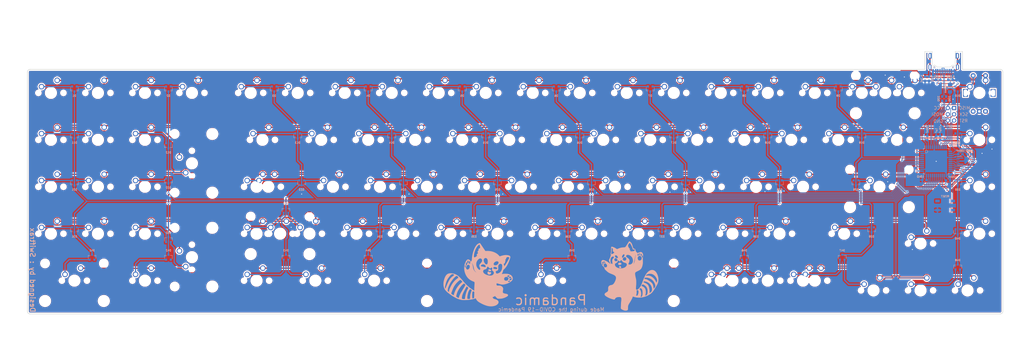
<source format=kicad_pcb>
(kicad_pcb (version 20171130) (host pcbnew "(5.1.4)-1")
  (layers (0 F.Cu signal) (31 B.Cu signal) (34 B.Paste user) (35 F.Paste user) (36 B.SilkS user) (37 F.SilkS user) (38 B.Mask user) (39 F.Mask user) (44 Edge.Cuts user))
  (net 0 "")
  (net 1 "Net-(C1-Pad1)")
  (net 2 GND)
  (net 3 +5V)
  (net 4 "Net-(C6-Pad2)")
  (net 5 col0)
  (net 6 "Net-(D1-Pad2)")
  (net 7 "Net-(D1-Pad1)")
  (net 8 col1)
  (net 9 "Net-(D2-Pad2)")
  (net 10 "Net-(D2-Pad1)")
  (net 11 col2)
  (net 12 "Net-(D3-Pad2)")
  (net 13 "Net-(D3-Pad1)")
  (net 14 col3)
  (net 15 "Net-(D4-Pad2)")
  (net 16 "Net-(D4-Pad1)")
  (net 17 col4)
  (net 18 "Net-(D5-Pad2)")
  (net 19 "Net-(D5-Pad1)")
  (net 20 col5)
  (net 21 "Net-(D6-Pad2)")
  (net 22 "Net-(D6-Pad1)")
  (net 23 col6)
  (net 24 "Net-(D7-Pad2)")
  (net 25 "Net-(D7-Pad1)")
  (net 26 col7)
  (net 27 "Net-(D8-Pad2)")
  (net 28 "Net-(D8-Pad1)")
  (net 29 col8)
  (net 30 "Net-(D9-Pad2)")
  (net 31 "Net-(D9-Pad1)")
  (net 32 col9)
  (net 33 "Net-(D10-Pad1)")
  (net 34 "Net-(D11-Pad2)")
  (net 35 "Net-(D11-Pad1)")
  (net 36 "Net-(D12-Pad2)")
  (net 37 "Net-(D12-Pad1)")
  (net 38 "Net-(D13-Pad2)")
  (net 39 "Net-(D13-Pad1)")
  (net 40 "Net-(D14-Pad2)")
  (net 41 "Net-(D14-Pad1)")
  (net 42 "Net-(D15-Pad2)")
  (net 43 "Net-(D15-Pad1)")
  (net 44 "Net-(D16-Pad2)")
  (net 45 "Net-(D16-Pad1)")
  (net 46 "Net-(D17-Pad2)")
  (net 47 "Net-(D17-Pad1)")
  (net 48 "Net-(D18-Pad2)")
  (net 49 "Net-(D18-Pad1)")
  (net 50 "Net-(D19-Pad2)")
  (net 51 "Net-(D19-Pad1)")
  (net 52 "Net-(D20-Pad2)")
  (net 53 "Net-(D20-Pad1)")
  (net 54 "Net-(D21-Pad2)")
  (net 55 "Net-(D21-Pad1)")
  (net 56 "Net-(D22-Pad2)")
  (net 57 "Net-(D22-Pad1)")
  (net 58 "Net-(D23-Pad2)")
  (net 59 "Net-(D23-Pad1)")
  (net 60 "Net-(D24-Pad2)")
  (net 61 "Net-(D24-Pad1)")
  (net 62 "Net-(D25-Pad2)")
  (net 63 "Net-(D25-Pad1)")
  (net 64 "Net-(D26-Pad2)")
  (net 65 "Net-(D26-Pad1)")
  (net 66 "Net-(D27-Pad2)")
  (net 67 "Net-(D27-Pad1)")
  (net 68 "Net-(D28-Pad2)")
  (net 69 "Net-(D28-Pad1)")
  (net 70 "Net-(D29-Pad2)")
  (net 71 "Net-(D29-Pad1)")
  (net 72 "Net-(D30-Pad2)")
  (net 73 "Net-(D30-Pad1)")
  (net 74 "Net-(D31-Pad2)")
  (net 75 "Net-(D31-Pad1)")
  (net 76 "Net-(D32-Pad2)")
  (net 77 "Net-(D32-Pad1)")
  (net 78 "Net-(D33-Pad2)")
  (net 79 "Net-(D33-Pad1)")
  (net 80 "Net-(D34-Pad2)")
  (net 81 "Net-(D34-Pad1)")
  (net 82 "Net-(D35-Pad2)")
  (net 83 "Net-(D35-Pad1)")
  (net 84 "Net-(D36-Pad2)")
  (net 85 "Net-(D36-Pad1)")
  (net 86 "Net-(D37-Pad2)")
  (net 87 "Net-(D37-Pad1)")
  (net 88 "Net-(D38-Pad2)")
  (net 89 "Net-(D38-Pad1)")
  (net 90 "Net-(D39-Pad2)")
  (net 91 "Net-(D39-Pad1)")
  (net 92 "Net-(D40-Pad2)")
  (net 93 "Net-(D40-Pad1)")
  (net 94 "Net-(D41-Pad2)")
  (net 95 "Net-(D41-Pad1)")
  (net 96 "Net-(D42-Pad2)")
  (net 97 "Net-(D42-Pad1)")
  (net 98 "Net-(D43-Pad2)")
  (net 99 "Net-(D43-Pad1)")
  (net 100 "Net-(D44-Pad2)")
  (net 101 "Net-(D44-Pad1)")
  (net 102 "Net-(D45-Pad2)")
  (net 103 "Net-(D45-Pad1)")
  (net 104 "Net-(D46-Pad2)")
  (net 105 "Net-(D46-Pad1)")
  (net 106 "Net-(D47-Pad2)")
  (net 107 "Net-(D47-Pad1)")
  (net 108 "Net-(D48-Pad2)")
  (net 109 "Net-(D48-Pad1)")
  (net 110 VCC)
  (net 111 "Net-(J1-PadB8)")
  (net 112 "Net-(J1-PadA5)")
  (net 113 DB-)
  (net 114 "Net-(J1-PadB5)")
  (net 115 "Net-(J1-PadA8)")
  (net 116 DB+)
  (net 117 row0)
  (net 118 row2)
  (net 119 row3)
  (net 120 row4)
  (net 121 row5)
  (net 122 row6)
  (net 123 row7)
  (net 124 row8)
  (net 125 row9)
  (net 126 DA+)
  (net 127 DA-)
  (net 128 "Net-(R7-Pad2)")
  (net 129 "Net-(U1-Pad42)")
  (net 130 "Net-(U1-Pad17)")
  (net 131 "Net-(U1-Pad16)")
  (net 132 RST)
  (net 133 MOSI)
  (net 134 SCK)
  (net 135 MISO)
  (net 136 S1)
  (net 137 ENCB)
  (net 138 S2)
  (net 139 ENCA)
  (module Logo:12x12MakerMark (layer B.Cu) (at 397.2 81.2 180)
    (fp_text reference REF**)
    (fp_text value 12x12MakerMark)
  )
  (module Logo:RedPandaSitting_1050 (layer B.Cu) (at 192.75 86.5 180)
    (fp_text reference G*** hide)
    (fp_text value LOGO hide)
  )
  (module Logo:RedPandaArms1050 (layer B.Cu) (at 254.25 87 180)
    (fp_text reference G*** hide)
    (fp_text value LOGO hide)
  )
  (module Custom_Footprints:Rotary_Encoder (layer F.Cu) (at 395.875 12.7)
    (fp_text reference ENC1)
    (fp_text value ENC)
    (pad MP thru_hole rect (at 5.6 0 90) (size 3.2 2) (drill oval 2.8 1.5) (layers *.Cu B.Mask))
    (pad C thru_hole circle (at 0 7.5 90) (size 2 2) (drill 1) (layers *.Cu B.Mask) (net 2 GND))
    (pad S1 thru_hole circle (at 2.5 -7 90) (size 2 2) (drill 1) (layers *.Cu B.Mask) (net 136 S1))
    (pad B thru_hole circle (at 2.5 7.5 90) (size 2 2) (drill 1) (layers *.Cu B.Mask) (net 137 ENCB))
    (pad MP thru_hole rect (at -5.6 0 90) (size 3.2 2) (drill oval 2.8 1.5) (layers *.Cu B.Mask))
    (pad S2 thru_hole circle (at -2.5 -7 90) (size 2 2) (drill 1) (layers *.Cu B.Mask) (net 138 S2))
    (pad A thru_hole oval (at -2.5 7.5 90) (size 2 2) (drill 1) (layers *.Cu B.Mask) (net 139 ENCA))
  )
  (module Custom_Footprints:R_0603_Annotated (layer B.Cu) (at 391.8 37.6)
    (fp_text reference R1)
    (fp_text value 10kΩ (at 0 -1.4) (layer B.SilkS) (effects (font (size 0.75 0.75)) (justify mirror)))
    (pad 1 smd roundrect (at -0.875 0) (size 1.05 0.95) (layers B.Cu B.Paste B.Mask) (net 3 +5V))
    (pad 2 smd roundrect (at 0.875 0) (size 1.05 0.95) (layers B.Cu B.Paste B.Mask) (net 132 RST))
  )
  (module Custom_Footprints:ISP_Header_Annotated (layer B.Cu) (at 384.4 21.4 180)
    (fp_text reference J2)
    (fp_text value ISP (at 0.02 -5.025) (layer B.SilkS) (effects (justify mirror)))
    (fp_text user RST (at -5.05 -2.625) (layer B.SilkS) (effects (font (size 1.27 1.27)) (justify mirror)))
    (fp_text user SCK (at -5.05 -0.025) (layer B.SilkS) (effects (font (size 1.27 1.27)) (justify mirror)))
    (fp_text user MISO (at -5.45 2.575) (layer B.SilkS) (effects (font (size 1.27 1.27)) (justify mirror)))
    (fp_text user GND (at 5.15 -2.825) (layer B.SilkS) (effects (font (size 1.27 1.27)) (justify mirror)))
    (fp_text user MOSI (at 5.55 -0.025) (layer B.SilkS) (effects (font (size 1.27 1.27)) (justify mirror)))
    (fp_text user VCC (at 5.15 2.575) (layer B.SilkS) (effects (font (size 1.27 1.27)) (justify mirror)))
    (pad 6 thru_hole oval (at 1.29 -2.505 180) (size 1.7 1.7) (drill 1) (layers *.Cu *.Mask) (net 2 GND))
    (pad 5 thru_hole oval (at -1.25 -2.505 180) (size 1.7 1.7) (drill 1) (layers *.Cu *.Mask) (net 132 RST))
    (pad 4 thru_hole oval (at 1.29 0.035 180) (size 1.7 1.7) (drill 1) (layers *.Cu *.Mask) (net 133 MOSI))
    (pad 3 thru_hole oval (at -1.25 0.035 180) (size 1.7 1.7) (drill 1) (layers *.Cu *.Mask) (net 134 SCK))
    (pad 2 thru_hole oval (at 1.29 2.575 180) (size 1.7 1.7) (drill 1) (layers *.Cu *.Mask) (net 3 +5V))
    (pad 1 thru_hole rect (at -1.25 2.575 180) (size 1.7 1.7) (drill 1) (layers *.Cu *.Mask) (net 135 MISO))
  )
  (module Custom_Footprints:Mid_Mount-USB_C_HandSoldering (layer B.Cu) (at 381.44 -4.11 90)
    (fp_text reference J1)
    (fp_text value "USB C")
    (fp_line (start 0 4.67) (end 0 7.62) (layer Edge.Cuts) (width 0.15))
    (fp_line (start -5.6 4.67) (end 0 4.67) (layer Edge.Cuts) (width 0.15))
    (fp_line (start -5.6 -3.850384) (end -5.6 -3.75) (layer Edge.Cuts) (width 0.15))
    (fp_line (start 0 -4.67) (end -5.6 -4.67) (layer Edge.Cuts) (width 0.15))
    (fp_line (start 0 -7.62) (end 0 -4.67) (layer Edge.Cuts) (width 0.15))
    (fp_line (start -6.3 -2.537566) (end -6.3 2.537566) (layer Edge.Cuts) (width 0.15))
    (fp_line (start -5.6 3.850384) (end -5.6 3.75) (layer Edge.Cuts) (width 0.15))
    (fp_arc (start -6.43 3.75) (end -5.6 3.75) (angle -60) (layer Edge.Cuts) (width 0.15))
    (fp_arc (start -6.43 -3.75) (end -5.6 -3.75) (angle 60) (layer Edge.Cuts) (width 0.15))
    (fp_arc (start -5.6 4.37) (end -5.6 4.67) (angle 150) (layer Edge.Cuts) (width 0.15))
    (fp_arc (start -5.9 3.850384) (end -5.6 3.850384) (angle 60) (layer Edge.Cuts) (width 0.15))
    (fp_arc (start -5.73 2.537565) (end -6.3 2.537565) (angle -60) (layer Edge.Cuts) (width 0.15))
    (fp_arc (start -5.73 -2.537565) (end -6.3 -2.537565) (angle 60) (layer Edge.Cuts) (width 0.15))
    (fp_arc (start -5.9 -3.850384) (end -5.6 -3.850384) (angle -60) (layer Edge.Cuts) (width 0.15))
    (fp_arc (start -5.6 -4.37) (end -5.6 -4.67) (angle -150) (layer Edge.Cuts) (width 0.15))
    (pad S1 smd rect (at -1.75 -5.2) (size 0.7 2.3) (layers B.Cu B.Mask) (net 4 "Net-(C6-Pad2)"))
    (pad S1 smd rect (at -1.75 5.2) (size 0.7 2.3) (layers B.Cu B.Mask) (net 4 "Net-(C6-Pad2)"))
    (pad S1 thru_hole oval (at -6.35 -5.575) (size 1.2 2.3) (drill oval 0.5 1.65) (layers *.Cu *.Mask) (net 4 "Net-(C6-Pad2)"))
    (pad S1 thru_hole oval (at -6.35 5.575) (size 1.2 2.3) (drill oval 0.5 1.65) (layers *.Cu *.Mask) (net 4 "Net-(C6-Pad2)"))
    (pad S1 thru_hole oval (at -1.75 -5.575) (size 1.2 2.3) (drill oval 0.5 1.65) (layers *.Cu *.Mask) (net 4 "Net-(C6-Pad2)"))
    (pad S1 thru_hole oval (at -1.75 5.575) (size 1.2 2.3) (drill oval 0.5 1.65) (layers *.Cu *.Mask) (net 4 "Net-(C6-Pad2)"))
    (pad "" np_thru_hole circle (at -6.43 -3.75) (size 0.6 0.6) (drill 0.4) (layers *.Cu *.Mask))
    (pad "" np_thru_hole circle (at -6.43 3.75) (size 0.6 0.6) (drill 0.4) (layers *.Cu *.Mask))
    (pad A1B12 smd rect (at -7.93 -3.2) (size 0.55 1.7) (layers B.Cu B.Paste B.Mask) (net 2 GND))
    (pad B1A12 smd rect (at -7.93 3.2) (size 0.55 1.7) (layers B.Cu B.Paste B.Mask) (net 2 GND))
    (pad A4B9 smd rect (at -7.93 -2.45) (size 0.55 1.7) (layers B.Cu B.Paste B.Mask) (net 110 VCC))
    (pad B8 smd rect (at -7.93 -1.75) (size 0.3 1.7) (layers B.Cu B.Paste B.Mask) (net 111 "Net-(J1-PadB8)"))
    (pad A5 smd rect (at -7.93 -1.25) (size 0.3 1.7) (layers B.Cu B.Paste B.Mask) (net 112 "Net-(J1-PadA5)"))
    (pad B7 smd rect (at -7.93 -0.75) (size 0.3 1.7) (layers B.Cu B.Paste B.Mask) (net 113 DB-))
    (pad B4A9 smd rect (at -7.93 2.45) (size 0.55 1.7) (layers B.Cu B.Paste B.Mask) (net 110 VCC))
    (pad B5 smd rect (at -7.93 1.75) (size 0.3 1.7) (layers B.Cu B.Paste B.Mask) (net 114 "Net-(J1-PadB5)"))
    (pad A8 smd rect (at -7.93 1.25) (size 0.3 1.7) (layers B.Cu B.Paste B.Mask) (net 115 "Net-(J1-PadA8)"))
    (pad B6 smd rect (at -7.93 0.75) (size 0.3 1.7) (layers B.Cu B.Paste B.Mask) (net 116 DB+))
    (pad A7 smd rect (at -7.93 0.25) (size 0.3 1.7) (layers B.Cu B.Paste B.Mask) (net 113 DB-))
    (pad A6 smd rect (at -7.93 -0.25) (size 0.3 1.7) (layers B.Cu B.Paste B.Mask) (net 116 DB+))
  )
  (module Custom_Footprints:ATMEGA32U4_Annotated (layer B.Cu) (at 378.4125 40.48125 270)
    (fp_text reference U1)
    (fp_text value ATmega32U4)
    (pad 41 smd rect (at -1.6 5.7 180) (size 1.5 0.55) (layers B.Cu B.Paste B.Mask) (net 29 col8))
    (pad 5 smd rect (at -5.7 0.8 270) (size 1.5 0.55) (layers B.Cu B.Paste B.Mask) (net 2 GND))
    (pad 18 smd rect (at 0.8 -5.7 180) (size 1.5 0.55) (layers B.Cu B.Paste B.Mask) (net 32 col9))
    (pad 19 smd rect (at 1.6 -5.7 180) (size 1.5 0.55) (layers B.Cu B.Paste B.Mask) (net 117 row0))
    (pad 22 smd rect (at 4 -5.7 180) (size 1.5 0.55) (layers B.Cu B.Paste B.Mask) (net 121 row5))
    (pad 30 smd rect (at 5.7 1.6 270) (size 1.5 0.55) (layers B.Cu B.Paste B.Mask) (net 5 col0))
    (pad 37 smd rect (at 1.6 5.7 180) (size 1.5 0.55) (layers B.Cu B.Paste B.Mask) (net 17 col4))
    (pad 26 smd rect (at 5.7 -1.6 270) (size 1.5 0.55) (layers B.Cu B.Paste B.Mask) (net 122 row6))
    (pad 15 smd rect (at -1.6 -5.7 180) (size 1.5 0.55) (layers B.Cu B.Paste B.Mask) (net 2 GND))
    (pad 38 smd rect (at 0.8 5.7 180) (size 1.5 0.55) (layers B.Cu B.Paste B.Mask) (net 20 col5))
    (pad 12 smd rect (at -4 -5.7 180) (size 1.5 0.55) (layers B.Cu B.Paste B.Mask) (net 119 row3))
    (pad 4 smd rect (at -5.7 1.6 270) (size 1.5 0.55) (layers B.Cu B.Paste B.Mask) (net 126 DA+))
    (pad 8 smd rect (at -5.7 -1.6 270) (size 1.5 0.55) (layers B.Cu B.Paste B.Mask) (net 137 ENCB))
    (pad 43 smd rect (at -3.2 5.7 180) (size 1.5 0.55) (layers B.Cu B.Paste B.Mask) (net 2 GND))
    (pad 29 smd rect (at 5.7 0.8 270) (size 1.5 0.55) (layers B.Cu B.Paste B.Mask) (net 118 row2))
    (pad 10 smd rect (at -5.7 -3.2 270) (size 1.5 0.55) (layers B.Cu B.Paste B.Mask) (net 133 MOSI))
    (pad 40 smd rect (at -0.8 5.7 180) (size 1.5 0.55) (layers B.Cu B.Paste B.Mask) (net 26 col7))
    (pad 32 smd rect (at 5.7 3.2 270) (size 1.5 0.55) (layers B.Cu B.Paste B.Mask) (net 11 col2))
    (pad 9 smd rect (at -5.7 -2.4 270) (size 1.5 0.55) (layers B.Cu B.Paste B.Mask) (net 134 SCK))
    (pad 6 smd rect (at -5.7 0 270) (size 1.5 0.55) (layers B.Cu B.Paste B.Mask) (net 1 "Net-(C1-Pad1)"))
    (pad 1 smd rect (at -5.7 4 270) (size 1.5 0.55) (layers B.Cu B.Paste B.Mask) (net 139 ENCA))
    (pad 14 smd rect (at -2.4 -5.7 180) (size 1.5 0.55) (layers B.Cu B.Paste B.Mask) (net 3 +5V))
    (pad 20 smd rect (at 2.4 -5.7 180) (size 1.5 0.55) (layers B.Cu B.Paste B.Mask) (net 136 S1))
    (pad 33 smd rect (at 5.7 4 270) (size 1.5 0.55) (layers B.Cu B.Paste B.Mask) (net 128 "Net-(R7-Pad2)"))
    (pad 13 smd rect (at -3.2 -5.7 180) (size 1.5 0.55) (layers B.Cu B.Paste B.Mask) (net 132 RST))
    (pad 24 smd rect (at 5.7 -3.2 270) (size 1.5 0.55) (layers B.Cu B.Paste B.Mask) (net 3 +5V))
    (pad 36 smd rect (at 2.4 5.7 180) (size 1.5 0.55) (layers B.Cu B.Paste B.Mask) (net 14 col3))
    (pad 2 smd rect (at -5.7 3.2 270) (size 1.5 0.55) (layers B.Cu B.Paste B.Mask) (net 3 +5V))
    (pad 27 smd rect (at 5.7 -0.8 270) (size 1.5 0.55) (layers B.Cu B.Paste B.Mask) (net 124 row8))
    (pad 28 smd rect (at 5.7 0 270) (size 1.5 0.55) (layers B.Cu B.Paste B.Mask) (net 125 row9))
    (pad 39 smd rect (at 0 5.7 180) (size 1.5 0.55) (layers B.Cu B.Paste B.Mask) (net 23 col6))
    (pad 35 smd rect (at 3.2 5.7 180) (size 1.5 0.55) (layers B.Cu B.Paste B.Mask) (net 2 GND))
    (pad 44 smd rect (at -4 5.7 180) (size 1.5 0.55) (layers B.Cu B.Paste B.Mask) (net 3 +5V))
    (pad 25 smd rect (at 5.7 -2.4 270) (size 1.5 0.55) (layers B.Cu B.Paste B.Mask) (net 123 row7))
    (pad 31 smd rect (at 5.7 2.4 270) (size 1.5 0.55) (layers B.Cu B.Paste B.Mask) (net 8 col1))
    (pad 42 smd rect (at -2.4 5.7 180) (size 1.5 0.55) (layers B.Cu B.Paste B.Mask) (net 129 "Net-(U1-Pad42)"))
    (pad 11 smd rect (at -5.7 -4 270) (size 1.5 0.55) (layers B.Cu B.Paste B.Mask) (net 135 MISO))
    (pad 17 smd rect (at 0 -5.7 180) (size 1.5 0.55) (layers B.Cu B.Paste B.Mask) (net 130 "Net-(U1-Pad17)"))
    (pad 16 smd rect (at -0.8 -5.7 180) (size 1.5 0.55) (layers B.Cu B.Paste B.Mask) (net 131 "Net-(U1-Pad16)"))
    (pad 23 smd rect (at 5.7 -4 270) (size 1.5 0.55) (layers B.Cu B.Paste B.Mask) (net 2 GND))
    (pad 3 smd rect (at -5.7 2.4 270) (size 1.5 0.55) (layers B.Cu B.Paste B.Mask) (net 127 DA-))
    (pad 7 smd rect (at -5.7 -0.8 270) (size 1.5 0.55) (layers B.Cu B.Paste B.Mask) (net 3 +5V))
    (pad 34 smd rect (at 4 5.7 180) (size 1.5 0.55) (layers B.Cu B.Paste B.Mask) (net 3 +5V))
    (pad 21 smd rect (at 3.2 -5.7 180) (size 1.5 0.55) (layers B.Cu B.Paste B.Mask) (net 120 row4))
  )
  (module MX_Only:MXOnly-2.25U-NoLED (layer F.Cu) (at 355.39375 50.8)
    (fp_text reference K57)
    (fp_text value Enter)
    (pad 2 thru_hole circle (at 2.54 -5.08) (size 2.25 2.25) (drill 1.47) (layers *.Cu B.Mask) (net 121 row5))
    (pad "" np_thru_hole circle (at 0 0) (size 3.9878 3.9878) (drill 3.9878) (layers *.Cu *.Mask))
    (pad 1 thru_hole circle (at -3.81 -2.54) (size 2.25 2.25) (drill 1.47) (layers *.Cu B.Mask) (net 70 "Net-(D29-Pad2)"))
    (pad "" np_thru_hole circle (at -5.08 0 48.0996) (size 1.75 1.75) (drill 1.75) (layers *.Cu *.Mask))
    (pad "" np_thru_hole circle (at 5.08 0 48.0996) (size 1.75 1.75) (drill 1.75) (layers *.Cu *.Mask))
    (pad "" np_thru_hole circle (at -11.90625 -6.985) (size 3.048 3.048) (drill 3.048) (layers *.Cu *.Mask))
    (pad "" np_thru_hole circle (at 11.90625 -6.985) (size 3.048 3.048) (drill 3.048) (layers *.Cu *.Mask))
    (pad "" np_thru_hole circle (at -11.90625 8.255) (size 3.9878 3.9878) (drill 3.9878) (layers *.Cu *.Mask))
    (pad "" np_thru_hole circle (at 11.90625 8.255) (size 3.9878 3.9878) (drill 3.9878) (layers *.Cu *.Mask))
  )
  (module MX_Only:MXOnly-1.5U-NoLED (layer F.Cu) (at 362.5375 31.75)
    (fp_text reference K39)
    (fp_text value Pipe)
    (pad 2 thru_hole circle (at 2.54 -5.08) (size 2.25 2.25) (drill 1.47) (layers *.Cu B.Mask) (net 119 row3))
    (pad "" np_thru_hole circle (at 0 0) (size 3.9878 3.9878) (drill 3.9878) (layers *.Cu *.Mask))
    (pad 1 thru_hole circle (at -3.81 -2.54) (size 2.25 2.25) (drill 1.47) (layers *.Cu B.Mask) (net 50 "Net-(D19-Pad2)"))
    (pad "" np_thru_hole circle (at -5.08 0 48.0996) (size 1.75 1.75) (drill 1.75) (layers *.Cu *.Mask))
    (pad "" np_thru_hole circle (at 5.08 0 48.0996) (size 1.75 1.75) (drill 1.75) (layers *.Cu *.Mask))
  )
  (module MX_Only:MXOnly-1.5U-NoLED (layer F.Cu) (at 105.3625 31.75)
    (fp_text reference K26)
    (fp_text value Tab)
    (pad 2 thru_hole circle (at 2.54 -5.08) (size 2.25 2.25) (drill 1.47) (layers *.Cu B.Mask) (net 118 row2))
    (pad "" np_thru_hole circle (at 0 0) (size 3.9878 3.9878) (drill 3.9878) (layers *.Cu *.Mask))
    (pad 1 thru_hole circle (at -3.81 -2.54) (size 2.25 2.25) (drill 1.47) (layers *.Cu B.Mask) (net 39 "Net-(D13-Pad1)"))
    (pad "" np_thru_hole circle (at -5.08 0 48.0996) (size 1.75 1.75) (drill 1.75) (layers *.Cu *.Mask))
    (pad "" np_thru_hole circle (at 5.08 0 48.0996) (size 1.75 1.75) (drill 1.75) (layers *.Cu *.Mask))
  )
  (module MX_Only:MXOnly-2U-NoLED (layer F.Cu) (at 76.7875 79.375 90)
    (fp_text reference K63)
    (fp_text value Enter)
    (pad 2 thru_hole circle (at 2.54 -5.08 90) (size 2.25 2.25) (drill 1.47) (layers *.Cu B.Mask) (net 123 row7))
    (pad "" np_thru_hole circle (at 0 0 90) (size 3.9878 3.9878) (drill 3.9878) (layers *.Cu *.Mask))
    (pad 1 thru_hole circle (at -3.81 -2.54 90) (size 2.25 2.25) (drill 1.47) (layers *.Cu B.Mask) (net 77 "Net-(D32-Pad1)"))
    (pad "" np_thru_hole circle (at -5.08 0 138.0996) (size 1.75 1.75) (drill 1.75) (layers *.Cu *.Mask))
    (pad "" np_thru_hole circle (at 5.08 0 138.0996) (size 1.75 1.75) (drill 1.75) (layers *.Cu *.Mask))
    (pad "" np_thru_hole circle (at -11.90625 -6.985 90) (size 3.048 3.048) (drill 3.048) (layers *.Cu *.Mask))
    (pad "" np_thru_hole circle (at 11.90625 -6.985 90) (size 3.048 3.048) (drill 3.048) (layers *.Cu *.Mask))
    (pad "" np_thru_hole circle (at -11.90625 8.255 90) (size 3.9878 3.9878) (drill 3.9878) (layers *.Cu *.Mask))
    (pad "" np_thru_hole circle (at 11.90625 8.255 90) (size 3.9878 3.9878) (drill 3.9878) (layers *.Cu *.Mask))
  )
  (module MX_Only:MXOnly-2U-NoLED (layer F.Cu) (at 76.7875 41.275 90)
    (fp_text reference K25)
    (fp_text value Plus)
    (pad 2 thru_hole circle (at 2.54 -5.08 90) (size 2.25 2.25) (drill 1.47) (layers *.Cu B.Mask) (net 119 row3))
    (pad "" np_thru_hole circle (at 0 0 90) (size 3.9878 3.9878) (drill 3.9878) (layers *.Cu *.Mask))
    (pad 1 thru_hole circle (at -3.81 -2.54 90) (size 2.25 2.25) (drill 1.47) (layers *.Cu B.Mask) (net 36 "Net-(D12-Pad2)"))
    (pad "" np_thru_hole circle (at -5.08 0 138.0996) (size 1.75 1.75) (drill 1.75) (layers *.Cu *.Mask))
    (pad "" np_thru_hole circle (at 5.08 0 138.0996) (size 1.75 1.75) (drill 1.75) (layers *.Cu *.Mask))
    (pad "" np_thru_hole circle (at -11.90625 -6.985 90) (size 3.048 3.048) (drill 3.048) (layers *.Cu *.Mask))
    (pad "" np_thru_hole circle (at 11.90625 -6.985 90) (size 3.048 3.048) (drill 3.048) (layers *.Cu *.Mask))
    (pad "" np_thru_hole circle (at -11.90625 8.255 90) (size 3.9878 3.9878) (drill 3.9878) (layers *.Cu *.Mask))
    (pad "" np_thru_hole circle (at 11.90625 8.255 90) (size 3.9878 3.9878) (drill 3.9878) (layers *.Cu *.Mask))
  )
  (module Custom_Footprints:Resonator_3Pin_Annotated (layer B.Cu) (at 388 40.4 90)
    (fp_text reference Y1 hide)
    (fp_text value 16MHz hide)
    (pad 1 smd roundrect (at -1.2 0 90) (size 0.4 2.8) (layers B.Cu B.Paste B.Mask) (net 130 "Net-(U1-Pad17)"))
    (pad 2 smd roundrect (at 0 0 90) (size 0.4 2.8) (layers B.Cu B.Paste B.Mask) (net 2 GND))
    (pad 3 smd roundrect (at 1.2 0 90) (size 0.4 2.8) (layers B.Cu B.Paste B.Mask) (net 131 "Net-(U1-Pad16)"))
  )
  (module Custom_Footprints:Tactile_Switch (layer B.Cu) (at 382.025 58.425 180)
    (fp_text reference RST1)
    (fp_text value RESET (at 0 3.75) (layer B.SilkS) (effects (font (size 0.75 0.75)) (justify mirror)))
    (pad 4 smd rect (at -3.1 -1.85 180) (size 1.8 1.1) (layers B.Cu B.Paste B.Mask))
    (pad 3 smd rect (at 3.1 1.85 180) (size 1.8 1.1) (layers B.Cu B.Paste B.Mask))
    (pad 2 smd rect (at -3.1 1.85 180) (size 1.8 1.1) (layers B.Cu B.Paste B.Mask) (net 132 RST))
    (pad 1 smd rect (at 3.1 -1.85 180) (size 1.8 1.1) (layers B.Cu B.Paste B.Mask) (net 2 GND))
  )
  (module Custom_Footprints:R_0603_Annotated (layer B.Cu) (at 373.65 48.075)
    (fp_text reference R7)
    (fp_text value 10kΩ (at -1.6 -1.4) (layer B.SilkS) (effects (font (size 0.75 0.75)) (justify mirror)))
    (pad 1 smd roundrect (at -0.875 0) (size 1.05 0.95) (layers B.Cu B.Paste B.Mask) (net 2 GND))
    (pad 2 smd roundrect (at 0.875 0) (size 1.05 0.95) (layers B.Cu B.Paste B.Mask) (net 128 "Net-(R7-Pad2)"))
  )
  (module Custom_Footprints:R_0603_Annotated (layer B.Cu) (at 375.46875 6.96875 270)
    (fp_text reference R6)
    (fp_text value 1MΩ (at 0 -1.4 90) (layer B.SilkS) (effects (font (size 0.75 0.75)) (justify mirror)))
    (pad 1 smd roundrect (at -0.875 0 270) (size 1.05 0.95) (layers B.Cu B.Paste B.Mask) (net 4 "Net-(C6-Pad2)"))
    (pad 2 smd roundrect (at 0.875 0 270) (size 1.05 0.95) (layers B.Cu B.Paste B.Mask) (net 2 GND))
  )
  (module Custom_Footprints:R_0603_Annotated (layer B.Cu) (at 380.8375 15.04375 270)
    (fp_text reference R5)
    (fp_text value 22Ω (at 0 1.4375 90) (layer B.SilkS) (effects (font (size 0.75 0.75)) (justify mirror)))
    (pad 1 smd roundrect (at -0.875 0 270) (size 1.05 0.95) (layers B.Cu B.Paste B.Mask) (net 113 DB-))
    (pad 2 smd roundrect (at 0.875 0 270) (size 1.05 0.95) (layers B.Cu B.Paste B.Mask) (net 127 DA-))
  )
  (module Custom_Footprints:R_0603_Annotated (layer B.Cu) (at 382.425 15.04375 270)
    (fp_text reference R4)
    (fp_text value 22Ω (at 0 -1.4 90) (layer B.SilkS) (effects (font (size 0.75 0.75)) (justify mirror)))
    (pad 1 smd roundrect (at -0.875 0 270) (size 1.05 0.95) (layers B.Cu B.Paste B.Mask) (net 116 DB+))
    (pad 2 smd roundrect (at 0.875 0 270) (size 1.05 0.95) (layers B.Cu B.Paste B.Mask) (net 126 DA+))
  )
  (module Custom_Footprints:R_0603_Annotated (layer B.Cu) (at 384.2 7.42 180)
    (fp_text reference R3)
    (fp_text value 5.1kΩ (at 0 1.32) (layer B.SilkS) (effects (font (size 0.75 0.75)) (justify mirror)))
    (pad 1 smd roundrect (at -0.875 0 180) (size 1.05 0.95) (layers B.Cu B.Paste B.Mask) (net 2 GND))
    (pad 2 smd roundrect (at 0.875 0 180) (size 1.05 0.95) (layers B.Cu B.Paste B.Mask) (net 114 "Net-(J1-PadB5)"))
  )
  (module Custom_Footprints:R_0603_Annotated (layer B.Cu) (at 379.2 7.43)
    (fp_text reference R2)
    (fp_text value 5.1kΩ (at 0 -1.33) (layer B.SilkS) (effects (font (size 0.75 0.75)) (justify mirror)))
    (pad 1 smd roundrect (at -0.875 0) (size 1.05 0.95) (layers B.Cu B.Paste B.Mask) (net 2 GND))
    (pad 2 smd roundrect (at 0.875 0) (size 1.05 0.95) (layers B.Cu B.Paste B.Mask) (net 112 "Net-(J1-PadA5)"))
  )
  (module MX_Only:MXOnly-1U-NoLED (layer F.Cu) (at 391.1125 92.86875)
    (fp_text reference K92)
    (fp_text value Right)
    (pad 2 thru_hole circle (at 2.54 -5.08) (size 2.25 2.25) (drill 1.47) (layers *.Cu B.Mask) (net 125 row9))
    (pad "" np_thru_hole circle (at 0 0) (size 3.9878 3.9878) (drill 3.9878) (layers *.Cu *.Mask))
    (pad 1 thru_hole circle (at -3.81 -2.54) (size 2.25 2.25) (drill 1.47) (layers *.Cu B.Mask) (net 109 "Net-(D48-Pad1)"))
    (pad "" np_thru_hole circle (at -5.08 0 48.0996) (size 1.75 1.75) (drill 1.75) (layers *.Cu *.Mask))
    (pad "" np_thru_hole circle (at 5.08 0 48.0996) (size 1.75 1.75) (drill 1.75) (layers *.Cu *.Mask))
  )
  (module MX_Only:MXOnly-1U-NoLED (layer F.Cu) (at 372.0625 92.86875)
    (fp_text reference K91)
    (fp_text value Down)
    (pad 2 thru_hole circle (at 2.54 -5.08) (size 2.25 2.25) (drill 1.47) (layers *.Cu B.Mask) (net 124 row8))
    (pad "" np_thru_hole circle (at 0 0) (size 3.9878 3.9878) (drill 3.9878) (layers *.Cu *.Mask))
    (pad 1 thru_hole circle (at -3.81 -2.54) (size 2.25 2.25) (drill 1.47) (layers *.Cu B.Mask) (net 108 "Net-(D48-Pad2)"))
    (pad "" np_thru_hole circle (at -5.08 0 48.0996) (size 1.75 1.75) (drill 1.75) (layers *.Cu *.Mask))
    (pad "" np_thru_hole circle (at 5.08 0 48.0996) (size 1.75 1.75) (drill 1.75) (layers *.Cu *.Mask))
  )
  (module MX_Only:MXOnly-1U-NoLED (layer F.Cu) (at 353.0125 92.86875)
    (fp_text reference K90)
    (fp_text value Left)
    (pad 2 thru_hole circle (at 2.54 -5.08) (size 2.25 2.25) (drill 1.47) (layers *.Cu B.Mask) (net 125 row9))
    (pad "" np_thru_hole circle (at 0 0) (size 3.9878 3.9878) (drill 3.9878) (layers *.Cu *.Mask))
    (pad 1 thru_hole circle (at -3.81 -2.54) (size 2.25 2.25) (drill 1.47) (layers *.Cu B.Mask) (net 107 "Net-(D47-Pad1)"))
    (pad "" np_thru_hole circle (at -5.08 0 48.0996) (size 1.75 1.75) (drill 1.75) (layers *.Cu *.Mask))
    (pad "" np_thru_hole circle (at 5.08 0 48.0996) (size 1.75 1.75) (drill 1.75) (layers *.Cu *.Mask))
  )
  (module MX_Only:MXOnly-1U-NoLED (layer F.Cu) (at 329.2 88.9)
    (fp_text reference K89)
    (fp_text value Ctrl)
    (pad 2 thru_hole circle (at 2.54 -5.08) (size 2.25 2.25) (drill 1.47) (layers *.Cu B.Mask) (net 124 row8))
    (pad "" np_thru_hole circle (at 0 0) (size 3.9878 3.9878) (drill 3.9878) (layers *.Cu *.Mask))
    (pad 1 thru_hole circle (at -3.81 -2.54) (size 2.25 2.25) (drill 1.47) (layers *.Cu B.Mask) (net 106 "Net-(D47-Pad2)"))
    (pad "" np_thru_hole circle (at -5.08 0 48.0996) (size 1.75 1.75) (drill 1.75) (layers *.Cu *.Mask))
    (pad "" np_thru_hole circle (at 5.08 0 48.0996) (size 1.75 1.75) (drill 1.75) (layers *.Cu *.Mask))
  )
  (module MX_Only:MXOnly-1U-NoLED (layer F.Cu) (at 310.15 88.9)
    (fp_text reference K88)
    (fp_text value Win)
    (pad 2 thru_hole circle (at 2.54 -5.08) (size 2.25 2.25) (drill 1.47) (layers *.Cu B.Mask) (net 125 row9))
    (pad "" np_thru_hole circle (at 0 0) (size 3.9878 3.9878) (drill 3.9878) (layers *.Cu *.Mask))
    (pad 1 thru_hole circle (at -3.81 -2.54) (size 2.25 2.25) (drill 1.47) (layers *.Cu B.Mask) (net 105 "Net-(D46-Pad1)"))
    (pad "" np_thru_hole circle (at -5.08 0 48.0996) (size 1.75 1.75) (drill 1.75) (layers *.Cu *.Mask))
    (pad "" np_thru_hole circle (at 5.08 0 48.0996) (size 1.75 1.75) (drill 1.75) (layers *.Cu *.Mask))
  )
  (module MX_Only:MXOnly-1U-NoLED (layer F.Cu) (at 291.1 88.9)
    (fp_text reference K87)
    (fp_text value Alt)
    (pad 2 thru_hole circle (at 2.54 -5.08) (size 2.25 2.25) (drill 1.47) (layers *.Cu B.Mask) (net 124 row8))
    (pad "" np_thru_hole circle (at 0 0) (size 3.9878 3.9878) (drill 3.9878) (layers *.Cu *.Mask))
    (pad 1 thru_hole circle (at -3.81 -2.54) (size 2.25 2.25) (drill 1.47) (layers *.Cu B.Mask) (net 104 "Net-(D46-Pad2)"))
    (pad "" np_thru_hole circle (at -5.08 0 48.0996) (size 1.75 1.75) (drill 1.75) (layers *.Cu *.Mask))
    (pad "" np_thru_hole circle (at 5.08 0 48.0996) (size 1.75 1.75) (drill 1.75) (layers *.Cu *.Mask))
  )
  (module MX_Only:MXOnly-6.25U-NoLED (layer F.Cu) (at 222.04375 88.9)
    (fp_text reference K86)
    (fp_text value Space)
    (pad 2 thru_hole circle (at 2.54 -5.08) (size 2.25 2.25) (drill 1.47) (layers *.Cu B.Mask) (net 124 row8))
    (pad "" np_thru_hole circle (at 0 0) (size 3.9878 3.9878) (drill 3.9878) (layers *.Cu *.Mask))
    (pad 1 thru_hole circle (at -3.81 -2.54) (size 2.25 2.25) (drill 1.47) (layers *.Cu B.Mask) (net 102 "Net-(D45-Pad2)"))
    (pad "" np_thru_hole circle (at -5.08 0 48.0996) (size 1.75 1.75) (drill 1.75) (layers *.Cu *.Mask))
    (pad "" np_thru_hole circle (at 5.08 0 48.0996) (size 1.75 1.75) (drill 1.75) (layers *.Cu *.Mask))
    (pad "" np_thru_hole circle (at -49.9999 -6.985) (size 3.048 3.048) (drill 3.048) (layers *.Cu *.Mask))
    (pad "" np_thru_hole circle (at 49.9999 -6.985) (size 3.048 3.048) (drill 3.048) (layers *.Cu *.Mask))
    (pad "" np_thru_hole circle (at -49.9999 8.255) (size 3.9878 3.9878) (drill 3.9878) (layers *.Cu *.Mask))
    (pad "" np_thru_hole circle (at 49.9999 8.255) (size 3.9878 3.9878) (drill 3.9878) (layers *.Cu *.Mask))
  )
  (module MX_Only:MXOnly-1.25U-NoLED (layer F.Cu) (at 150.60625 88.9)
    (fp_text reference K85)
    (fp_text value Alt)
    (pad 2 thru_hole circle (at 2.54 -5.08) (size 2.25 2.25) (drill 1.47) (layers *.Cu B.Mask) (net 124 row8))
    (pad "" np_thru_hole circle (at 0 0) (size 3.9878 3.9878) (drill 3.9878) (layers *.Cu *.Mask))
    (pad 1 thru_hole circle (at -3.81 -2.54) (size 2.25 2.25) (drill 1.47) (layers *.Cu B.Mask) (net 100 "Net-(D44-Pad2)"))
    (pad "" np_thru_hole circle (at -5.08 0 48.0996) (size 1.75 1.75) (drill 1.75) (layers *.Cu *.Mask))
    (pad "" np_thru_hole circle (at 5.08 0 48.0996) (size 1.75 1.75) (drill 1.75) (layers *.Cu *.Mask))
  )
  (module MX_Only:MXOnly-1.25U-NoLED (layer F.Cu) (at 126.79375 88.9)
    (fp_text reference K84)
    (fp_text value Win)
    (pad 2 thru_hole circle (at 2.54 -5.08) (size 2.25 2.25) (drill 1.47) (layers *.Cu B.Mask) (net 125 row9))
    (pad "" np_thru_hole circle (at 0 0) (size 3.9878 3.9878) (drill 3.9878) (layers *.Cu *.Mask))
    (pad 1 thru_hole circle (at -3.81 -2.54) (size 2.25 2.25) (drill 1.47) (layers *.Cu B.Mask) (net 99 "Net-(D43-Pad1)"))
    (pad "" np_thru_hole circle (at -5.08 0 48.0996) (size 1.75 1.75) (drill 1.75) (layers *.Cu *.Mask))
    (pad "" np_thru_hole circle (at 5.08 0 48.0996) (size 1.75 1.75) (drill 1.75) (layers *.Cu *.Mask))
  )
  (module MX_Only:MXOnly-1.25U-NoLED (layer F.Cu) (at 102.98125 88.9)
    (fp_text reference K83)
    (fp_text value Ctrl)
    (pad 2 thru_hole circle (at 2.54 -5.08) (size 2.25 2.25) (drill 1.47) (layers *.Cu B.Mask) (net 124 row8))
    (pad "" np_thru_hole circle (at 0 0) (size 3.9878 3.9878) (drill 3.9878) (layers *.Cu *.Mask))
    (pad 1 thru_hole circle (at -3.81 -2.54) (size 2.25 2.25) (drill 1.47) (layers *.Cu B.Mask) (net 98 "Net-(D43-Pad2)"))
    (pad "" np_thru_hole circle (at -5.08 0 48.0996) (size 1.75 1.75) (drill 1.75) (layers *.Cu *.Mask))
    (pad "" np_thru_hole circle (at 5.08 0 48.0996) (size 1.75 1.75) (drill 1.75) (layers *.Cu *.Mask))
  )
  (module MX_Only:MXOnly-1U-NoLED (layer F.Cu) (at 57.7375 88.9)
    (fp_text reference K82)
    (fp_text value Dot)
    (pad 2 thru_hole circle (at 2.54 -5.08) (size 2.25 2.25) (drill 1.47) (layers *.Cu B.Mask) (net 124 row8))
    (pad "" np_thru_hole circle (at 0 0) (size 3.9878 3.9878) (drill 3.9878) (layers *.Cu *.Mask))
    (pad 1 thru_hole circle (at -3.81 -2.54) (size 2.25 2.25) (drill 1.47) (layers *.Cu B.Mask) (net 96 "Net-(D42-Pad2)"))
    (pad "" np_thru_hole circle (at -5.08 0 48.0996) (size 1.75 1.75) (drill 1.75) (layers *.Cu *.Mask))
    (pad "" np_thru_hole circle (at 5.08 0 48.0996) (size 1.75 1.75) (drill 1.75) (layers *.Cu *.Mask))
  )
  (module MX_Only:MXOnly-2U-NoLED (layer F.Cu) (at 29.1625 88.9)
    (fp_text reference K81)
    (fp_text value 0)
    (pad 2 thru_hole circle (at 2.54 -5.08) (size 2.25 2.25) (drill 1.47) (layers *.Cu B.Mask) (net 124 row8))
    (pad "" np_thru_hole circle (at 0 0) (size 3.9878 3.9878) (drill 3.9878) (layers *.Cu *.Mask))
    (pad 1 thru_hole circle (at -3.81 -2.54) (size 2.25 2.25) (drill 1.47) (layers *.Cu B.Mask) (net 94 "Net-(D41-Pad2)"))
    (pad "" np_thru_hole circle (at -5.08 0 48.0996) (size 1.75 1.75) (drill 1.75) (layers *.Cu *.Mask))
    (pad "" np_thru_hole circle (at 5.08 0 48.0996) (size 1.75 1.75) (drill 1.75) (layers *.Cu *.Mask))
    (pad "" np_thru_hole circle (at -11.90625 -6.985) (size 3.048 3.048) (drill 3.048) (layers *.Cu *.Mask))
    (pad "" np_thru_hole circle (at 11.90625 -6.985) (size 3.048 3.048) (drill 3.048) (layers *.Cu *.Mask))
    (pad "" np_thru_hole circle (at -11.90625 8.255) (size 3.9878 3.9878) (drill 3.9878) (layers *.Cu *.Mask))
    (pad "" np_thru_hole circle (at 11.90625 8.255) (size 3.9878 3.9878) (drill 3.9878) (layers *.Cu *.Mask))
  )
  (module MX_Only:MXOnly-1.5U-NoLED (layer F.Cu) (at 295.8625 88.9)
    (fp_text reference K80)
    (fp_text value Alt)
    (pad 2 thru_hole circle (at 2.54 -5.08) (size 2.25 2.25) (drill 1.47) (layers *.Cu B.Mask) (net 124 row8))
    (pad "" np_thru_hole circle (at 0 0) (size 3.9878 3.9878) (drill 3.9878) (layers *.Cu *.Mask))
    (pad 1 thru_hole circle (at -3.81 -2.54) (size 2.25 2.25) (drill 1.47) (layers *.Cu B.Mask) (net 104 "Net-(D46-Pad2)"))
    (pad "" np_thru_hole circle (at -5.08 0 48.0996) (size 1.75 1.75) (drill 1.75) (layers *.Cu *.Mask))
    (pad "" np_thru_hole circle (at 5.08 0 48.0996) (size 1.75 1.75) (drill 1.75) (layers *.Cu *.Mask))
  )
  (module MX_Only:MXOnly-1.5U-NoLED (layer F.Cu) (at 324.4375 88.9)
    (fp_text reference K79)
    (fp_text value Ctrl)
    (pad 2 thru_hole circle (at 2.54 -5.08) (size 2.25 2.25) (drill 1.47) (layers *.Cu B.Mask) (net 124 row8))
    (pad "" np_thru_hole circle (at 0 0) (size 3.9878 3.9878) (drill 3.9878) (layers *.Cu *.Mask))
    (pad 1 thru_hole circle (at -3.81 -2.54) (size 2.25 2.25) (drill 1.47) (layers *.Cu B.Mask) (net 106 "Net-(D47-Pad2)"))
    (pad "" np_thru_hole circle (at -5.08 0 48.0996) (size 1.75 1.75) (drill 1.75) (layers *.Cu *.Mask))
    (pad "" np_thru_hole circle (at 5.08 0 48.0996) (size 1.75 1.75) (drill 1.75) (layers *.Cu *.Mask))
  )
  (module MX_Only:MXOnly-1U-NoLED (layer F.Cu) (at 395.875 69.85)
    (fp_text reference K78)
    (fp_text value Home)
    (pad 2 thru_hole circle (at 2.54 -5.08) (size 2.25 2.25) (drill 1.47) (layers *.Cu B.Mask) (net 123 row7))
    (pad "" np_thru_hole circle (at 0 0) (size 3.9878 3.9878) (drill 3.9878) (layers *.Cu *.Mask))
    (pad 1 thru_hole circle (at -3.81 -2.54) (size 2.25 2.25) (drill 1.47) (layers *.Cu B.Mask) (net 92 "Net-(D40-Pad2)"))
    (pad "" np_thru_hole circle (at -5.08 0 48.0996) (size 1.75 1.75) (drill 1.75) (layers *.Cu *.Mask))
    (pad "" np_thru_hole circle (at 5.08 0 48.0996) (size 1.75 1.75) (drill 1.75) (layers *.Cu *.Mask))
  )
  (module MX_Only:MXOnly-1U-NoLED (layer F.Cu) (at 372.0625 73.81875)
    (fp_text reference K77)
    (fp_text value Up)
    (pad 2 thru_hole circle (at 2.54 -5.08) (size 2.25 2.25) (drill 1.47) (layers *.Cu B.Mask) (net 122 row6))
    (pad "" np_thru_hole circle (at 0 0) (size 3.9878 3.9878) (drill 3.9878) (layers *.Cu *.Mask))
    (pad 1 thru_hole circle (at -3.81 -2.54) (size 2.25 2.25) (drill 1.47) (layers *.Cu B.Mask) (net 93 "Net-(D40-Pad1)"))
    (pad "" np_thru_hole circle (at -5.08 0 48.0996) (size 1.75 1.75) (drill 1.75) (layers *.Cu *.Mask))
    (pad "" np_thru_hole circle (at 5.08 0 48.0996) (size 1.75 1.75) (drill 1.75) (layers *.Cu *.Mask))
  )
  (module MX_Only:MXOnly-1.75U-NoLED (layer F.Cu) (at 341.10625 69.85)
    (fp_text reference K76)
    (fp_text value Shift)
    (pad 2 thru_hole circle (at 2.54 -5.08) (size 2.25 2.25) (drill 1.47) (layers *.Cu B.Mask) (net 122 row6))
    (pad "" np_thru_hole circle (at 0 0) (size 3.9878 3.9878) (drill 3.9878) (layers *.Cu *.Mask))
    (pad 1 thru_hole circle (at -3.81 -2.54) (size 2.25 2.25) (drill 1.47) (layers *.Cu B.Mask) (net 91 "Net-(D39-Pad1)"))
    (pad "" np_thru_hole circle (at -5.08 0 48.0996) (size 1.75 1.75) (drill 1.75) (layers *.Cu *.Mask))
    (pad "" np_thru_hole circle (at 5.08 0 48.0996) (size 1.75 1.75) (drill 1.75) (layers *.Cu *.Mask))
  )
  (module MX_Only:MXOnly-1U-NoLED (layer F.Cu) (at 314.9125 69.85)
    (fp_text reference K75)
    (fp_text value Slash)
    (pad 2 thru_hole circle (at 2.54 -5.08) (size 2.25 2.25) (drill 1.47) (layers *.Cu B.Mask) (net 123 row7))
    (pad "" np_thru_hole circle (at 0 0) (size 3.9878 3.9878) (drill 3.9878) (layers *.Cu *.Mask))
    (pad 1 thru_hole circle (at -3.81 -2.54) (size 2.25 2.25) (drill 1.47) (layers *.Cu B.Mask) (net 88 "Net-(D38-Pad2)"))
    (pad "" np_thru_hole circle (at -5.08 0 48.0996) (size 1.75 1.75) (drill 1.75) (layers *.Cu *.Mask))
    (pad "" np_thru_hole circle (at 5.08 0 48.0996) (size 1.75 1.75) (drill 1.75) (layers *.Cu *.Mask))
  )
  (module MX_Only:MXOnly-1U-NoLED (layer F.Cu) (at 295.8625 69.85)
    (fp_text reference K74)
    (fp_text value Dot)
    (pad 2 thru_hole circle (at 2.54 -5.08) (size 2.25 2.25) (drill 1.47) (layers *.Cu B.Mask) (net 122 row6))
    (pad "" np_thru_hole circle (at 0 0) (size 3.9878 3.9878) (drill 3.9878) (layers *.Cu *.Mask))
    (pad 1 thru_hole circle (at -3.81 -2.54) (size 2.25 2.25) (drill 1.47) (layers *.Cu B.Mask) (net 89 "Net-(D38-Pad1)"))
    (pad "" np_thru_hole circle (at -5.08 0 48.0996) (size 1.75 1.75) (drill 1.75) (layers *.Cu *.Mask))
    (pad "" np_thru_hole circle (at 5.08 0 48.0996) (size 1.75 1.75) (drill 1.75) (layers *.Cu *.Mask))
  )
  (module MX_Only:MXOnly-1U-NoLED (layer F.Cu) (at 276.8125 69.85)
    (fp_text reference K73)
    (fp_text value Comm)
    (pad 2 thru_hole circle (at 2.54 -5.08) (size 2.25 2.25) (drill 1.47) (layers *.Cu B.Mask) (net 123 row7))
    (pad "" np_thru_hole circle (at 0 0) (size 3.9878 3.9878) (drill 3.9878) (layers *.Cu *.Mask))
    (pad 1 thru_hole circle (at -3.81 -2.54) (size 2.25 2.25) (drill 1.47) (layers *.Cu B.Mask) (net 86 "Net-(D37-Pad2)"))
    (pad "" np_thru_hole circle (at -5.08 0 48.0996) (size 1.75 1.75) (drill 1.75) (layers *.Cu *.Mask))
    (pad "" np_thru_hole circle (at 5.08 0 48.0996) (size 1.75 1.75) (drill 1.75) (layers *.Cu *.Mask))
  )
  (module MX_Only:MXOnly-1U-NoLED (layer F.Cu) (at 257.7625 69.85)
    (fp_text reference K72)
    (fp_text value M)
    (pad 2 thru_hole circle (at 2.54 -5.08) (size 2.25 2.25) (drill 1.47) (layers *.Cu B.Mask) (net 122 row6))
    (pad "" np_thru_hole circle (at 0 0) (size 3.9878 3.9878) (drill 3.9878) (layers *.Cu *.Mask))
    (pad 1 thru_hole circle (at -3.81 -2.54) (size 2.25 2.25) (drill 1.47) (layers *.Cu B.Mask) (net 87 "Net-(D37-Pad1)"))
    (pad "" np_thru_hole circle (at -5.08 0 48.0996) (size 1.75 1.75) (drill 1.75) (layers *.Cu *.Mask))
    (pad "" np_thru_hole circle (at 5.08 0 48.0996) (size 1.75 1.75) (drill 1.75) (layers *.Cu *.Mask))
  )
  (module MX_Only:MXOnly-1U-NoLED (layer F.Cu) (at 238.7125 69.85)
    (fp_text reference K71)
    (fp_text value N)
    (pad 2 thru_hole circle (at 2.54 -5.08) (size 2.25 2.25) (drill 1.47) (layers *.Cu B.Mask) (net 123 row7))
    (pad "" np_thru_hole circle (at 0 0) (size 3.9878 3.9878) (drill 3.9878) (layers *.Cu *.Mask))
    (pad 1 thru_hole circle (at -3.81 -2.54) (size 2.25 2.25) (drill 1.47) (layers *.Cu B.Mask) (net 84 "Net-(D36-Pad2)"))
    (pad "" np_thru_hole circle (at -5.08 0 48.0996) (size 1.75 1.75) (drill 1.75) (layers *.Cu *.Mask))
    (pad "" np_thru_hole circle (at 5.08 0 48.0996) (size 1.75 1.75) (drill 1.75) (layers *.Cu *.Mask))
  )
  (module MX_Only:MXOnly-1U-NoLED (layer F.Cu) (at 219.6625 69.85)
    (fp_text reference K70)
    (fp_text value B)
    (pad 2 thru_hole circle (at 2.54 -5.08) (size 2.25 2.25) (drill 1.47) (layers *.Cu B.Mask) (net 122 row6))
    (pad "" np_thru_hole circle (at 0 0) (size 3.9878 3.9878) (drill 3.9878) (layers *.Cu *.Mask))
    (pad 1 thru_hole circle (at -3.81 -2.54) (size 2.25 2.25) (drill 1.47) (layers *.Cu B.Mask) (net 85 "Net-(D36-Pad1)"))
    (pad "" np_thru_hole circle (at -5.08 0 48.0996) (size 1.75 1.75) (drill 1.75) (layers *.Cu *.Mask))
    (pad "" np_thru_hole circle (at 5.08 0 48.0996) (size 1.75 1.75) (drill 1.75) (layers *.Cu *.Mask))
  )
  (module MX_Only:MXOnly-1U-NoLED (layer F.Cu) (at 200.6125 69.85)
    (fp_text reference K69)
    (fp_text value V)
    (pad 2 thru_hole circle (at 2.54 -5.08) (size 2.25 2.25) (drill 1.47) (layers *.Cu B.Mask) (net 123 row7))
    (pad "" np_thru_hole circle (at 0 0) (size 3.9878 3.9878) (drill 3.9878) (layers *.Cu *.Mask))
    (pad 1 thru_hole circle (at -3.81 -2.54) (size 2.25 2.25) (drill 1.47) (layers *.Cu B.Mask) (net 82 "Net-(D35-Pad2)"))
    (pad "" np_thru_hole circle (at -5.08 0 48.0996) (size 1.75 1.75) (drill 1.75) (layers *.Cu *.Mask))
    (pad "" np_thru_hole circle (at 5.08 0 48.0996) (size 1.75 1.75) (drill 1.75) (layers *.Cu *.Mask))
  )
  (module MX_Only:MXOnly-1U-NoLED (layer F.Cu) (at 181.5625 69.85)
    (fp_text reference K68)
    (fp_text value C)
    (pad 2 thru_hole circle (at 2.54 -5.08) (size 2.25 2.25) (drill 1.47) (layers *.Cu B.Mask) (net 122 row6))
    (pad "" np_thru_hole circle (at 0 0) (size 3.9878 3.9878) (drill 3.9878) (layers *.Cu *.Mask))
    (pad 1 thru_hole circle (at -3.81 -2.54) (size 2.25 2.25) (drill 1.47) (layers *.Cu B.Mask) (net 83 "Net-(D35-Pad1)"))
    (pad "" np_thru_hole circle (at -5.08 0 48.0996) (size 1.75 1.75) (drill 1.75) (layers *.Cu *.Mask))
    (pad "" np_thru_hole circle (at 5.08 0 48.0996) (size 1.75 1.75) (drill 1.75) (layers *.Cu *.Mask))
  )
  (module MX_Only:MXOnly-1U-NoLED (layer F.Cu) (at 162.5125 69.85)
    (fp_text reference K67)
    (fp_text value X)
    (pad 2 thru_hole circle (at 2.54 -5.08) (size 2.25 2.25) (drill 1.47) (layers *.Cu B.Mask) (net 123 row7))
    (pad "" np_thru_hole circle (at 0 0) (size 3.9878 3.9878) (drill 3.9878) (layers *.Cu *.Mask))
    (pad 1 thru_hole circle (at -3.81 -2.54) (size 2.25 2.25) (drill 1.47) (layers *.Cu B.Mask) (net 80 "Net-(D34-Pad2)"))
    (pad "" np_thru_hole circle (at -5.08 0 48.0996) (size 1.75 1.75) (drill 1.75) (layers *.Cu *.Mask))
    (pad "" np_thru_hole circle (at 5.08 0 48.0996) (size 1.75 1.75) (drill 1.75) (layers *.Cu *.Mask))
  )
  (module MX_Only:MXOnly-1U-NoLED (layer F.Cu) (at 143.4625 69.85)
    (fp_text reference K66)
    (fp_text value Z)
    (pad 2 thru_hole circle (at 2.54 -5.08) (size 2.25 2.25) (drill 1.47) (layers *.Cu B.Mask) (net 122 row6))
    (pad "" np_thru_hole circle (at 0 0) (size 3.9878 3.9878) (drill 3.9878) (layers *.Cu *.Mask))
    (pad 1 thru_hole circle (at -3.81 -2.54) (size 2.25 2.25) (drill 1.47) (layers *.Cu B.Mask) (net 81 "Net-(D34-Pad1)"))
    (pad "" np_thru_hole circle (at -5.08 0 48.0996) (size 1.75 1.75) (drill 1.75) (layers *.Cu *.Mask))
    (pad "" np_thru_hole circle (at 5.08 0 48.0996) (size 1.75 1.75) (drill 1.75) (layers *.Cu *.Mask))
  )
  (module MX_Only:MXOnly-1U-NoLED (layer F.Cu) (at 124.4125 69.85)
    (fp_text reference K65)
    (fp_text value Shift)
    (pad 2 thru_hole circle (at 2.54 -5.08) (size 2.25 2.25) (drill 1.47) (layers *.Cu B.Mask) (net 123 row7))
    (pad "" np_thru_hole circle (at 0 0) (size 3.9878 3.9878) (drill 3.9878) (layers *.Cu *.Mask))
    (pad 1 thru_hole circle (at -3.81 -2.54) (size 2.25 2.25) (drill 1.47) (layers *.Cu B.Mask) (net 79 "Net-(D33-Pad1)"))
    (pad "" np_thru_hole circle (at -5.08 0 48.0996) (size 1.75 1.75) (drill 1.75) (layers *.Cu *.Mask))
    (pad "" np_thru_hole circle (at 5.08 0 48.0996) (size 1.75 1.75) (drill 1.75) (layers *.Cu *.Mask))
  )
  (module MX_Only:MXOnly-2.25U-NoLED (layer F.Cu) (at 112.50625 69.85)
    (fp_text reference K64)
    (fp_text value Shift)
    (pad 2 thru_hole circle (at 2.54 -5.08) (size 2.25 2.25) (drill 1.47) (layers *.Cu B.Mask) (net 122 row6))
    (pad "" np_thru_hole circle (at 0 0) (size 3.9878 3.9878) (drill 3.9878) (layers *.Cu *.Mask))
    (pad 1 thru_hole circle (at -3.81 -2.54) (size 2.25 2.25) (drill 1.47) (layers *.Cu B.Mask) (net 78 "Net-(D33-Pad2)"))
    (pad "" np_thru_hole circle (at -5.08 0 48.0996) (size 1.75 1.75) (drill 1.75) (layers *.Cu *.Mask))
    (pad "" np_thru_hole circle (at 5.08 0 48.0996) (size 1.75 1.75) (drill 1.75) (layers *.Cu *.Mask))
    (pad "" np_thru_hole circle (at -11.90625 -6.985) (size 3.048 3.048) (drill 3.048) (layers *.Cu *.Mask))
    (pad "" np_thru_hole circle (at 11.90625 -6.985) (size 3.048 3.048) (drill 3.048) (layers *.Cu *.Mask))
    (pad "" np_thru_hole circle (at -11.90625 8.255) (size 3.9878 3.9878) (drill 3.9878) (layers *.Cu *.Mask))
    (pad "" np_thru_hole circle (at 11.90625 8.255) (size 3.9878 3.9878) (drill 3.9878) (layers *.Cu *.Mask))
  )
  (module MX_Only:MXOnly-1U-NoLED (layer F.Cu) (at 57.7375 69.85)
    (fp_text reference K62)
    (fp_text value 3)
    (pad 2 thru_hole circle (at 2.54 -5.08) (size 2.25 2.25) (drill 1.47) (layers *.Cu B.Mask) (net 122 row6))
    (pad "" np_thru_hole circle (at 0 0) (size 3.9878 3.9878) (drill 3.9878) (layers *.Cu *.Mask))
    (pad 1 thru_hole circle (at -3.81 -2.54) (size 2.25 2.25) (drill 1.47) (layers *.Cu B.Mask) (net 76 "Net-(D32-Pad2)"))
    (pad "" np_thru_hole circle (at -5.08 0 48.0996) (size 1.75 1.75) (drill 1.75) (layers *.Cu *.Mask))
    (pad "" np_thru_hole circle (at 5.08 0 48.0996) (size 1.75 1.75) (drill 1.75) (layers *.Cu *.Mask))
  )
  (module MX_Only:MXOnly-1U-NoLED (layer F.Cu) (at 38.6875 69.85)
    (fp_text reference K61)
    (fp_text value 2)
    (pad 2 thru_hole circle (at 2.54 -5.08) (size 2.25 2.25) (drill 1.47) (layers *.Cu B.Mask) (net 123 row7))
    (pad "" np_thru_hole circle (at 0 0) (size 3.9878 3.9878) (drill 3.9878) (layers *.Cu *.Mask))
    (pad 1 thru_hole circle (at -3.81 -2.54) (size 2.25 2.25) (drill 1.47) (layers *.Cu B.Mask) (net 74 "Net-(D31-Pad2)"))
    (pad "" np_thru_hole circle (at -5.08 0 48.0996) (size 1.75 1.75) (drill 1.75) (layers *.Cu *.Mask))
    (pad "" np_thru_hole circle (at 5.08 0 48.0996) (size 1.75 1.75) (drill 1.75) (layers *.Cu *.Mask))
  )
  (module MX_Only:MXOnly-1U-NoLED (layer F.Cu) (at 19.6375 69.85)
    (fp_text reference K60)
    (fp_text value 1)
    (pad 2 thru_hole circle (at 2.54 -5.08) (size 2.25 2.25) (drill 1.47) (layers *.Cu B.Mask) (net 122 row6))
    (pad "" np_thru_hole circle (at 0 0) (size 3.9878 3.9878) (drill 3.9878) (layers *.Cu *.Mask))
    (pad 1 thru_hole circle (at -3.81 -2.54) (size 2.25 2.25) (drill 1.47) (layers *.Cu B.Mask) (net 75 "Net-(D31-Pad1)"))
    (pad "" np_thru_hole circle (at -5.08 0 48.0996) (size 1.75 1.75) (drill 1.75) (layers *.Cu *.Mask))
    (pad "" np_thru_hole circle (at 5.08 0 48.0996) (size 1.75 1.75) (drill 1.75) (layers *.Cu *.Mask))
  )
  (module MX_Only:MXOnly-1.25U-NoLED (layer F.Cu) (at 102.98125 69.85)
    (fp_text reference K59)
    (fp_text value Shift)
    (pad 2 thru_hole circle (at 2.54 -5.08) (size 2.25 2.25) (drill 1.47) (layers *.Cu B.Mask) (net 122 row6))
    (pad "" np_thru_hole circle (at 0 0) (size 3.9878 3.9878) (drill 3.9878) (layers *.Cu *.Mask))
    (pad 1 thru_hole circle (at -3.81 -2.54) (size 2.25 2.25) (drill 1.47) (layers *.Cu B.Mask) (net 78 "Net-(D33-Pad2)"))
    (pad "" np_thru_hole circle (at -5.08 0 48.0996) (size 1.75 1.75) (drill 1.75) (layers *.Cu *.Mask))
    (pad "" np_thru_hole circle (at 5.08 0 48.0996) (size 1.75 1.75) (drill 1.75) (layers *.Cu *.Mask))
  )
  (module MX_Only:MXOnly-1U-NoLED (layer F.Cu) (at 395.875 50.8)
    (fp_text reference K58)
    (fp_text value End)
    (pad 2 thru_hole circle (at 2.54 -5.08) (size 2.25 2.25) (drill 1.47) (layers *.Cu B.Mask) (net 121 row5))
    (pad "" np_thru_hole circle (at 0 0) (size 3.9878 3.9878) (drill 3.9878) (layers *.Cu *.Mask))
    (pad 1 thru_hole circle (at -3.81 -2.54) (size 2.25 2.25) (drill 1.47) (layers *.Cu B.Mask) (net 72 "Net-(D30-Pad2)"))
    (pad "" np_thru_hole circle (at -5.08 0 48.0996) (size 1.75 1.75) (drill 1.75) (layers *.Cu *.Mask))
    (pad "" np_thru_hole circle (at 5.08 0 48.0996) (size 1.75 1.75) (drill 1.75) (layers *.Cu *.Mask))
  )
  (module MX_Only:MXOnly-1U-NoLED (layer F.Cu) (at 324.4375 50.8)
    (fp_text reference K56)
    (fp_text value Quote)
    (pad 2 thru_hole circle (at 2.54 -5.08) (size 2.25 2.25) (drill 1.47) (layers *.Cu B.Mask) (net 121 row5))
    (pad "" np_thru_hole circle (at 0 0) (size 3.9878 3.9878) (drill 3.9878) (layers *.Cu *.Mask))
    (pad 1 thru_hole circle (at -3.81 -2.54) (size 2.25 2.25) (drill 1.47) (layers *.Cu B.Mask) (net 68 "Net-(D28-Pad2)"))
    (pad "" np_thru_hole circle (at -5.08 0 48.0996) (size 1.75 1.75) (drill 1.75) (layers *.Cu *.Mask))
    (pad "" np_thru_hole circle (at 5.08 0 48.0996) (size 1.75 1.75) (drill 1.75) (layers *.Cu *.Mask))
  )
  (module MX_Only:MXOnly-1U-NoLED (layer F.Cu) (at 305.3875 50.8)
    (fp_text reference K55)
    (fp_text value Scln)
    (pad 2 thru_hole circle (at 2.54 -5.08) (size 2.25 2.25) (drill 1.47) (layers *.Cu B.Mask) (net 120 row4))
    (pad "" np_thru_hole circle (at 0 0) (size 3.9878 3.9878) (drill 3.9878) (layers *.Cu *.Mask))
    (pad 1 thru_hole circle (at -3.81 -2.54) (size 2.25 2.25) (drill 1.47) (layers *.Cu B.Mask) (net 69 "Net-(D28-Pad1)"))
    (pad "" np_thru_hole circle (at -5.08 0 48.0996) (size 1.75 1.75) (drill 1.75) (layers *.Cu *.Mask))
    (pad "" np_thru_hole circle (at 5.08 0 48.0996) (size 1.75 1.75) (drill 1.75) (layers *.Cu *.Mask))
  )
  (module MX_Only:MXOnly-1U-NoLED (layer F.Cu) (at 286.3375 50.8)
    (fp_text reference K54)
    (fp_text value L)
    (pad 2 thru_hole circle (at 2.54 -5.08) (size 2.25 2.25) (drill 1.47) (layers *.Cu B.Mask) (net 121 row5))
    (pad "" np_thru_hole circle (at 0 0) (size 3.9878 3.9878) (drill 3.9878) (layers *.Cu *.Mask))
    (pad 1 thru_hole circle (at -3.81 -2.54) (size 2.25 2.25) (drill 1.47) (layers *.Cu B.Mask) (net 66 "Net-(D27-Pad2)"))
    (pad "" np_thru_hole circle (at -5.08 0 48.0996) (size 1.75 1.75) (drill 1.75) (layers *.Cu *.Mask))
    (pad "" np_thru_hole circle (at 5.08 0 48.0996) (size 1.75 1.75) (drill 1.75) (layers *.Cu *.Mask))
  )
  (module MX_Only:MXOnly-1U-NoLED (layer F.Cu) (at 267.2875 50.8)
    (fp_text reference K53)
    (fp_text value K)
    (pad 2 thru_hole circle (at 2.54 -5.08) (size 2.25 2.25) (drill 1.47) (layers *.Cu B.Mask) (net 120 row4))
    (pad "" np_thru_hole circle (at 0 0) (size 3.9878 3.9878) (drill 3.9878) (layers *.Cu *.Mask))
    (pad 1 thru_hole circle (at -3.81 -2.54) (size 2.25 2.25) (drill 1.47) (layers *.Cu B.Mask) (net 67 "Net-(D27-Pad1)"))
    (pad "" np_thru_hole circle (at -5.08 0 48.0996) (size 1.75 1.75) (drill 1.75) (layers *.Cu *.Mask))
    (pad "" np_thru_hole circle (at 5.08 0 48.0996) (size 1.75 1.75) (drill 1.75) (layers *.Cu *.Mask))
  )
  (module MX_Only:MXOnly-1U-NoLED (layer F.Cu) (at 248.2375 50.8)
    (fp_text reference K52)
    (fp_text value J)
    (pad 2 thru_hole circle (at 2.54 -5.08) (size 2.25 2.25) (drill 1.47) (layers *.Cu B.Mask) (net 121 row5))
    (pad "" np_thru_hole circle (at 0 0) (size 3.9878 3.9878) (drill 3.9878) (layers *.Cu *.Mask))
    (pad 1 thru_hole circle (at -3.81 -2.54) (size 2.25 2.25) (drill 1.47) (layers *.Cu B.Mask) (net 64 "Net-(D26-Pad2)"))
    (pad "" np_thru_hole circle (at -5.08 0 48.0996) (size 1.75 1.75) (drill 1.75) (layers *.Cu *.Mask))
    (pad "" np_thru_hole circle (at 5.08 0 48.0996) (size 1.75 1.75) (drill 1.75) (layers *.Cu *.Mask))
  )
  (module MX_Only:MXOnly-1U-NoLED (layer F.Cu) (at 229.1875 50.8)
    (fp_text reference K51)
    (fp_text value H)
    (pad 2 thru_hole circle (at 2.54 -5.08) (size 2.25 2.25) (drill 1.47) (layers *.Cu B.Mask) (net 120 row4))
    (pad "" np_thru_hole circle (at 0 0) (size 3.9878 3.9878) (drill 3.9878) (layers *.Cu *.Mask))
    (pad 1 thru_hole circle (at -3.81 -2.54) (size 2.25 2.25) (drill 1.47) (layers *.Cu B.Mask) (net 65 "Net-(D26-Pad1)"))
    (pad "" np_thru_hole circle (at -5.08 0 48.0996) (size 1.75 1.75) (drill 1.75) (layers *.Cu *.Mask))
    (pad "" np_thru_hole circle (at 5.08 0 48.0996) (size 1.75 1.75) (drill 1.75) (layers *.Cu *.Mask))
  )
  (module MX_Only:MXOnly-1U-NoLED (layer F.Cu) (at 210.1375 50.8)
    (fp_text reference K50)
    (fp_text value G)
    (pad 2 thru_hole circle (at 2.54 -5.08) (size 2.25 2.25) (drill 1.47) (layers *.Cu B.Mask) (net 121 row5))
    (pad "" np_thru_hole circle (at 0 0) (size 3.9878 3.9878) (drill 3.9878) (layers *.Cu *.Mask))
    (pad 1 thru_hole circle (at -3.81 -2.54) (size 2.25 2.25) (drill 1.47) (layers *.Cu B.Mask) (net 62 "Net-(D25-Pad2)"))
    (pad "" np_thru_hole circle (at -5.08 0 48.0996) (size 1.75 1.75) (drill 1.75) (layers *.Cu *.Mask))
    (pad "" np_thru_hole circle (at 5.08 0 48.0996) (size 1.75 1.75) (drill 1.75) (layers *.Cu *.Mask))
  )
  (module MX_Only:MXOnly-1U-NoLED (layer F.Cu) (at 191.0875 50.8)
    (fp_text reference K49)
    (fp_text value F)
    (pad 2 thru_hole circle (at 2.54 -5.08) (size 2.25 2.25) (drill 1.47) (layers *.Cu B.Mask) (net 120 row4))
    (pad "" np_thru_hole circle (at 0 0) (size 3.9878 3.9878) (drill 3.9878) (layers *.Cu *.Mask))
    (pad 1 thru_hole circle (at -3.81 -2.54) (size 2.25 2.25) (drill 1.47) (layers *.Cu B.Mask) (net 63 "Net-(D25-Pad1)"))
    (pad "" np_thru_hole circle (at -5.08 0 48.0996) (size 1.75 1.75) (drill 1.75) (layers *.Cu *.Mask))
    (pad "" np_thru_hole circle (at 5.08 0 48.0996) (size 1.75 1.75) (drill 1.75) (layers *.Cu *.Mask))
  )
  (module MX_Only:MXOnly-1U-NoLED (layer F.Cu) (at 172.0375 50.8)
    (fp_text reference K48)
    (fp_text value D)
    (pad 2 thru_hole circle (at 2.54 -5.08) (size 2.25 2.25) (drill 1.47) (layers *.Cu B.Mask) (net 121 row5))
    (pad "" np_thru_hole circle (at 0 0) (size 3.9878 3.9878) (drill 3.9878) (layers *.Cu *.Mask))
    (pad 1 thru_hole circle (at -3.81 -2.54) (size 2.25 2.25) (drill 1.47) (layers *.Cu B.Mask) (net 60 "Net-(D24-Pad2)"))
    (pad "" np_thru_hole circle (at -5.08 0 48.0996) (size 1.75 1.75) (drill 1.75) (layers *.Cu *.Mask))
    (pad "" np_thru_hole circle (at 5.08 0 48.0996) (size 1.75 1.75) (drill 1.75) (layers *.Cu *.Mask))
  )
  (module MX_Only:MXOnly-1U-NoLED (layer F.Cu) (at 152.9875 50.8)
    (fp_text reference K47)
    (fp_text value S)
    (pad 2 thru_hole circle (at 2.54 -5.08) (size 2.25 2.25) (drill 1.47) (layers *.Cu B.Mask) (net 120 row4))
    (pad "" np_thru_hole circle (at 0 0) (size 3.9878 3.9878) (drill 3.9878) (layers *.Cu *.Mask))
    (pad 1 thru_hole circle (at -3.81 -2.54) (size 2.25 2.25) (drill 1.47) (layers *.Cu B.Mask) (net 61 "Net-(D24-Pad1)"))
    (pad "" np_thru_hole circle (at -5.08 0 48.0996) (size 1.75 1.75) (drill 1.75) (layers *.Cu *.Mask))
    (pad "" np_thru_hole circle (at 5.08 0 48.0996) (size 1.75 1.75) (drill 1.75) (layers *.Cu *.Mask))
  )
  (module MX_Only:MXOnly-1U-NoLED (layer F.Cu) (at 133.9375 50.8)
    (fp_text reference K46)
    (fp_text value A)
    (pad 2 thru_hole circle (at 2.54 -5.08) (size 2.25 2.25) (drill 1.47) (layers *.Cu B.Mask) (net 121 row5))
    (pad "" np_thru_hole circle (at 0 0) (size 3.9878 3.9878) (drill 3.9878) (layers *.Cu *.Mask))
    (pad 1 thru_hole circle (at -3.81 -2.54) (size 2.25 2.25) (drill 1.47) (layers *.Cu B.Mask) (net 58 "Net-(D23-Pad2)"))
    (pad "" np_thru_hole circle (at -5.08 0 48.0996) (size 1.75 1.75) (drill 1.75) (layers *.Cu *.Mask))
    (pad "" np_thru_hole circle (at 5.08 0 48.0996) (size 1.75 1.75) (drill 1.75) (layers *.Cu *.Mask))
  )
  (module MX_Only:MXOnly-1.75U-NoLED (layer F.Cu) (at 107.74375 50.8)
    (fp_text reference K45)
    (fp_text value Caps)
    (pad 2 thru_hole circle (at 2.54 -5.08) (size 2.25 2.25) (drill 1.47) (layers *.Cu B.Mask) (net 120 row4))
    (pad "" np_thru_hole circle (at 0 0) (size 3.9878 3.9878) (drill 3.9878) (layers *.Cu *.Mask))
    (pad 1 thru_hole circle (at -3.81 -2.54) (size 2.25 2.25) (drill 1.47) (layers *.Cu B.Mask) (net 59 "Net-(D23-Pad1)"))
    (pad "" np_thru_hole circle (at -5.08 0 48.0996) (size 1.75 1.75) (drill 1.75) (layers *.Cu *.Mask))
    (pad "" np_thru_hole circle (at 5.08 0 48.0996) (size 1.75 1.75) (drill 1.75) (layers *.Cu *.Mask))
  )
  (module MX_Only:MXOnly-1U-NoLED (layer F.Cu) (at 57.7375 50.8)
    (fp_text reference K44)
    (fp_text value 6)
    (pad 2 thru_hole circle (at 2.54 -5.08) (size 2.25 2.25) (drill 1.47) (layers *.Cu B.Mask) (net 120 row4))
    (pad "" np_thru_hole circle (at 0 0) (size 3.9878 3.9878) (drill 3.9878) (layers *.Cu *.Mask))
    (pad 1 thru_hole circle (at -3.81 -2.54) (size 2.25 2.25) (drill 1.47) (layers *.Cu B.Mask) (net 57 "Net-(D22-Pad1)"))
    (pad "" np_thru_hole circle (at -5.08 0 48.0996) (size 1.75 1.75) (drill 1.75) (layers *.Cu *.Mask))
    (pad "" np_thru_hole circle (at 5.08 0 48.0996) (size 1.75 1.75) (drill 1.75) (layers *.Cu *.Mask))
  )
  (module MX_Only:MXOnly-1U-NoLED (layer F.Cu) (at 38.6875 50.8)
    (fp_text reference K43)
    (fp_text value 5)
    (pad 2 thru_hole circle (at 2.54 -5.08) (size 2.25 2.25) (drill 1.47) (layers *.Cu B.Mask) (net 121 row5))
    (pad "" np_thru_hole circle (at 0 0) (size 3.9878 3.9878) (drill 3.9878) (layers *.Cu *.Mask))
    (pad 1 thru_hole circle (at -3.81 -2.54) (size 2.25 2.25) (drill 1.47) (layers *.Cu B.Mask) (net 54 "Net-(D21-Pad2)"))
    (pad "" np_thru_hole circle (at -5.08 0 48.0996) (size 1.75 1.75) (drill 1.75) (layers *.Cu *.Mask))
    (pad "" np_thru_hole circle (at 5.08 0 48.0996) (size 1.75 1.75) (drill 1.75) (layers *.Cu *.Mask))
  )
  (module MX_Only:MXOnly-1U-NoLED (layer F.Cu) (at 19.6375 50.8)
    (fp_text reference K42)
    (fp_text value 4)
    (pad 2 thru_hole circle (at 2.54 -5.08) (size 2.25 2.25) (drill 1.47) (layers *.Cu B.Mask) (net 120 row4))
    (pad "" np_thru_hole circle (at 0 0) (size 3.9878 3.9878) (drill 3.9878) (layers *.Cu *.Mask))
    (pad 1 thru_hole circle (at -3.81 -2.54) (size 2.25 2.25) (drill 1.47) (layers *.Cu B.Mask) (net 55 "Net-(D21-Pad1)"))
    (pad "" np_thru_hole circle (at -5.08 0 48.0996) (size 1.75 1.75) (drill 1.75) (layers *.Cu *.Mask))
    (pad "" np_thru_hole circle (at 5.08 0 48.0996) (size 1.75 1.75) (drill 1.75) (layers *.Cu *.Mask))
  )
  (module MX_Only:MXOnly-1.25U-NoLED (layer F.Cu) (at 102.98125 50.8)
    (fp_text reference K41)
    (fp_text value SCaps)
    (pad 2 thru_hole circle (at 2.54 -5.08) (size 2.25 2.25) (drill 1.47) (layers *.Cu B.Mask) (net 120 row4))
    (pad "" np_thru_hole circle (at 0 0) (size 3.9878 3.9878) (drill 3.9878) (layers *.Cu *.Mask))
    (pad 1 thru_hole circle (at -3.81 -2.54) (size 2.25 2.25) (drill 1.47) (layers *.Cu B.Mask) (net 59 "Net-(D23-Pad1)"))
    (pad "" np_thru_hole circle (at -5.08 0 48.0996) (size 1.75 1.75) (drill 1.75) (layers *.Cu *.Mask))
    (pad "" np_thru_hole circle (at 5.08 0 48.0996) (size 1.75 1.75) (drill 1.75) (layers *.Cu *.Mask))
  )
  (module MX_Only:MXOnly-1U-NoLED (layer F.Cu) (at 395.875 31.75)
    (fp_text reference K40)
    (fp_text value Del)
    (pad 2 thru_hole circle (at 2.54 -5.08) (size 2.25 2.25) (drill 1.47) (layers *.Cu B.Mask) (net 119 row3))
    (pad "" np_thru_hole circle (at 0 0) (size 3.9878 3.9878) (drill 3.9878) (layers *.Cu *.Mask))
    (pad 1 thru_hole circle (at -3.81 -2.54) (size 2.25 2.25) (drill 1.47) (layers *.Cu B.Mask) (net 52 "Net-(D20-Pad2)"))
    (pad "" np_thru_hole circle (at -5.08 0 48.0996) (size 1.75 1.75) (drill 1.75) (layers *.Cu *.Mask))
    (pad "" np_thru_hole circle (at 5.08 0 48.0996) (size 1.75 1.75) (drill 1.75) (layers *.Cu *.Mask))
  )
  (module MX_Only:MXOnly-1U-NoLED (layer F.Cu) (at 338.725 31.75)
    (fp_text reference K38)
    (fp_text value Rbrac)
    (pad 2 thru_hole circle (at 2.54 -5.08) (size 2.25 2.25) (drill 1.47) (layers *.Cu B.Mask) (net 118 row2))
    (pad "" np_thru_hole circle (at 0 0) (size 3.9878 3.9878) (drill 3.9878) (layers *.Cu *.Mask))
    (pad 1 thru_hole circle (at -3.81 -2.54) (size 2.25 2.25) (drill 1.47) (layers *.Cu B.Mask) (net 51 "Net-(D19-Pad1)"))
    (pad "" np_thru_hole circle (at -5.08 0 48.0996) (size 1.75 1.75) (drill 1.75) (layers *.Cu *.Mask))
    (pad "" np_thru_hole circle (at 5.08 0 48.0996) (size 1.75 1.75) (drill 1.75) (layers *.Cu *.Mask))
  )
  (module MX_Only:MXOnly-1U-NoLED (layer F.Cu) (at 319.675 31.75)
    (fp_text reference K37)
    (fp_text value LBrac)
    (pad 2 thru_hole circle (at 2.54 -5.08) (size 2.25 2.25) (drill 1.47) (layers *.Cu B.Mask) (net 119 row3))
    (pad "" np_thru_hole circle (at 0 0) (size 3.9878 3.9878) (drill 3.9878) (layers *.Cu *.Mask))
    (pad 1 thru_hole circle (at -3.81 -2.54) (size 2.25 2.25) (drill 1.47) (layers *.Cu B.Mask) (net 48 "Net-(D18-Pad2)"))
    (pad "" np_thru_hole circle (at -5.08 0 48.0996) (size 1.75 1.75) (drill 1.75) (layers *.Cu *.Mask))
    (pad "" np_thru_hole circle (at 5.08 0 48.0996) (size 1.75 1.75) (drill 1.75) (layers *.Cu *.Mask))
  )
  (module MX_Only:MXOnly-1U-NoLED (layer F.Cu) (at 300.625 31.75)
    (fp_text reference K36)
    (fp_text value P)
    (pad 2 thru_hole circle (at 2.54 -5.08) (size 2.25 2.25) (drill 1.47) (layers *.Cu B.Mask) (net 118 row2))
    (pad "" np_thru_hole circle (at 0 0) (size 3.9878 3.9878) (drill 3.9878) (layers *.Cu *.Mask))
    (pad 1 thru_hole circle (at -3.81 -2.54) (size 2.25 2.25) (drill 1.47) (layers *.Cu B.Mask) (net 49 "Net-(D18-Pad1)"))
    (pad "" np_thru_hole circle (at -5.08 0 48.0996) (size 1.75 1.75) (drill 1.75) (layers *.Cu *.Mask))
    (pad "" np_thru_hole circle (at 5.08 0 48.0996) (size 1.75 1.75) (drill 1.75) (layers *.Cu *.Mask))
  )
  (module MX_Only:MXOnly-1U-NoLED (layer F.Cu) (at 281.575 31.75)
    (fp_text reference K35)
    (fp_text value O)
    (pad 2 thru_hole circle (at 2.54 -5.08) (size 2.25 2.25) (drill 1.47) (layers *.Cu B.Mask) (net 119 row3))
    (pad "" np_thru_hole circle (at 0 0) (size 3.9878 3.9878) (drill 3.9878) (layers *.Cu *.Mask))
    (pad 1 thru_hole circle (at -3.81 -2.54) (size 2.25 2.25) (drill 1.47) (layers *.Cu B.Mask) (net 46 "Net-(D17-Pad2)"))
    (pad "" np_thru_hole circle (at -5.08 0 48.0996) (size 1.75 1.75) (drill 1.75) (layers *.Cu *.Mask))
    (pad "" np_thru_hole circle (at 5.08 0 48.0996) (size 1.75 1.75) (drill 1.75) (layers *.Cu *.Mask))
  )
  (module MX_Only:MXOnly-1U-NoLED (layer F.Cu) (at 262.525 31.75)
    (fp_text reference K34)
    (fp_text value I)
    (pad 2 thru_hole circle (at 2.54 -5.08) (size 2.25 2.25) (drill 1.47) (layers *.Cu B.Mask) (net 118 row2))
    (pad "" np_thru_hole circle (at 0 0) (size 3.9878 3.9878) (drill 3.9878) (layers *.Cu *.Mask))
    (pad 1 thru_hole circle (at -3.81 -2.54) (size 2.25 2.25) (drill 1.47) (layers *.Cu B.Mask) (net 47 "Net-(D17-Pad1)"))
    (pad "" np_thru_hole circle (at -5.08 0 48.0996) (size 1.75 1.75) (drill 1.75) (layers *.Cu *.Mask))
    (pad "" np_thru_hole circle (at 5.08 0 48.0996) (size 1.75 1.75) (drill 1.75) (layers *.Cu *.Mask))
  )
  (module MX_Only:MXOnly-1U-NoLED (layer F.Cu) (at 243.475 31.75)
    (fp_text reference K33)
    (fp_text value U)
    (pad 2 thru_hole circle (at 2.54 -5.08) (size 2.25 2.25) (drill 1.47) (layers *.Cu B.Mask) (net 119 row3))
    (pad "" np_thru_hole circle (at 0 0) (size 3.9878 3.9878) (drill 3.9878) (layers *.Cu *.Mask))
    (pad 1 thru_hole circle (at -3.81 -2.54) (size 2.25 2.25) (drill 1.47) (layers *.Cu B.Mask) (net 44 "Net-(D16-Pad2)"))
    (pad "" np_thru_hole circle (at -5.08 0 48.0996) (size 1.75 1.75) (drill 1.75) (layers *.Cu *.Mask))
    (pad "" np_thru_hole circle (at 5.08 0 48.0996) (size 1.75 1.75) (drill 1.75) (layers *.Cu *.Mask))
  )
  (module MX_Only:MXOnly-1U-NoLED (layer F.Cu) (at 224.425 31.75)
    (fp_text reference K32)
    (fp_text value Y)
    (pad 2 thru_hole circle (at 2.54 -5.08) (size 2.25 2.25) (drill 1.47) (layers *.Cu B.Mask) (net 118 row2))
    (pad "" np_thru_hole circle (at 0 0) (size 3.9878 3.9878) (drill 3.9878) (layers *.Cu *.Mask))
    (pad 1 thru_hole circle (at -3.81 -2.54) (size 2.25 2.25) (drill 1.47) (layers *.Cu B.Mask) (net 45 "Net-(D16-Pad1)"))
    (pad "" np_thru_hole circle (at -5.08 0 48.0996) (size 1.75 1.75) (drill 1.75) (layers *.Cu *.Mask))
    (pad "" np_thru_hole circle (at 5.08 0 48.0996) (size 1.75 1.75) (drill 1.75) (layers *.Cu *.Mask))
  )
  (module MX_Only:MXOnly-1U-NoLED (layer F.Cu) (at 205.375 31.75)
    (fp_text reference K31)
    (fp_text value T)
    (pad 2 thru_hole circle (at 2.54 -5.08) (size 2.25 2.25) (drill 1.47) (layers *.Cu B.Mask) (net 119 row3))
    (pad "" np_thru_hole circle (at 0 0) (size 3.9878 3.9878) (drill 3.9878) (layers *.Cu *.Mask))
    (pad 1 thru_hole circle (at -3.81 -2.54) (size 2.25 2.25) (drill 1.47) (layers *.Cu B.Mask) (net 42 "Net-(D15-Pad2)"))
    (pad "" np_thru_hole circle (at -5.08 0 48.0996) (size 1.75 1.75) (drill 1.75) (layers *.Cu *.Mask))
    (pad "" np_thru_hole circle (at 5.08 0 48.0996) (size 1.75 1.75) (drill 1.75) (layers *.Cu *.Mask))
  )
  (module MX_Only:MXOnly-1U-NoLED (layer F.Cu) (at 186.325 31.75)
    (fp_text reference K30)
    (fp_text value R)
    (pad 2 thru_hole circle (at 2.54 -5.08) (size 2.25 2.25) (drill 1.47) (layers *.Cu B.Mask) (net 118 row2))
    (pad "" np_thru_hole circle (at 0 0) (size 3.9878 3.9878) (drill 3.9878) (layers *.Cu *.Mask))
    (pad 1 thru_hole circle (at -3.81 -2.54) (size 2.25 2.25) (drill 1.47) (layers *.Cu B.Mask) (net 43 "Net-(D15-Pad1)"))
    (pad "" np_thru_hole circle (at -5.08 0 48.0996) (size 1.75 1.75) (drill 1.75) (layers *.Cu *.Mask))
    (pad "" np_thru_hole circle (at 5.08 0 48.0996) (size 1.75 1.75) (drill 1.75) (layers *.Cu *.Mask))
  )
  (module MX_Only:MXOnly-1U-NoLED (layer F.Cu) (at 167.275 31.75)
    (fp_text reference K29)
    (fp_text value E)
    (pad 2 thru_hole circle (at 2.54 -5.08) (size 2.25 2.25) (drill 1.47) (layers *.Cu B.Mask) (net 119 row3))
    (pad "" np_thru_hole circle (at 0 0) (size 3.9878 3.9878) (drill 3.9878) (layers *.Cu *.Mask))
    (pad 1 thru_hole circle (at -3.81 -2.54) (size 2.25 2.25) (drill 1.47) (layers *.Cu B.Mask) (net 40 "Net-(D14-Pad2)"))
    (pad "" np_thru_hole circle (at -5.08 0 48.0996) (size 1.75 1.75) (drill 1.75) (layers *.Cu *.Mask))
    (pad "" np_thru_hole circle (at 5.08 0 48.0996) (size 1.75 1.75) (drill 1.75) (layers *.Cu *.Mask))
  )
  (module MX_Only:MXOnly-1U-NoLED (layer F.Cu) (at 148.225 31.75)
    (fp_text reference K28)
    (fp_text value W)
    (pad 2 thru_hole circle (at 2.54 -5.08) (size 2.25 2.25) (drill 1.47) (layers *.Cu B.Mask) (net 118 row2))
    (pad "" np_thru_hole circle (at 0 0) (size 3.9878 3.9878) (drill 3.9878) (layers *.Cu *.Mask))
    (pad 1 thru_hole circle (at -3.81 -2.54) (size 2.25 2.25) (drill 1.47) (layers *.Cu B.Mask) (net 41 "Net-(D14-Pad1)"))
    (pad "" np_thru_hole circle (at -5.08 0 48.0996) (size 1.75 1.75) (drill 1.75) (layers *.Cu *.Mask))
    (pad "" np_thru_hole circle (at 5.08 0 48.0996) (size 1.75 1.75) (drill 1.75) (layers *.Cu *.Mask))
  )
  (module MX_Only:MXOnly-1U-NoLED (layer F.Cu) (at 129.175 31.75)
    (fp_text reference K27)
    (fp_text value Q)
    (pad 2 thru_hole circle (at 2.54 -5.08) (size 2.25 2.25) (drill 1.47) (layers *.Cu B.Mask) (net 119 row3))
    (pad "" np_thru_hole circle (at 0 0) (size 3.9878 3.9878) (drill 3.9878) (layers *.Cu *.Mask))
    (pad 1 thru_hole circle (at -3.81 -2.54) (size 2.25 2.25) (drill 1.47) (layers *.Cu B.Mask) (net 38 "Net-(D13-Pad2)"))
    (pad "" np_thru_hole circle (at -5.08 0 48.0996) (size 1.75 1.75) (drill 1.75) (layers *.Cu *.Mask))
    (pad "" np_thru_hole circle (at 5.08 0 48.0996) (size 1.75 1.75) (drill 1.75) (layers *.Cu *.Mask))
  )
  (module MX_Only:MXOnly-1U-NoLED (layer F.Cu) (at 57.7375 31.75)
    (fp_text reference K24)
    (fp_text value 9)
    (pad 2 thru_hole circle (at 2.54 -5.08) (size 2.25 2.25) (drill 1.47) (layers *.Cu B.Mask) (net 118 row2))
    (pad "" np_thru_hole circle (at 0 0) (size 3.9878 3.9878) (drill 3.9878) (layers *.Cu *.Mask))
    (pad 1 thru_hole circle (at -3.81 -2.54) (size 2.25 2.25) (drill 1.47) (layers *.Cu B.Mask) (net 37 "Net-(D12-Pad1)"))
    (pad "" np_thru_hole circle (at -5.08 0 48.0996) (size 1.75 1.75) (drill 1.75) (layers *.Cu *.Mask))
    (pad "" np_thru_hole circle (at 5.08 0 48.0996) (size 1.75 1.75) (drill 1.75) (layers *.Cu *.Mask))
  )
  (module MX_Only:MXOnly-1U-NoLED (layer F.Cu) (at 38.6875 31.75)
    (fp_text reference K23)
    (fp_text value 8)
    (pad 2 thru_hole circle (at 2.54 -5.08) (size 2.25 2.25) (drill 1.47) (layers *.Cu B.Mask) (net 119 row3))
    (pad "" np_thru_hole circle (at 0 0) (size 3.9878 3.9878) (drill 3.9878) (layers *.Cu *.Mask))
    (pad 1 thru_hole circle (at -3.81 -2.54) (size 2.25 2.25) (drill 1.47) (layers *.Cu B.Mask) (net 34 "Net-(D11-Pad2)"))
    (pad "" np_thru_hole circle (at -5.08 0 48.0996) (size 1.75 1.75) (drill 1.75) (layers *.Cu *.Mask))
    (pad "" np_thru_hole circle (at 5.08 0 48.0996) (size 1.75 1.75) (drill 1.75) (layers *.Cu *.Mask))
  )
  (module MX_Only:MXOnly-1U-NoLED (layer F.Cu) (at 19.6375 31.75)
    (fp_text reference K22)
    (fp_text value 7)
    (pad 2 thru_hole circle (at 2.54 -5.08) (size 2.25 2.25) (drill 1.47) (layers *.Cu B.Mask) (net 118 row2))
    (pad "" np_thru_hole circle (at 0 0) (size 3.9878 3.9878) (drill 3.9878) (layers *.Cu *.Mask))
    (pad 1 thru_hole circle (at -3.81 -2.54) (size 2.25 2.25) (drill 1.47) (layers *.Cu B.Mask) (net 35 "Net-(D11-Pad1)"))
    (pad "" np_thru_hole circle (at -5.08 0 48.0996) (size 1.75 1.75) (drill 1.75) (layers *.Cu *.Mask))
    (pad "" np_thru_hole circle (at 5.08 0 48.0996) (size 1.75 1.75) (drill 1.75) (layers *.Cu *.Mask))
  )
  (module MX_Only:MXOnly-1U-NoLED (layer F.Cu) (at 348.25 12.7)
    (fp_text reference K21)
    (fp_text value Backspace)
    (pad 2 thru_hole circle (at 2.54 -5.08) (size 2.25 2.25) (drill 1.47) (layers *.Cu B.Mask) (net 136 S1))
    (pad "" np_thru_hole circle (at 0 0) (size 3.9878 3.9878) (drill 3.9878) (layers *.Cu *.Mask))
    (pad 1 thru_hole circle (at -3.81 -2.54) (size 2.25 2.25) (drill 1.47) (layers *.Cu B.Mask) (net 30 "Net-(D9-Pad2)"))
    (pad "" np_thru_hole circle (at -5.08 0 48.0996) (size 1.75 1.75) (drill 1.75) (layers *.Cu *.Mask))
    (pad "" np_thru_hole circle (at 5.08 0 48.0996) (size 1.75 1.75) (drill 1.75) (layers *.Cu *.Mask))
  )
  (module MX_Only:MXOnly-1U-NoLED (layer F.Cu) (at 395.875 12.7)
    (fp_text reference K20)
    (fp_text value Mute)
    (pad 2 thru_hole circle (at 2.54 -5.08) (size 2.25 2.25) (drill 1.47) (layers *.Cu B.Mask) (net 136 S1))
    (pad "" np_thru_hole circle (at 0 0) (size 3.9878 3.9878) (drill 3.9878) (layers *.Cu *.Mask))
    (pad 1 thru_hole circle (at -3.81 -2.54) (size 2.25 2.25) (drill 1.47) (layers *.Cu B.Mask) (net 138 S2))
    (pad "" np_thru_hole circle (at -5.08 0 48.0996) (size 1.75 1.75) (drill 1.75) (layers *.Cu *.Mask))
    (pad "" np_thru_hole circle (at 5.08 0 48.0996) (size 1.75 1.75) (drill 1.75) (layers *.Cu *.Mask))
  )
  (module MX_Only:MXOnly-1U-NoLED (layer F.Cu) (at 367.3 12.7)
    (fp_text reference K19)
    (fp_text value Del)
    (pad 2 thru_hole circle (at 2.54 -5.08) (size 2.25 2.25) (drill 1.47) (layers *.Cu B.Mask) (net 117 row0))
    (pad "" np_thru_hole circle (at 0 0) (size 3.9878 3.9878) (drill 3.9878) (layers *.Cu *.Mask))
    (pad 1 thru_hole circle (at -3.81 -2.54) (size 2.25 2.25) (drill 1.47) (layers *.Cu B.Mask) (net 33 "Net-(D10-Pad1)"))
    (pad "" np_thru_hole circle (at -5.08 0 48.0996) (size 1.75 1.75) (drill 1.75) (layers *.Cu *.Mask))
    (pad "" np_thru_hole circle (at 5.08 0 48.0996) (size 1.75 1.75) (drill 1.75) (layers *.Cu *.Mask))
  )
  (module MX_Only:MXOnly-2U-NoLED (layer F.Cu) (at 357.775 12.7)
    (fp_text reference K18)
    (fp_text value Backspace)
    (pad 2 thru_hole circle (at 2.54 -5.08) (size 2.25 2.25) (drill 1.47) (layers *.Cu B.Mask) (net 136 S1))
    (pad "" np_thru_hole circle (at 0 0) (size 3.9878 3.9878) (drill 3.9878) (layers *.Cu *.Mask))
    (pad 1 thru_hole circle (at -3.81 -2.54) (size 2.25 2.25) (drill 1.47) (layers *.Cu B.Mask) (net 30 "Net-(D9-Pad2)"))
    (pad "" np_thru_hole circle (at -5.08 0 48.0996) (size 1.75 1.75) (drill 1.75) (layers *.Cu *.Mask))
    (pad "" np_thru_hole circle (at 5.08 0 48.0996) (size 1.75 1.75) (drill 1.75) (layers *.Cu *.Mask))
    (pad "" np_thru_hole circle (at -11.90625 -6.985) (size 3.048 3.048) (drill 3.048) (layers *.Cu *.Mask))
    (pad "" np_thru_hole circle (at 11.90625 -6.985) (size 3.048 3.048) (drill 3.048) (layers *.Cu *.Mask))
    (pad "" np_thru_hole circle (at -11.90625 8.255) (size 3.9878 3.9878) (drill 3.9878) (layers *.Cu *.Mask))
    (pad "" np_thru_hole circle (at 11.90625 8.255) (size 3.9878 3.9878) (drill 3.9878) (layers *.Cu *.Mask))
  )
  (module MX_Only:MXOnly-1U-NoLED (layer F.Cu) (at 329.2 12.7)
    (fp_text reference K17)
    (fp_text value Plus)
    (pad 2 thru_hole circle (at 2.54 -5.08) (size 2.25 2.25) (drill 1.47) (layers *.Cu B.Mask) (net 117 row0))
    (pad "" np_thru_hole circle (at 0 0) (size 3.9878 3.9878) (drill 3.9878) (layers *.Cu *.Mask))
    (pad 1 thru_hole circle (at -3.81 -2.54) (size 2.25 2.25) (drill 1.47) (layers *.Cu B.Mask) (net 31 "Net-(D9-Pad1)"))
    (pad "" np_thru_hole circle (at -5.08 0 48.0996) (size 1.75 1.75) (drill 1.75) (layers *.Cu *.Mask))
    (pad "" np_thru_hole circle (at 5.08 0 48.0996) (size 1.75 1.75) (drill 1.75) (layers *.Cu *.Mask))
  )
  (module MX_Only:MXOnly-1U-NoLED (layer F.Cu) (at 310.15 12.7)
    (fp_text reference K16)
    (fp_text value Sub)
    (pad 2 thru_hole circle (at 2.54 -5.08) (size 2.25 2.25) (drill 1.47) (layers *.Cu B.Mask) (net 136 S1))
    (pad "" np_thru_hole circle (at 0 0) (size 3.9878 3.9878) (drill 3.9878) (layers *.Cu *.Mask))
    (pad 1 thru_hole circle (at -3.81 -2.54) (size 2.25 2.25) (drill 1.47) (layers *.Cu B.Mask) (net 27 "Net-(D8-Pad2)"))
    (pad "" np_thru_hole circle (at -5.08 0 48.0996) (size 1.75 1.75) (drill 1.75) (layers *.Cu *.Mask))
    (pad "" np_thru_hole circle (at 5.08 0 48.0996) (size 1.75 1.75) (drill 1.75) (layers *.Cu *.Mask))
  )
  (module MX_Only:MXOnly-1U-NoLED (layer F.Cu) (at 291.1 12.7)
    (fp_text reference K15)
    (fp_text value 0)
    (pad 2 thru_hole circle (at 2.54 -5.08) (size 2.25 2.25) (drill 1.47) (layers *.Cu B.Mask) (net 117 row0))
    (pad "" np_thru_hole circle (at 0 0) (size 3.9878 3.9878) (drill 3.9878) (layers *.Cu *.Mask))
    (pad 1 thru_hole circle (at -3.81 -2.54) (size 2.25 2.25) (drill 1.47) (layers *.Cu B.Mask) (net 28 "Net-(D8-Pad1)"))
    (pad "" np_thru_hole circle (at -5.08 0 48.0996) (size 1.75 1.75) (drill 1.75) (layers *.Cu *.Mask))
    (pad "" np_thru_hole circle (at 5.08 0 48.0996) (size 1.75 1.75) (drill 1.75) (layers *.Cu *.Mask))
  )
  (module MX_Only:MXOnly-1U-NoLED (layer F.Cu) (at 272.05 12.7)
    (fp_text reference K14)
    (fp_text value 9)
    (pad 2 thru_hole circle (at 2.54 -5.08) (size 2.25 2.25) (drill 1.47) (layers *.Cu B.Mask) (net 136 S1))
    (pad "" np_thru_hole circle (at 0 0) (size 3.9878 3.9878) (drill 3.9878) (layers *.Cu *.Mask))
    (pad 1 thru_hole circle (at -3.81 -2.54) (size 2.25 2.25) (drill 1.47) (layers *.Cu B.Mask) (net 24 "Net-(D7-Pad2)"))
    (pad "" np_thru_hole circle (at -5.08 0 48.0996) (size 1.75 1.75) (drill 1.75) (layers *.Cu *.Mask))
    (pad "" np_thru_hole circle (at 5.08 0 48.0996) (size 1.75 1.75) (drill 1.75) (layers *.Cu *.Mask))
  )
  (module MX_Only:MXOnly-1U-NoLED (layer F.Cu) (at 253 12.7)
    (fp_text reference K13)
    (fp_text value 8)
    (pad 2 thru_hole circle (at 2.54 -5.08) (size 2.25 2.25) (drill 1.47) (layers *.Cu B.Mask) (net 117 row0))
    (pad "" np_thru_hole circle (at 0 0) (size 3.9878 3.9878) (drill 3.9878) (layers *.Cu *.Mask))
    (pad 1 thru_hole circle (at -3.81 -2.54) (size 2.25 2.25) (drill 1.47) (layers *.Cu B.Mask) (net 25 "Net-(D7-Pad1)"))
    (pad "" np_thru_hole circle (at -5.08 0 48.0996) (size 1.75 1.75) (drill 1.75) (layers *.Cu *.Mask))
    (pad "" np_thru_hole circle (at 5.08 0 48.0996) (size 1.75 1.75) (drill 1.75) (layers *.Cu *.Mask))
  )
  (module MX_Only:MXOnly-1U-NoLED (layer F.Cu) (at 233.95 12.7)
    (fp_text reference K12)
    (fp_text value 7)
    (pad 2 thru_hole circle (at 2.54 -5.08) (size 2.25 2.25) (drill 1.47) (layers *.Cu B.Mask) (net 136 S1))
    (pad "" np_thru_hole circle (at 0 0) (size 3.9878 3.9878) (drill 3.9878) (layers *.Cu *.Mask))
    (pad 1 thru_hole circle (at -3.81 -2.54) (size 2.25 2.25) (drill 1.47) (layers *.Cu B.Mask) (net 21 "Net-(D6-Pad2)"))
    (pad "" np_thru_hole circle (at -5.08 0 48.0996) (size 1.75 1.75) (drill 1.75) (layers *.Cu *.Mask))
    (pad "" np_thru_hole circle (at 5.08 0 48.0996) (size 1.75 1.75) (drill 1.75) (layers *.Cu *.Mask))
  )
  (module MX_Only:MXOnly-1U-NoLED (layer F.Cu) (at 214.9 12.7)
    (fp_text reference K11)
    (fp_text value 6)
    (pad 2 thru_hole circle (at 2.54 -5.08) (size 2.25 2.25) (drill 1.47) (layers *.Cu B.Mask) (net 117 row0))
    (pad "" np_thru_hole circle (at 0 0) (size 3.9878 3.9878) (drill 3.9878) (layers *.Cu *.Mask))
    (pad 1 thru_hole circle (at -3.81 -2.54) (size 2.25 2.25) (drill 1.47) (layers *.Cu B.Mask) (net 22 "Net-(D6-Pad1)"))
    (pad "" np_thru_hole circle (at -5.08 0 48.0996) (size 1.75 1.75) (drill 1.75) (layers *.Cu *.Mask))
    (pad "" np_thru_hole circle (at 5.08 0 48.0996) (size 1.75 1.75) (drill 1.75) (layers *.Cu *.Mask))
  )
  (module MX_Only:MXOnly-1U-NoLED (layer F.Cu) (at 195.85 12.7)
    (fp_text reference K10)
    (fp_text value 5)
    (pad 2 thru_hole circle (at 2.54 -5.08) (size 2.25 2.25) (drill 1.47) (layers *.Cu B.Mask) (net 136 S1))
    (pad "" np_thru_hole circle (at 0 0) (size 3.9878 3.9878) (drill 3.9878) (layers *.Cu *.Mask))
    (pad 1 thru_hole circle (at -3.81 -2.54) (size 2.25 2.25) (drill 1.47) (layers *.Cu B.Mask) (net 18 "Net-(D5-Pad2)"))
    (pad "" np_thru_hole circle (at -5.08 0 48.0996) (size 1.75 1.75) (drill 1.75) (layers *.Cu *.Mask))
    (pad "" np_thru_hole circle (at 5.08 0 48.0996) (size 1.75 1.75) (drill 1.75) (layers *.Cu *.Mask))
  )
  (module MX_Only:MXOnly-1U-NoLED (layer F.Cu) (at 176.8 12.7)
    (fp_text reference K9)
    (fp_text value 4)
    (pad 2 thru_hole circle (at 2.54 -5.08) (size 2.25 2.25) (drill 1.47) (layers *.Cu B.Mask) (net 117 row0))
    (pad "" np_thru_hole circle (at 0 0) (size 3.9878 3.9878) (drill 3.9878) (layers *.Cu *.Mask))
    (pad 1 thru_hole circle (at -3.81 -2.54) (size 2.25 2.25) (drill 1.47) (layers *.Cu B.Mask) (net 19 "Net-(D5-Pad1)"))
    (pad "" np_thru_hole circle (at -5.08 0 48.0996) (size 1.75 1.75) (drill 1.75) (layers *.Cu *.Mask))
    (pad "" np_thru_hole circle (at 5.08 0 48.0996) (size 1.75 1.75) (drill 1.75) (layers *.Cu *.Mask))
  )
  (module MX_Only:MXOnly-1U-NoLED (layer F.Cu) (at 157.75 12.7)
    (fp_text reference K8)
    (fp_text value 3)
    (pad 2 thru_hole circle (at 2.54 -5.08) (size 2.25 2.25) (drill 1.47) (layers *.Cu B.Mask) (net 136 S1))
    (pad "" np_thru_hole circle (at 0 0) (size 3.9878 3.9878) (drill 3.9878) (layers *.Cu *.Mask))
    (pad 1 thru_hole circle (at -3.81 -2.54) (size 2.25 2.25) (drill 1.47) (layers *.Cu B.Mask) (net 15 "Net-(D4-Pad2)"))
    (pad "" np_thru_hole circle (at -5.08 0 48.0996) (size 1.75 1.75) (drill 1.75) (layers *.Cu *.Mask))
    (pad "" np_thru_hole circle (at 5.08 0 48.0996) (size 1.75 1.75) (drill 1.75) (layers *.Cu *.Mask))
  )
  (module MX_Only:MXOnly-1U-NoLED (layer F.Cu) (at 138.7 12.7)
    (fp_text reference K7)
    (fp_text value 2)
    (pad 2 thru_hole circle (at 2.54 -5.08) (size 2.25 2.25) (drill 1.47) (layers *.Cu B.Mask) (net 117 row0))
    (pad "" np_thru_hole circle (at 0 0) (size 3.9878 3.9878) (drill 3.9878) (layers *.Cu *.Mask))
    (pad 1 thru_hole circle (at -3.81 -2.54) (size 2.25 2.25) (drill 1.47) (layers *.Cu B.Mask) (net 16 "Net-(D4-Pad1)"))
    (pad "" np_thru_hole circle (at -5.08 0 48.0996) (size 1.75 1.75) (drill 1.75) (layers *.Cu *.Mask))
    (pad "" np_thru_hole circle (at 5.08 0 48.0996) (size 1.75 1.75) (drill 1.75) (layers *.Cu *.Mask))
  )
  (module MX_Only:MXOnly-1U-NoLED (layer F.Cu) (at 119.65 12.7)
    (fp_text reference K6)
    (fp_text value 1)
    (pad 2 thru_hole circle (at 2.54 -5.08) (size 2.25 2.25) (drill 1.47) (layers *.Cu B.Mask) (net 136 S1))
    (pad "" np_thru_hole circle (at 0 0) (size 3.9878 3.9878) (drill 3.9878) (layers *.Cu *.Mask))
    (pad 1 thru_hole circle (at -3.81 -2.54) (size 2.25 2.25) (drill 1.47) (layers *.Cu B.Mask) (net 12 "Net-(D3-Pad2)"))
    (pad "" np_thru_hole circle (at -5.08 0 48.0996) (size 1.75 1.75) (drill 1.75) (layers *.Cu *.Mask))
    (pad "" np_thru_hole circle (at 5.08 0 48.0996) (size 1.75 1.75) (drill 1.75) (layers *.Cu *.Mask))
  )
  (module MX_Only:MXOnly-1U-NoLED (layer F.Cu) (at 100.6 12.7)
    (fp_text reference K5)
    (fp_text value Esc)
    (pad 2 thru_hole circle (at 2.54 -5.08) (size 2.25 2.25) (drill 1.47) (layers *.Cu B.Mask) (net 117 row0))
    (pad "" np_thru_hole circle (at 0 0) (size 3.9878 3.9878) (drill 3.9878) (layers *.Cu *.Mask))
    (pad 1 thru_hole circle (at -3.81 -2.54) (size 2.25 2.25) (drill 1.47) (layers *.Cu B.Mask) (net 13 "Net-(D3-Pad1)"))
    (pad "" np_thru_hole circle (at -5.08 0 48.0996) (size 1.75 1.75) (drill 1.75) (layers *.Cu *.Mask))
    (pad "" np_thru_hole circle (at 5.08 0 48.0996) (size 1.75 1.75) (drill 1.75) (layers *.Cu *.Mask))
  )
  (module MX_Only:MXOnly-1U-NoLED (layer F.Cu) (at 76.7875 12.7)
    (fp_text reference K4)
    (fp_text value Sub)
    (pad 2 thru_hole circle (at 2.54 -5.08) (size 2.25 2.25) (drill 1.47) (layers *.Cu B.Mask) (net 136 S1))
    (pad "" np_thru_hole circle (at 0 0) (size 3.9878 3.9878) (drill 3.9878) (layers *.Cu *.Mask))
    (pad 1 thru_hole circle (at -3.81 -2.54) (size 2.25 2.25) (drill 1.47) (layers *.Cu B.Mask) (net 9 "Net-(D2-Pad2)"))
    (pad "" np_thru_hole circle (at -5.08 0 48.0996) (size 1.75 1.75) (drill 1.75) (layers *.Cu *.Mask))
    (pad "" np_thru_hole circle (at 5.08 0 48.0996) (size 1.75 1.75) (drill 1.75) (layers *.Cu *.Mask))
  )
  (module MX_Only:MXOnly-1U-NoLED (layer F.Cu) (at 57.7375 12.7)
    (fp_text reference K3)
    (fp_text value Mult)
    (pad 2 thru_hole circle (at 2.54 -5.08) (size 2.25 2.25) (drill 1.47) (layers *.Cu B.Mask) (net 117 row0))
    (pad "" np_thru_hole circle (at 0 0) (size 3.9878 3.9878) (drill 3.9878) (layers *.Cu *.Mask))
    (pad 1 thru_hole circle (at -3.81 -2.54) (size 2.25 2.25) (drill 1.47) (layers *.Cu B.Mask) (net 10 "Net-(D2-Pad1)"))
    (pad "" np_thru_hole circle (at -5.08 0 48.0996) (size 1.75 1.75) (drill 1.75) (layers *.Cu *.Mask))
    (pad "" np_thru_hole circle (at 5.08 0 48.0996) (size 1.75 1.75) (drill 1.75) (layers *.Cu *.Mask))
  )
  (module MX_Only:MXOnly-1U-NoLED (layer F.Cu) (at 38.6875 12.7)
    (fp_text reference K2)
    (fp_text value Slash)
    (pad 2 thru_hole circle (at 2.54 -5.08) (size 2.25 2.25) (drill 1.47) (layers *.Cu B.Mask) (net 136 S1))
    (pad "" np_thru_hole circle (at 0 0) (size 3.9878 3.9878) (drill 3.9878) (layers *.Cu *.Mask))
    (pad 1 thru_hole circle (at -3.81 -2.54) (size 2.25 2.25) (drill 1.47) (layers *.Cu B.Mask) (net 6 "Net-(D1-Pad2)"))
    (pad "" np_thru_hole circle (at -5.08 0 48.0996) (size 1.75 1.75) (drill 1.75) (layers *.Cu *.Mask))
    (pad "" np_thru_hole circle (at 5.08 0 48.0996) (size 1.75 1.75) (drill 1.75) (layers *.Cu *.Mask))
  )
  (module MX_Only:MXOnly-1U-NoLED (layer F.Cu) (at 19.6375 12.7)
    (fp_text reference K1)
    (fp_text value Num)
    (pad 2 thru_hole circle (at 2.54 -5.08) (size 2.25 2.25) (drill 1.47) (layers *.Cu B.Mask) (net 117 row0))
    (pad "" np_thru_hole circle (at 0 0) (size 3.9878 3.9878) (drill 3.9878) (layers *.Cu *.Mask))
    (pad 1 thru_hole circle (at -3.81 -2.54) (size 2.25 2.25) (drill 1.47) (layers *.Cu B.Mask) (net 7 "Net-(D1-Pad1)"))
    (pad "" np_thru_hole circle (at -5.08 0 48.0996) (size 1.75 1.75) (drill 1.75) (layers *.Cu *.Mask))
    (pad "" np_thru_hole circle (at 5.08 0 48.0996) (size 1.75 1.75) (drill 1.75) (layers *.Cu *.Mask))
  )
  (module Custom_Footprints:Fuse_1206_Annotated (layer B.Cu) (at 384 10.8 90)
    (fp_text reference F1)
    (fp_text value 500mA (at 0 -1.82 90) (layer B.SilkS) (effects (font (size 0.75 0.75)) (justify mirror)))
    (pad 2 smd roundrect (at 1.4875 0 90) (size 1.425 1.75) (layers B.Cu B.Paste B.Mask) (roundrect_rratio 0.175439) (net 110 VCC))
    (pad 1 smd roundrect (at -1.4875 0 90) (size 1.425 1.75) (layers B.Cu B.Paste B.Mask) (roundrect_rratio 0.175439) (net 3 +5V))
  )
  (module Custom_Footprints:SOT-23_Annotated (layer B.Cu) (at 387.14375 83.34375 90)
    (fp_text reference D48 (at 2.75 0 180) (layer B.SilkS) (effects (font (size 0.75 0.75)) (justify mirror)))
    (fp_text value CCD)
    (pad 3 smd rect (at 1 0 90) (size 0.9 0.8) (layers B.Cu B.Paste B.Mask) (net 32 col9))
    (pad 2 smd rect (at -1 -0.95 90) (size 0.9 0.8) (layers B.Cu B.Paste B.Mask) (net 108 "Net-(D48-Pad2)"))
    (pad 1 smd rect (at -1 0.95 90) (size 0.9 0.8) (layers B.Cu B.Paste B.Mask) (net 109 "Net-(D48-Pad1)"))
  )
  (module Custom_Footprints:SOT-23_Annotated (layer B.Cu) (at 340.3125 79.375 90)
    (fp_text reference D47 (at 2.75 0 180) (layer B.SilkS) (effects (font (size 0.75 0.75)) (justify mirror)))
    (fp_text value CCD)
    (pad 3 smd rect (at 1 0 90) (size 0.9 0.8) (layers B.Cu B.Paste B.Mask) (net 29 col8))
    (pad 2 smd rect (at -1 -0.95 90) (size 0.9 0.8) (layers B.Cu B.Paste B.Mask) (net 106 "Net-(D47-Pad2)"))
    (pad 1 smd rect (at -1 0.95 90) (size 0.9 0.8) (layers B.Cu B.Paste B.Mask) (net 107 "Net-(D47-Pad1)"))
  )
  (module Custom_Footprints:SOT-23_Annotated (layer B.Cu) (at 300.625 79.375 90)
    (fp_text reference D46 (at 2.75 0 180) (layer B.SilkS) (effects (font (size 0.75 0.75)) (justify mirror)))
    (fp_text value CCD)
    (pad 3 smd rect (at 1 0 90) (size 0.9 0.8) (layers B.Cu B.Paste B.Mask) (net 26 col7))
    (pad 2 smd rect (at -1 -0.95 90) (size 0.9 0.8) (layers B.Cu B.Paste B.Mask) (net 104 "Net-(D46-Pad2)"))
    (pad 1 smd rect (at -1 0.95 90) (size 0.9 0.8) (layers B.Cu B.Paste B.Mask) (net 105 "Net-(D46-Pad1)"))
  )
  (module Custom_Footprints:SOT-23_Annotated (layer B.Cu) (at 230.775 79.375 90)
    (fp_text reference D45 (at 2.75 0 180) (layer B.SilkS) (effects (font (size 0.75 0.75)) (justify mirror)))
    (fp_text value CCD)
    (pad 3 smd rect (at 1 0 90) (size 0.9 0.8) (layers B.Cu B.Paste B.Mask) (net 20 col5))
    (pad 2 smd rect (at -1 -0.95 90) (size 0.9 0.8) (layers B.Cu B.Paste B.Mask) (net 102 "Net-(D45-Pad2)"))
    (pad 1 smd rect (at -1 0.95 90) (size 0.9 0.8) (layers B.Cu B.Paste B.Mask) (net 103 "Net-(D45-Pad1)"))
  )
  (module Custom_Footprints:SOT-23_Annotated (layer B.Cu) (at 148.225 79.375 90)
    (fp_text reference D44 (at 2.75 0 180) (layer B.SilkS) (effects (font (size 0.75 0.75)) (justify mirror)))
    (fp_text value CCD)
    (pad 3 smd rect (at 1 0 90) (size 0.9 0.8) (layers B.Cu B.Paste B.Mask) (net 14 col3))
    (pad 2 smd rect (at -1 -0.95 90) (size 0.9 0.8) (layers B.Cu B.Paste B.Mask) (net 100 "Net-(D44-Pad2)"))
    (pad 1 smd rect (at -1 0.95 90) (size 0.9 0.8) (layers B.Cu B.Paste B.Mask) (net 101 "Net-(D44-Pad1)"))
  )
  (module Custom_Footprints:SOT-23_Annotated (layer B.Cu) (at 114.8875 79.375 90)
    (fp_text reference D43 (at 2.75 0 180) (layer B.SilkS) (effects (font (size 0.75 0.75)) (justify mirror)))
    (fp_text value CCD)
    (pad 3 smd rect (at 1 0 90) (size 0.9 0.8) (layers B.Cu B.Paste B.Mask) (net 11 col2))
    (pad 2 smd rect (at -1 -0.95 90) (size 0.9 0.8) (layers B.Cu B.Paste B.Mask) (net 98 "Net-(D43-Pad2)"))
    (pad 1 smd rect (at -1 0.95 90) (size 0.9 0.8) (layers B.Cu B.Paste B.Mask) (net 99 "Net-(D43-Pad1)"))
  )
  (module Custom_Footprints:SOT-23_Annotated (layer B.Cu) (at 67.2625 79.375 90)
    (fp_text reference D42 (at 2.75 0 180) (layer B.SilkS) (effects (font (size 0.75 0.75)) (justify mirror)))
    (fp_text value CCD)
    (pad 3 smd rect (at 1 0 90) (size 0.9 0.8) (layers B.Cu B.Paste B.Mask) (net 8 col1))
    (pad 2 smd rect (at -1 -0.95 90) (size 0.9 0.8) (layers B.Cu B.Paste B.Mask) (net 96 "Net-(D42-Pad2)"))
    (pad 1 smd rect (at -1 0.95 90) (size 0.9 0.8) (layers B.Cu B.Paste B.Mask) (net 97 "Net-(D42-Pad1)"))
  )
  (module Custom_Footprints:SOT-23_Annotated (layer B.Cu) (at 36.30625 79.375 90)
    (fp_text reference D41 (at 2.75 0 180) (layer B.SilkS) (effects (font (size 0.75 0.75)) (justify mirror)))
    (fp_text value CCD)
    (pad 3 smd rect (at 1 0 90) (size 0.9 0.8) (layers B.Cu B.Paste B.Mask) (net 5 col0))
    (pad 2 smd rect (at -1 -0.95 90) (size 0.9 0.8) (layers B.Cu B.Paste B.Mask) (net 94 "Net-(D41-Pad2)"))
    (pad 1 smd rect (at -1 0.95 90) (size 0.9 0.8) (layers B.Cu B.Paste B.Mask) (net 95 "Net-(D41-Pad1)"))
  )
  (module Custom_Footprints:SOT-23_Annotated (layer B.Cu) (at 387.14375 69.05625 270)
    (fp_text reference D40 (at 2.75 0 180) (layer B.SilkS) (effects (font (size 0.75 0.75)) (justify mirror)))
    (fp_text value CCD)
    (pad 3 smd rect (at 1 0 270) (size 0.9 0.8) (layers B.Cu B.Paste B.Mask) (net 32 col9))
    (pad 2 smd rect (at -1 -0.95 270) (size 0.9 0.8) (layers B.Cu B.Paste B.Mask) (net 92 "Net-(D40-Pad2)"))
    (pad 1 smd rect (at -1 0.95 270) (size 0.9 0.8) (layers B.Cu B.Paste B.Mask) (net 93 "Net-(D40-Pad1)"))
  )
  (module Custom_Footprints:SOT-23_Annotated (layer B.Cu) (at 352.21875 68.2625 270)
    (fp_text reference D39 (at 2.75 0 180) (layer B.SilkS) (effects (font (size 0.75 0.75)) (justify mirror)))
    (fp_text value CCD)
    (pad 3 smd rect (at 1 0 270) (size 0.9 0.8) (layers B.Cu B.Paste B.Mask) (net 29 col8))
    (pad 2 smd rect (at -1 -0.95 270) (size 0.9 0.8) (layers B.Cu B.Paste B.Mask) (net 90 "Net-(D39-Pad2)"))
    (pad 1 smd rect (at -1 0.95 270) (size 0.9 0.8) (layers B.Cu B.Paste B.Mask) (net 91 "Net-(D39-Pad1)"))
  )
  (module Custom_Footprints:SOT-23_Annotated (layer B.Cu) (at 305.3875 68.2625 270)
    (fp_text reference D38 (at 2.75 0 180) (layer B.SilkS) (effects (font (size 0.75 0.75)) (justify mirror)))
    (fp_text value CCD)
    (pad 3 smd rect (at 1 0 270) (size 0.9 0.8) (layers B.Cu B.Paste B.Mask) (net 26 col7))
    (pad 2 smd rect (at -1 -0.95 270) (size 0.9 0.8) (layers B.Cu B.Paste B.Mask) (net 88 "Net-(D38-Pad2)"))
    (pad 1 smd rect (at -1 0.95 270) (size 0.9 0.8) (layers B.Cu B.Paste B.Mask) (net 89 "Net-(D38-Pad1)"))
  )
  (module Custom_Footprints:SOT-23_Annotated (layer B.Cu) (at 267.2875 68.2625 270)
    (fp_text reference D37 (at 2.75 0 180) (layer B.SilkS) (effects (font (size 0.75 0.75)) (justify mirror)))
    (fp_text value CCD)
    (pad 3 smd rect (at 1 0 270) (size 0.9 0.8) (layers B.Cu B.Paste B.Mask) (net 23 col6))
    (pad 2 smd rect (at -1 -0.95 270) (size 0.9 0.8) (layers B.Cu B.Paste B.Mask) (net 86 "Net-(D37-Pad2)"))
    (pad 1 smd rect (at -1 0.95 270) (size 0.9 0.8) (layers B.Cu B.Paste B.Mask) (net 87 "Net-(D37-Pad1)"))
  )
  (module Custom_Footprints:SOT-23_Annotated (layer B.Cu) (at 229.1875 68.2625 270)
    (fp_text reference D36 (at 2.75 0 180) (layer B.SilkS) (effects (font (size 0.75 0.75)) (justify mirror)))
    (fp_text value CCD)
    (pad 3 smd rect (at 1 0 270) (size 0.9 0.8) (layers B.Cu B.Paste B.Mask) (net 20 col5))
    (pad 2 smd rect (at -1 -0.95 270) (size 0.9 0.8) (layers B.Cu B.Paste B.Mask) (net 84 "Net-(D36-Pad2)"))
    (pad 1 smd rect (at -1 0.95 270) (size 0.9 0.8) (layers B.Cu B.Paste B.Mask) (net 85 "Net-(D36-Pad1)"))
  )
  (module Custom_Footprints:SOT-23_Annotated (layer B.Cu) (at 191.0875 68.2625 270)
    (fp_text reference D35 (at 2.75 0 180) (layer B.SilkS) (effects (font (size 0.75 0.75)) (justify mirror)))
    (fp_text value CCD)
    (pad 3 smd rect (at 1 0 270) (size 0.9 0.8) (layers B.Cu B.Paste B.Mask) (net 17 col4))
    (pad 2 smd rect (at -1 -0.95 270) (size 0.9 0.8) (layers B.Cu B.Paste B.Mask) (net 82 "Net-(D35-Pad2)"))
    (pad 1 smd rect (at -1 0.95 270) (size 0.9 0.8) (layers B.Cu B.Paste B.Mask) (net 83 "Net-(D35-Pad1)"))
  )
  (module Custom_Footprints:SOT-23_Annotated (layer B.Cu) (at 152.9875 68.2625 270)
    (fp_text reference D34 (at 2.75 0 180) (layer B.SilkS) (effects (font (size 0.75 0.75)) (justify mirror)))
    (fp_text value CCD)
    (pad 3 smd rect (at 1 0 270) (size 0.9 0.8) (layers B.Cu B.Paste B.Mask) (net 14 col3))
    (pad 2 smd rect (at -1 -0.95 270) (size 0.9 0.8) (layers B.Cu B.Paste B.Mask) (net 80 "Net-(D34-Pad2)"))
    (pad 1 smd rect (at -1 0.95 270) (size 0.9 0.8) (layers B.Cu B.Paste B.Mask) (net 81 "Net-(D34-Pad1)"))
  )
  (module Custom_Footprints:SOT-23_Annotated (layer B.Cu) (at 114.8875 60.325 90)
    (fp_text reference D33 (at 2.75 0 180) (layer B.SilkS) (effects (font (size 0.75 0.75)) (justify mirror)))
    (fp_text value CCD)
    (pad 3 smd rect (at 1 0 90) (size 0.9 0.8) (layers B.Cu B.Paste B.Mask) (net 11 col2))
    (pad 2 smd rect (at -1 -0.95 90) (size 0.9 0.8) (layers B.Cu B.Paste B.Mask) (net 78 "Net-(D33-Pad2)"))
    (pad 1 smd rect (at -1 0.95 90) (size 0.9 0.8) (layers B.Cu B.Paste B.Mask) (net 79 "Net-(D33-Pad1)"))
  )
  (module Custom_Footprints:SOT-23_Annotated (layer B.Cu) (at 67.2625 72.23125 90)
    (fp_text reference D32 (at 2.75 0 180) (layer B.SilkS) (effects (font (size 0.75 0.75)) (justify mirror)))
    (fp_text value CCD)
    (pad 3 smd rect (at 1 0 90) (size 0.9 0.8) (layers B.Cu B.Paste B.Mask) (net 8 col1))
    (pad 2 smd rect (at -1 -0.95 90) (size 0.9 0.8) (layers B.Cu B.Paste B.Mask) (net 76 "Net-(D32-Pad2)"))
    (pad 1 smd rect (at -1 0.95 90) (size 0.9 0.8) (layers B.Cu B.Paste B.Mask) (net 77 "Net-(D32-Pad1)"))
  )
  (module Custom_Footprints:SOT-23_Annotated (layer B.Cu) (at 29.1625 68.2625 270)
    (fp_text reference D31 (at 2.75 0 180) (layer B.SilkS) (effects (font (size 0.75 0.75)) (justify mirror)))
    (fp_text value CCD)
    (pad 3 smd rect (at 1 0 270) (size 0.9 0.8) (layers B.Cu B.Paste B.Mask) (net 5 col0))
    (pad 2 smd rect (at -1 -0.95 270) (size 0.9 0.8) (layers B.Cu B.Paste B.Mask) (net 74 "Net-(D31-Pad2)"))
    (pad 1 smd rect (at -1 0.95 270) (size 0.9 0.8) (layers B.Cu B.Paste B.Mask) (net 75 "Net-(D31-Pad1)"))
  )
  (module Custom_Footprints:SOT-23_Annotated (layer B.Cu) (at 387.14375 49.2125 270)
    (fp_text reference D30 (at 2.75 0 180) (layer B.SilkS) (effects (font (size 0.75 0.75)) (justify mirror)))
    (fp_text value CCD)
    (pad 3 smd rect (at 1 0 270) (size 0.9 0.8) (layers B.Cu B.Paste B.Mask) (net 32 col9))
    (pad 2 smd rect (at -1 -0.95 270) (size 0.9 0.8) (layers B.Cu B.Paste B.Mask) (net 72 "Net-(D30-Pad2)"))
    (pad 1 smd rect (at -1 0.95 270) (size 0.9 0.8) (layers B.Cu B.Paste B.Mask) (net 73 "Net-(D30-Pad1)"))
  )
  (module Custom_Footprints:SOT-23_Annotated (layer B.Cu) (at 345.86875 49.2125 270)
    (fp_text reference D29 (at 2.75 0 180) (layer B.SilkS) (effects (font (size 0.75 0.75)) (justify mirror)))
    (fp_text value CCD)
    (pad 3 smd rect (at 1 0 270) (size 0.9 0.8) (layers B.Cu B.Paste B.Mask) (net 29 col8))
    (pad 2 smd rect (at -1 -0.95 270) (size 0.9 0.8) (layers B.Cu B.Paste B.Mask) (net 70 "Net-(D29-Pad2)"))
    (pad 1 smd rect (at -1 0.95 270) (size 0.9 0.8) (layers B.Cu B.Paste B.Mask) (net 71 "Net-(D29-Pad1)"))
  )
  (module Custom_Footprints:SOT-23_Annotated (layer B.Cu) (at 314.9125 49.2125 270)
    (fp_text reference D28 (at 2.75 0 180) (layer B.SilkS) (effects (font (size 0.75 0.75)) (justify mirror)))
    (fp_text value CCD)
    (pad 3 smd rect (at 1 0 270) (size 0.9 0.8) (layers B.Cu B.Paste B.Mask) (net 26 col7))
    (pad 2 smd rect (at -1 -0.95 270) (size 0.9 0.8) (layers B.Cu B.Paste B.Mask) (net 68 "Net-(D28-Pad2)"))
    (pad 1 smd rect (at -1 0.95 270) (size 0.9 0.8) (layers B.Cu B.Paste B.Mask) (net 69 "Net-(D28-Pad1)"))
  )
  (module Custom_Footprints:SOT-23_Annotated (layer B.Cu) (at 276.8125 49.2125 270)
    (fp_text reference D27 (at 2.75 0 180) (layer B.SilkS) (effects (font (size 0.75 0.75)) (justify mirror)))
    (fp_text value CCD)
    (pad 3 smd rect (at 1 0 270) (size 0.9 0.8) (layers B.Cu B.Paste B.Mask) (net 23 col6))
    (pad 2 smd rect (at -1 -0.95 270) (size 0.9 0.8) (layers B.Cu B.Paste B.Mask) (net 66 "Net-(D27-Pad2)"))
    (pad 1 smd rect (at -1 0.95 270) (size 0.9 0.8) (layers B.Cu B.Paste B.Mask) (net 67 "Net-(D27-Pad1)"))
  )
  (module Custom_Footprints:SOT-23_Annotated (layer B.Cu) (at 238.7125 49.2125 270)
    (fp_text reference D26 (at 2.75 0 180) (layer B.SilkS) (effects (font (size 0.75 0.75)) (justify mirror)))
    (fp_text value CCD)
    (pad 3 smd rect (at 1 0 270) (size 0.9 0.8) (layers B.Cu B.Paste B.Mask) (net 20 col5))
    (pad 2 smd rect (at -1 -0.95 270) (size 0.9 0.8) (layers B.Cu B.Paste B.Mask) (net 64 "Net-(D26-Pad2)"))
    (pad 1 smd rect (at -1 0.95 270) (size 0.9 0.8) (layers B.Cu B.Paste B.Mask) (net 65 "Net-(D26-Pad1)"))
  )
  (module Custom_Footprints:SOT-23_Annotated (layer B.Cu) (at 200.6125 49.2125 270)
    (fp_text reference D25 (at 2.75 0 180) (layer B.SilkS) (effects (font (size 0.75 0.75)) (justify mirror)))
    (fp_text value CCD)
    (pad 3 smd rect (at 1 0 270) (size 0.9 0.8) (layers B.Cu B.Paste B.Mask) (net 17 col4))
    (pad 2 smd rect (at -1 -0.95 270) (size 0.9 0.8) (layers B.Cu B.Paste B.Mask) (net 62 "Net-(D25-Pad2)"))
    (pad 1 smd rect (at -1 0.95 270) (size 0.9 0.8) (layers B.Cu B.Paste B.Mask) (net 63 "Net-(D25-Pad1)"))
  )
  (module Custom_Footprints:SOT-23_Annotated (layer B.Cu) (at 162.5125 49.2125 270)
    (fp_text reference D24 (at 2.75 0 180) (layer B.SilkS) (effects (font (size 0.75 0.75)) (justify mirror)))
    (fp_text value CCD)
    (pad 3 smd rect (at 1 0 270) (size 0.9 0.8) (layers B.Cu B.Paste B.Mask) (net 14 col3))
    (pad 2 smd rect (at -1 -0.95 270) (size 0.9 0.8) (layers B.Cu B.Paste B.Mask) (net 60 "Net-(D24-Pad2)"))
    (pad 1 smd rect (at -1 0.95 270) (size 0.9 0.8) (layers B.Cu B.Paste B.Mask) (net 61 "Net-(D24-Pad1)"))
  )
  (module Custom_Footprints:SOT-23_Annotated (layer B.Cu) (at 121.2375 49.2125 270)
    (fp_text reference D23 (at 2.75 0 180) (layer B.SilkS) (effects (font (size 0.75 0.75)) (justify mirror)))
    (fp_text value CCD)
    (pad 3 smd rect (at 1 0 270) (size 0.9 0.8) (layers B.Cu B.Paste B.Mask) (net 11 col2))
    (pad 2 smd rect (at -1 -0.95 270) (size 0.9 0.8) (layers B.Cu B.Paste B.Mask) (net 58 "Net-(D23-Pad2)"))
    (pad 1 smd rect (at -1 0.95 270) (size 0.9 0.8) (layers B.Cu B.Paste B.Mask) (net 59 "Net-(D23-Pad1)"))
  )
  (module Custom_Footprints:SOT-23_Annotated (layer B.Cu) (at 67.2625 48.41875 270)
    (fp_text reference D22 (at 2.75 0 180) (layer B.SilkS) (effects (font (size 0.75 0.75)) (justify mirror)))
    (fp_text value CCD)
    (pad 3 smd rect (at 1 0 270) (size 0.9 0.8) (layers B.Cu B.Paste B.Mask) (net 8 col1))
    (pad 2 smd rect (at -1 -0.95 270) (size 0.9 0.8) (layers B.Cu B.Paste B.Mask) (net 56 "Net-(D22-Pad2)"))
    (pad 1 smd rect (at -1 0.95 270) (size 0.9 0.8) (layers B.Cu B.Paste B.Mask) (net 57 "Net-(D22-Pad1)"))
  )
  (module Custom_Footprints:SOT-23_Annotated (layer B.Cu) (at 29.1625 49.2125 270)
    (fp_text reference D21 (at 2.75 0 180) (layer B.SilkS) (effects (font (size 0.75 0.75)) (justify mirror)))
    (fp_text value CCD)
    (pad 3 smd rect (at 1 0 270) (size 0.9 0.8) (layers B.Cu B.Paste B.Mask) (net 5 col0))
    (pad 2 smd rect (at -1 -0.95 270) (size 0.9 0.8) (layers B.Cu B.Paste B.Mask) (net 54 "Net-(D21-Pad2)"))
    (pad 1 smd rect (at -1 0.95 270) (size 0.9 0.8) (layers B.Cu B.Paste B.Mask) (net 55 "Net-(D21-Pad1)"))
  )
  (module Custom_Footprints:SOT-23_Annotated (layer B.Cu) (at 387.14375 30.1625 270)
    (fp_text reference D20 (at 2.75 0 180) (layer B.SilkS) (effects (font (size 0.75 0.75)) (justify mirror)))
    (fp_text value CCD)
    (pad 3 smd rect (at 1 0 270) (size 0.9 0.8) (layers B.Cu B.Paste B.Mask) (net 32 col9))
    (pad 2 smd rect (at -1 -0.95 270) (size 0.9 0.8) (layers B.Cu B.Paste B.Mask) (net 52 "Net-(D20-Pad2)"))
    (pad 1 smd rect (at -1 0.95 270) (size 0.9 0.8) (layers B.Cu B.Paste B.Mask) (net 53 "Net-(D20-Pad1)"))
  )
  (module Custom_Footprints:SOT-23_Annotated (layer B.Cu) (at 348.25 30.1625 270)
    (fp_text reference D19 (at 2.75 0 180) (layer B.SilkS) (effects (font (size 0.75 0.75)) (justify mirror)))
    (fp_text value CCD)
    (pad 3 smd rect (at 1 0 270) (size 0.9 0.8) (layers B.Cu B.Paste B.Mask) (net 29 col8))
    (pad 2 smd rect (at -1 -0.95 270) (size 0.9 0.8) (layers B.Cu B.Paste B.Mask) (net 50 "Net-(D19-Pad2)"))
    (pad 1 smd rect (at -1 0.95 270) (size 0.9 0.8) (layers B.Cu B.Paste B.Mask) (net 51 "Net-(D19-Pad1)"))
  )
  (module Custom_Footprints:SOT-23_Annotated (layer B.Cu) (at 310.15 30.1625 270)
    (fp_text reference D18 (at 2.75 0 180) (layer B.SilkS) (effects (font (size 0.75 0.75)) (justify mirror)))
    (fp_text value CCD)
    (pad 3 smd rect (at 1 0 270) (size 0.9 0.8) (layers B.Cu B.Paste B.Mask) (net 26 col7))
    (pad 2 smd rect (at -1 -0.95 270) (size 0.9 0.8) (layers B.Cu B.Paste B.Mask) (net 48 "Net-(D18-Pad2)"))
    (pad 1 smd rect (at -1 0.95 270) (size 0.9 0.8) (layers B.Cu B.Paste B.Mask) (net 49 "Net-(D18-Pad1)"))
  )
  (module Custom_Footprints:SOT-23_Annotated (layer B.Cu) (at 272.05 30.1625 270)
    (fp_text reference D17 (at 2.75 0 180) (layer B.SilkS) (effects (font (size 0.75 0.75)) (justify mirror)))
    (fp_text value CCD)
    (pad 3 smd rect (at 1 0 270) (size 0.9 0.8) (layers B.Cu B.Paste B.Mask) (net 23 col6))
    (pad 2 smd rect (at -1 -0.95 270) (size 0.9 0.8) (layers B.Cu B.Paste B.Mask) (net 46 "Net-(D17-Pad2)"))
    (pad 1 smd rect (at -1 0.95 270) (size 0.9 0.8) (layers B.Cu B.Paste B.Mask) (net 47 "Net-(D17-Pad1)"))
  )
  (module Custom_Footprints:SOT-23_Annotated (layer B.Cu) (at 233.95 30.1625 270)
    (fp_text reference D16 (at 2.75 0 180) (layer B.SilkS) (effects (font (size 0.75 0.75)) (justify mirror)))
    (fp_text value CCD)
    (pad 3 smd rect (at 1 0 270) (size 0.9 0.8) (layers B.Cu B.Paste B.Mask) (net 20 col5))
    (pad 2 smd rect (at -1 -0.95 270) (size 0.9 0.8) (layers B.Cu B.Paste B.Mask) (net 44 "Net-(D16-Pad2)"))
    (pad 1 smd rect (at -1 0.95 270) (size 0.9 0.8) (layers B.Cu B.Paste B.Mask) (net 45 "Net-(D16-Pad1)"))
  )
  (module Custom_Footprints:SOT-23_Annotated (layer B.Cu) (at 195.85 30.1625 270)
    (fp_text reference D15 (at 2.75 0 180) (layer B.SilkS) (effects (font (size 0.75 0.75)) (justify mirror)))
    (fp_text value CCD)
    (pad 3 smd rect (at 1 0 270) (size 0.9 0.8) (layers B.Cu B.Paste B.Mask) (net 17 col4))
    (pad 2 smd rect (at -1 -0.95 270) (size 0.9 0.8) (layers B.Cu B.Paste B.Mask) (net 42 "Net-(D15-Pad2)"))
    (pad 1 smd rect (at -1 0.95 270) (size 0.9 0.8) (layers B.Cu B.Paste B.Mask) (net 43 "Net-(D15-Pad1)"))
  )
  (module Custom_Footprints:SOT-23_Annotated (layer B.Cu) (at 157.75 30.1625 270)
    (fp_text reference D14 (at 2.75 0 180) (layer B.SilkS) (effects (font (size 0.75 0.75)) (justify mirror)))
    (fp_text value CCD)
    (pad 3 smd rect (at 1 0 270) (size 0.9 0.8) (layers B.Cu B.Paste B.Mask) (net 14 col3))
    (pad 2 smd rect (at -1 -0.95 270) (size 0.9 0.8) (layers B.Cu B.Paste B.Mask) (net 40 "Net-(D14-Pad2)"))
    (pad 1 smd rect (at -1 0.95 270) (size 0.9 0.8) (layers B.Cu B.Paste B.Mask) (net 41 "Net-(D14-Pad1)"))
  )
  (module Custom_Footprints:SOT-23_Annotated (layer B.Cu) (at 119.65 30.1625 270)
    (fp_text reference D13 (at 2.75 0 180) (layer B.SilkS) (effects (font (size 0.75 0.75)) (justify mirror)))
    (fp_text value CCD)
    (pad 3 smd rect (at 1 0 270) (size 0.9 0.8) (layers B.Cu B.Paste B.Mask) (net 11 col2))
    (pad 2 smd rect (at -1 -0.95 270) (size 0.9 0.8) (layers B.Cu B.Paste B.Mask) (net 38 "Net-(D13-Pad2)"))
    (pad 1 smd rect (at -1 0.95 270) (size 0.9 0.8) (layers B.Cu B.Paste B.Mask) (net 39 "Net-(D13-Pad1)"))
  )
  (module Custom_Footprints:SOT-23_Annotated (layer B.Cu) (at 67.2625 34.13125 270)
    (fp_text reference D12 (at 2.75 0 180) (layer B.SilkS) (effects (font (size 0.75 0.75)) (justify mirror)))
    (fp_text value CCD)
    (pad 3 smd rect (at 1 0 270) (size 0.9 0.8) (layers B.Cu B.Paste B.Mask) (net 8 col1))
    (pad 2 smd rect (at -1 -0.95 270) (size 0.9 0.8) (layers B.Cu B.Paste B.Mask) (net 36 "Net-(D12-Pad2)"))
    (pad 1 smd rect (at -1 0.95 270) (size 0.9 0.8) (layers B.Cu B.Paste B.Mask) (net 37 "Net-(D12-Pad1)"))
  )
  (module Custom_Footprints:SOT-23_Annotated (layer B.Cu) (at 29.1625 30.1625 270)
    (fp_text reference D11 (at 2.75 0 180) (layer B.SilkS) (effects (font (size 0.75 0.75)) (justify mirror)))
    (fp_text value CCD)
    (pad 3 smd rect (at 1 0 270) (size 0.9 0.8) (layers B.Cu B.Paste B.Mask) (net 5 col0))
    (pad 2 smd rect (at -1 -0.95 270) (size 0.9 0.8) (layers B.Cu B.Paste B.Mask) (net 34 "Net-(D11-Pad2)"))
    (pad 1 smd rect (at -1 0.95 270) (size 0.9 0.8) (layers B.Cu B.Paste B.Mask) (net 35 "Net-(D11-Pad1)"))
  )
  (module Custom_Footprints:SOT-23_Annotated (layer B.Cu) (at 387.14375 11.1125 270)
    (fp_text reference D10 (at 2.75 0 180) (layer B.SilkS) (effects (font (size 0.75 0.75)) (justify mirror)))
    (fp_text value CCD)
    (pad 3 smd rect (at 1 0 270) (size 0.9 0.8) (layers B.Cu B.Paste B.Mask) (net 32 col9))
    (pad 2 smd rect (at -1 -0.95 270) (size 0.9 0.8) (layers B.Cu B.Paste B.Mask) (net 138 S2))
    (pad 1 smd rect (at -1 0.95 270) (size 0.9 0.8) (layers B.Cu B.Paste B.Mask) (net 33 "Net-(D10-Pad1)"))
  )
  (module Custom_Footprints:SOT-23_Annotated (layer B.Cu) (at 338.725 11.1125 270)
    (fp_text reference D9 (at 2.75 0 180) (layer B.SilkS) (effects (font (size 0.75 0.75)) (justify mirror)))
    (fp_text value CCD)
    (pad 3 smd rect (at 1 0 270) (size 0.9 0.8) (layers B.Cu B.Paste B.Mask) (net 29 col8))
    (pad 2 smd rect (at -1 -0.95 270) (size 0.9 0.8) (layers B.Cu B.Paste B.Mask) (net 30 "Net-(D9-Pad2)"))
    (pad 1 smd rect (at -1 0.95 270) (size 0.9 0.8) (layers B.Cu B.Paste B.Mask) (net 31 "Net-(D9-Pad1)"))
  )
  (module Custom_Footprints:SOT-23_Annotated (layer B.Cu) (at 300.625 11.1125 270)
    (fp_text reference D8 (at 2.75 0 180) (layer B.SilkS) (effects (font (size 0.75 0.75)) (justify mirror)))
    (fp_text value CCD)
    (pad 3 smd rect (at 1 0 270) (size 0.9 0.8) (layers B.Cu B.Paste B.Mask) (net 26 col7))
    (pad 2 smd rect (at -1 -0.95 270) (size 0.9 0.8) (layers B.Cu B.Paste B.Mask) (net 27 "Net-(D8-Pad2)"))
    (pad 1 smd rect (at -1 0.95 270) (size 0.9 0.8) (layers B.Cu B.Paste B.Mask) (net 28 "Net-(D8-Pad1)"))
  )
  (module Custom_Footprints:SOT-23_Annotated (layer B.Cu) (at 262.525 11.1125 270)
    (fp_text reference D7 (at 2.75 0 180) (layer B.SilkS) (effects (font (size 0.75 0.75)) (justify mirror)))
    (fp_text value CCD)
    (pad 3 smd rect (at 1 0 270) (size 0.9 0.8) (layers B.Cu B.Paste B.Mask) (net 23 col6))
    (pad 2 smd rect (at -1 -0.95 270) (size 0.9 0.8) (layers B.Cu B.Paste B.Mask) (net 24 "Net-(D7-Pad2)"))
    (pad 1 smd rect (at -1 0.95 270) (size 0.9 0.8) (layers B.Cu B.Paste B.Mask) (net 25 "Net-(D7-Pad1)"))
  )
  (module Custom_Footprints:SOT-23_Annotated (layer B.Cu) (at 224.425 11.1125 270)
    (fp_text reference D6 (at 2.75 0 180) (layer B.SilkS) (effects (font (size 0.75 0.75)) (justify mirror)))
    (fp_text value CCD)
    (pad 3 smd rect (at 1 0 270) (size 0.9 0.8) (layers B.Cu B.Paste B.Mask) (net 20 col5))
    (pad 2 smd rect (at -1 -0.95 270) (size 0.9 0.8) (layers B.Cu B.Paste B.Mask) (net 21 "Net-(D6-Pad2)"))
    (pad 1 smd rect (at -1 0.95 270) (size 0.9 0.8) (layers B.Cu B.Paste B.Mask) (net 22 "Net-(D6-Pad1)"))
  )
  (module Custom_Footprints:SOT-23_Annotated (layer B.Cu) (at 186.325 11.1125 270)
    (fp_text reference D5 (at 2.75 0 180) (layer B.SilkS) (effects (font (size 0.75 0.75)) (justify mirror)))
    (fp_text value CCD)
    (pad 3 smd rect (at 1 0 270) (size 0.9 0.8) (layers B.Cu B.Paste B.Mask) (net 17 col4))
    (pad 2 smd rect (at -1 -0.95 270) (size 0.9 0.8) (layers B.Cu B.Paste B.Mask) (net 18 "Net-(D5-Pad2)"))
    (pad 1 smd rect (at -1 0.95 270) (size 0.9 0.8) (layers B.Cu B.Paste B.Mask) (net 19 "Net-(D5-Pad1)"))
  )
  (module Custom_Footprints:SOT-23_Annotated (layer B.Cu) (at 148.225 11.1125 270)
    (fp_text reference D4 (at 2.75 0 180) (layer B.SilkS) (effects (font (size 0.75 0.75)) (justify mirror)))
    (fp_text value CCD)
    (pad 3 smd rect (at 1 0 270) (size 0.9 0.8) (layers B.Cu B.Paste B.Mask) (net 14 col3))
    (pad 2 smd rect (at -1 -0.95 270) (size 0.9 0.8) (layers B.Cu B.Paste B.Mask) (net 15 "Net-(D4-Pad2)"))
    (pad 1 smd rect (at -1 0.95 270) (size 0.9 0.8) (layers B.Cu B.Paste B.Mask) (net 16 "Net-(D4-Pad1)"))
  )
  (module Custom_Footprints:SOT-23_Annotated (layer B.Cu) (at 110.125 11.1125 270)
    (fp_text reference D3 (at 2.75 0 180) (layer B.SilkS) (effects (font (size 0.75 0.75)) (justify mirror)))
    (fp_text value CCD)
    (pad 3 smd rect (at 1 0 270) (size 0.9 0.8) (layers B.Cu B.Paste B.Mask) (net 11 col2))
    (pad 2 smd rect (at -1 -0.95 270) (size 0.9 0.8) (layers B.Cu B.Paste B.Mask) (net 12 "Net-(D3-Pad2)"))
    (pad 1 smd rect (at -1 0.95 270) (size 0.9 0.8) (layers B.Cu B.Paste B.Mask) (net 13 "Net-(D3-Pad1)"))
  )
  (module Custom_Footprints:SOT-23_Annotated (layer B.Cu) (at 67.2625 11.1125 270)
    (fp_text reference D2 (at 2.75 0 180) (layer B.SilkS) (effects (font (size 0.75 0.75)) (justify mirror)))
    (fp_text value CCD)
    (pad 3 smd rect (at 1 0 270) (size 0.9 0.8) (layers B.Cu B.Paste B.Mask) (net 8 col1))
    (pad 2 smd rect (at -1 -0.95 270) (size 0.9 0.8) (layers B.Cu B.Paste B.Mask) (net 9 "Net-(D2-Pad2)"))
    (pad 1 smd rect (at -1 0.95 270) (size 0.9 0.8) (layers B.Cu B.Paste B.Mask) (net 10 "Net-(D2-Pad1)"))
  )
  (module Custom_Footprints:SOT-23_Annotated (layer B.Cu) (at 29.1625 11.1125 270)
    (fp_text reference D1 (at 2.75 0 180) (layer B.SilkS) (effects (font (size 0.75 0.75)) (justify mirror)))
    (fp_text value CCD)
    (pad 3 smd rect (at 1 0 270) (size 0.9 0.8) (layers B.Cu B.Paste B.Mask) (net 5 col0))
    (pad 2 smd rect (at -1 -0.95 270) (size 0.9 0.8) (layers B.Cu B.Paste B.Mask) (net 6 "Net-(D1-Pad2)"))
    (pad 1 smd rect (at -1 0.95 270) (size 0.9 0.8) (layers B.Cu B.Paste B.Mask) (net 7 "Net-(D1-Pad1)"))
  )
  (module Custom_Footprints:C_0603_Annotated (layer B.Cu) (at 373.88125 6.96875 90)
    (fp_text reference C6)
    (fp_text value 4.7nF (at 0 -1.4 90) (layer B.SilkS) (effects (font (size 0.75 0.75)) (justify mirror)))
    (pad 1 smd roundrect (at -0.875 0 90) (size 1.05 0.95) (layers B.Cu B.Paste B.Mask) (net 2 GND))
    (pad 2 smd roundrect (at 0.875 0 90) (size 1.05 0.95) (layers B.Cu B.Paste B.Mask) (net 4 "Net-(C6-Pad2)"))
  )
  (module Custom_Footprints:C_0603_Annotated (layer B.Cu) (at 383.2 48.2)
    (fp_text reference C5)
    (fp_text value 100nF (at 1.8 -1.4) (layer B.SilkS) (effects (font (size 0.75 0.75)) (justify mirror)))
    (pad 1 smd roundrect (at -0.875 0) (size 1.05 0.95) (layers B.Cu B.Paste B.Mask) (net 3 +5V))
    (pad 2 smd roundrect (at 0.875 0) (size 1.05 0.95) (layers B.Cu B.Paste B.Mask) (net 2 GND))
  )
  (module Custom_Footprints:C_0603_Annotated (layer B.Cu) (at 388.2 37.6)
    (fp_text reference C4)
    (fp_text value 100nF (at 0 -1.4) (layer B.SilkS) (effects (font (size 0.75 0.75)) (justify mirror)))
    (pad 1 smd roundrect (at -0.875 0) (size 1.05 0.95) (layers B.Cu B.Paste B.Mask) (net 3 +5V))
    (pad 2 smd roundrect (at 0.875 0) (size 1.05 0.95) (layers B.Cu B.Paste B.Mask) (net 2 GND))
  )
  (module Custom_Footprints:C_0603_Annotated (layer B.Cu) (at 374.8 31 90)
    (fp_text reference C3)
    (fp_text value 100nF (at 3.6 0 90) (layer B.SilkS) (effects (font (size 0.75 0.75)) (justify mirror)))
    (pad 1 smd roundrect (at -0.875 0 90) (size 1.05 0.95) (layers B.Cu B.Paste B.Mask) (net 3 +5V))
    (pad 2 smd roundrect (at 0.875 0 90) (size 1.05 0.95) (layers B.Cu B.Paste B.Mask) (net 2 GND))
  )
  (module Custom_Footprints:C_0603_Annotated (layer B.Cu) (at 380 31 90)
    (fp_text reference C2)
    (fp_text value 10μF (at 3.4 0 90) (layer B.SilkS) (effects (font (size 0.75 0.75)) (justify mirror)))
    (pad 1 smd roundrect (at -0.875 0 90) (size 1.05 0.95) (layers B.Cu B.Paste B.Mask) (net 3 +5V))
    (pad 2 smd roundrect (at 0.875 0 90) (size 1.05 0.95) (layers B.Cu B.Paste B.Mask) (net 2 GND))
  )
  (module Custom_Footprints:C_0603_Annotated (layer B.Cu) (at 378.4 31 90)
    (fp_text reference C1)
    (fp_text value 1μF (at 3 0 90) (layer B.SilkS) (effects (font (size 0.75 0.75)) (justify mirror)))
    (pad 1 smd roundrect (at -0.875 0 90) (size 1.05 0.95) (layers B.Cu B.Paste B.Mask) (net 1 "Net-(C1-Pad1)"))
    (pad 2 smd roundrect (at 0.875 0 90) (size 1.05 0.95) (layers B.Cu B.Paste B.Mask) (net 2 GND))
  )
  (gr_text "Made during the COVID-19 Pandemic" (at 222.4 100.6) (layer B.SilkS) (effects (font (size 1.5 1.5) (thickness 0.2)) (justify mirror)))
  (gr_text "Designed by : Swiftrax" (at 12.2 84.6 270) (layer B.SilkS) (effects (font (size 2 2) (thickness 0.35)) (justify mirror)))
  (gr_text Pandamic (at 222.2 96.8) (layer B.SilkS) (effects (font (size 4 4) (thickness 0.5)) (justify mirror)))
  (gr_arc (start 404.4 101.39375) (end 404.4 102.39375) (angle -90) (layer Edge.Cuts) (width 0.2))
  (gr_arc (start 11.1125 101.39375) (end 10.1125 101.39375) (angle -90) (layer Edge.Cuts) (width 0.2))
  (gr_arc (start 11.1125 4.175) (end 11.1125 3.175) (angle -90) (layer Edge.Cuts) (width 0.2))
  (gr_arc (start 404.4 4.175) (end 405.4 4.175) (angle -90) (layer Edge.Cuts) (width 0.2))
  (gr_line (start 373.82 -4.11) (end 373.82 3.175) (layer Edge.Cuts) (width 0.2))
  (gr_line (start 11.1125 3.175) (end 373.82 3.175) (layer Edge.Cuts) (width 0.2))
  (gr_line (start 389.06 3.175) (end 389.06 -4.11) (layer Edge.Cuts) (width 0.2))
  (gr_line (start 404.4 3.175) (end 389.06 3.175) (layer Edge.Cuts) (width 0.2))
  (gr_line (start 10.1125 101.39375) (end 10.1125 4.175) (layer Edge.Cuts) (width 0.2))
  (gr_line (start 404.4 102.39375) (end 11.1125 102.39375) (layer Edge.Cuts) (width 0.2))
  (gr_line (start 405.4 4.175) (end 405.4 101.39375) (layer Edge.Cuts) (width 0.2))
  (segment (start 378.4125 31.8875) (end 378.4 31.875) (width 0.3) (layer B.Cu) (net 1))
  (segment (start 378.4 34.76875) (end 378.4125 34.78125) (width 0.381) (layer B.Cu) (net 1))
  (segment (start 378.4 31.875) (end 378.4 34.76875) (width 0.381) (layer B.Cu) (net 1))
  (segment (start 380 30.125) (end 378.4 30.125) (width 0.3) (layer B.Cu) (net 2))
  (segment (start 382.4125 46.5375) (end 384.075 48.2) (width 0.381) (layer B.Cu) (net 2))
  (segment (start 382.4125 46.18125) (end 382.4125 46.5375) (width 0.381) (layer B.Cu) (net 2))
  (segment (start 388.575928 38.099072) (end 389.075 37.6) (width 0.381) (layer B.Cu) (net 2))
  (segment (start 388.20949 38.46551) (end 388.575928 38.099072) (width 0.381) (layer B.Cu) (net 2))
  (segment (start 386.640802 38.46551) (end 388.20949 38.46551) (width 0.381) (layer B.Cu) (net 2))
  (segment (start 386.225062 38.88125) (end 386.640802 38.46551) (width 0.381) (layer B.Cu) (net 2))
  (segment (start 384.1125 38.88125) (end 386.225062 38.88125) (width 0.381) (layer B.Cu) (net 2))
  (segment (start 389.5 40.4) (end 388 40.4) (width 0.381) (layer B.Cu) (net 2))
  (segment (start 390 39.9) (end 389.5 40.4) (width 0.381) (layer B.Cu) (net 2))
  (segment (start 389.075 37.6) (end 390 38.525) (width 0.381) (layer B.Cu) (net 2))
  (segment (start 390 38.525) (end 390 39.9) (width 0.381) (layer B.Cu) (net 2))
  (via (at 380.223672 25.82) (size 0.8) (drill 0.4) (layers F.Cu B.Cu) (net 2))
  (segment (start 382.58 25.82) (end 380.223672 25.82) (width 0.381) (layer F.Cu) (net 2))
  (segment (start 383.11 23.905) (end 383.11 25.29) (width 0.381) (layer F.Cu) (net 2))
  (segment (start 383.11 25.29) (end 382.58 25.82) (width 0.381) (layer F.Cu) (net 2))
  (segment (start 373.8435 43.68125) (end 372.7125 43.68125) (width 0.381) (layer B.Cu) (net 2))
  (segment (start 382.4125 45.253348) (end 380.840402 43.68125) (width 0.381) (layer B.Cu) (net 2))
  (segment (start 382.4125 46.18125) (end 382.4125 45.253348) (width 0.381) (layer B.Cu) (net 2))
  (segment (start 378.1815 43.68125) (end 377.51875 43.68125) (width 0.381) (layer B.Cu) (net 2))
  (segment (start 382.9815 38.88125) (end 378.1815 43.68125) (width 0.381) (layer B.Cu) (net 2))
  (segment (start 384.1125 38.88125) (end 382.9815 38.88125) (width 0.381) (layer B.Cu) (net 2))
  (segment (start 373.8435 37.28125) (end 372.7125 37.28125) (width 0.381) (layer B.Cu) (net 2))
  (segment (start 376.2435 37.28125) (end 373.8435 37.28125) (width 0.381) (layer B.Cu) (net 2))
  (segment (start 377.6125 35.91225) (end 376.2435 37.28125) (width 0.381) (layer B.Cu) (net 2))
  (segment (start 377.6125 34.78125) (end 377.6125 35.91225) (width 0.381) (layer B.Cu) (net 2))
  (segment (start 376.2435 41.806) (end 378.11875 43.68125) (width 0.381) (layer B.Cu) (net 2))
  (segment (start 376.2435 37.28125) (end 376.2435 41.806) (width 0.381) (layer B.Cu) (net 2))
  (segment (start 380.840402 43.68125) (end 378.11875 43.68125) (width 0.381) (layer B.Cu) (net 2))
  (segment (start 378.11875 43.68125) (end 377.51875 43.68125) (width 0.381) (layer B.Cu) (net 2))
  (segment (start 373.125 47.625) (end 373.125 48.2) (width 0.254) (layer B.Cu) (net 2))
  (segment (start 373.4 47.35) (end 373.125 47.625) (width 0.254) (layer B.Cu) (net 2))
  (segment (start 373.4 45.603676) (end 373.4 47.35) (width 0.254) (layer B.Cu) (net 2))
  (segment (start 373.8435 45.160176) (end 373.4 45.603676) (width 0.254) (layer B.Cu) (net 2))
  (segment (start 375.31875 43.684926) (end 373.8435 45.160176) (width 0.254) (layer B.Cu) (net 2))
  (segment (start 375.31875 43.68125) (end 375.31875 43.684926) (width 0.254) (layer B.Cu) (net 2))
  (segment (start 375.31875 43.68125) (end 373.8435 43.68125) (width 0.381) (layer B.Cu) (net 2))
  (segment (start 377.51875 43.68125) (end 375.31875 43.68125) (width 0.381) (layer B.Cu) (net 2))
  (via (at 373.45 29.75) (size 0.8) (drill 0.4) (layers F.Cu B.Cu) (net 2))
  (segment (start 374.8 30.125) (end 373.825 30.125) (width 0.381) (layer B.Cu) (net 2))
  (segment (start 373.825 30.125) (end 373.45 29.75) (width 0.381) (layer B.Cu) (net 2))
  (segment (start 378.24 7.345) (end 378.24 3.82) (width 0.381) (layer B.Cu) (net 2))
  (segment (start 378.325 7.43) (end 378.24 7.345) (width 0.381) (layer B.Cu) (net 2))
  (segment (start 384.825 7.17) (end 385.075 7.42) (width 0.381) (layer B.Cu) (net 2))
  (segment (start 384.64 3.82) (end 384.825 4.005) (width 0.381) (layer B.Cu) (net 2))
  (segment (start 384.825 4.005) (end 384.825 7.17) (width 0.381) (layer B.Cu) (net 2))
  (segment (start 377.900928 30.624072) (end 378.4 30.125) (width 0.381) (layer B.Cu) (net 2))
  (segment (start 377.53449 30.99051) (end 377.900928 30.624072) (width 0.381) (layer B.Cu) (net 2))
  (segment (start 377.53449 33.57224) (end 377.53449 30.99051) (width 0.381) (layer B.Cu) (net 2))
  (segment (start 377.6125 33.65025) (end 377.53449 33.57224) (width 0.381) (layer B.Cu) (net 2))
  (segment (start 377.6125 34.78125) (end 377.6125 33.65025) (width 0.381) (layer B.Cu) (net 2))
  (via (at 378.4125 40.48125) (size 0.8) (drill 0.4) (layers F.Cu B.Cu) (net 2))
  (via (at 397 37.25) (size 0.8) (drill 0.4) (layers F.Cu B.Cu) (net 2))
  (via (at 401 35.5) (size 0.8) (drill 0.4) (layers F.Cu B.Cu) (net 2))
  (via (at 357.75 5.5) (size 0.8) (drill 0.4) (layers F.Cu B.Cu) (net 2))
  (via (at 365.5 6.25) (size 0.8) (drill 0.4) (layers F.Cu B.Cu) (net 2))
  (via (at 121.25 53.75) (size 0.8) (drill 0.4) (layers F.Cu B.Cu) (net 2))
  (via (at 164.75 53.75) (size 0.8) (drill 0.4) (layers F.Cu B.Cu) (net 2))
  (via (at 202.75 53.75) (size 0.8) (drill 0.4) (layers F.Cu B.Cu) (net 2))
  (via (at 240.75 53.25) (size 0.8) (drill 0.4) (layers F.Cu B.Cu) (net 2))
  (via (at 270.5 53) (size 0.8) (drill 0.4) (layers F.Cu B.Cu) (net 2))
  (via (at 278.75 53) (size 0.8) (drill 0.4) (layers F.Cu B.Cu) (net 2))
  (via (at 309 52.75) (size 0.8) (drill 0.4) (layers F.Cu B.Cu) (net 2))
  (via (at 316.75 52.5) (size 0.8) (drill 0.4) (layers F.Cu B.Cu) (net 2))
  (via (at 358.75 48.75) (size 0.8) (drill 0.4) (layers F.Cu B.Cu) (net 2))
  (via (at 368.75 76.25) (size 0.8) (drill 0.4) (layers F.Cu B.Cu) (net 2))
  (via (at 385.25 15.25) (size 0.8) (drill 0.4) (layers F.Cu B.Cu) (net 2))
  (via (at 117 67.25) (size 0.8) (drill 0.4) (layers F.Cu B.Cu) (net 2))
  (segment (start 386.7 37.6) (end 387.325 37.6) (width 0.381) (layer B.Cu) (net 3))
  (segment (start 385.72475 37.6) (end 386.7 37.6) (width 0.381) (layer B.Cu) (net 3))
  (segment (start 384.1125 38.08125) (end 385.2435 38.08125) (width 0.381) (layer B.Cu) (net 3))
  (segment (start 385.2435 38.08125) (end 385.72475 37.6) (width 0.381) (layer B.Cu) (net 3))
  (segment (start 390.425928 37.100928) (end 390.925 37.6) (width 0.381) (layer B.Cu) (net 3))
  (segment (start 390.05949 36.73449) (end 390.425928 37.100928) (width 0.381) (layer B.Cu) (net 3))
  (segment (start 387.61551 36.73449) (end 390.05949 36.73449) (width 0.381) (layer B.Cu) (net 3))
  (segment (start 387.325 37.025) (end 387.61551 36.73449) (width 0.381) (layer B.Cu) (net 3))
  (segment (start 387.325 37.6) (end 387.325 37.025) (width 0.381) (layer B.Cu) (net 3))
  (segment (start 381.6125 47.4875) (end 381.6125 46.18125) (width 0.381) (layer B.Cu) (net 3))
  (segment (start 382.325 48.2) (end 381.6125 47.4875) (width 0.381) (layer B.Cu) (net 3))
  (segment (start 379.2125 32.6625) (end 379.2125 34.78125) (width 0.381) (layer B.Cu) (net 3))
  (segment (start 380 31.875) (end 379.2125 32.6625) (width 0.381) (layer B.Cu) (net 3))
  (segment (start 375.2125 32.2875) (end 375.2125 34.78125) (width 0.381) (layer B.Cu) (net 3))
  (segment (start 374.8 31.875) (end 375.2125 32.2875) (width 0.381) (layer B.Cu) (net 3))
  (segment (start 380.8 21.135) (end 382.260001 19.674999) (width 0.381) (layer B.Cu) (net 3))
  (segment (start 380.8 24.710897) (end 380.8 21.135) (width 0.381) (layer B.Cu) (net 3))
  (segment (start 382.82848 26.739377) (end 380.8 24.710897) (width 0.381) (layer B.Cu) (net 3))
  (segment (start 382.82848 31.039652) (end 382.82848 26.739377) (width 0.381) (layer B.Cu) (net 3))
  (segment (start 381.993132 31.875) (end 382.82848 31.039652) (width 0.381) (layer B.Cu) (net 3))
  (segment (start 382.260001 19.674999) (end 383.11 18.825) (width 0.381) (layer B.Cu) (net 3))
  (segment (start 380 31.875) (end 381.993132 31.875) (width 0.381) (layer B.Cu) (net 3))
  (segment (start 384 13.1) (end 384 12.2875) (width 0.381) (layer B.Cu) (net 3))
  (segment (start 384 16.732919) (end 384 13.1) (width 0.381) (layer B.Cu) (net 3))
  (segment (start 383.11 17.622919) (end 384 16.732919) (width 0.381) (layer B.Cu) (net 3))
  (segment (start 383.11 18.825) (end 383.11 17.622919) (width 0.381) (layer B.Cu) (net 3))
  (via (at 381.2 31) (size 0.8) (drill 0.4) (layers F.Cu B.Cu) (net 3))
  (segment (start 381.993132 31.875) (end 381.993132 31.793132) (width 0.381) (layer B.Cu) (net 3))
  (segment (start 381.993132 31.793132) (end 381.2 31) (width 0.381) (layer B.Cu) (net 3))
  (via (at 373.4 31) (size 0.8) (drill 0.4) (layers F.Cu B.Cu) (net 3))
  (segment (start 374.8 31.875) (end 374.275 31.875) (width 0.381) (layer B.Cu) (net 3))
  (segment (start 374.275 31.875) (end 373.4 31) (width 0.381) (layer B.Cu) (net 3))
  (segment (start 373.4 31) (end 381.2 31) (width 0.381) (layer F.Cu) (net 3))
  (via (at 370.6 36.4) (size 0.8) (drill 0.4) (layers F.Cu B.Cu) (net 3))
  (segment (start 372.7125 36.48125) (end 370.68125 36.48125) (width 0.381) (layer B.Cu) (net 3))
  (segment (start 370.68125 36.48125) (end 370.6 36.4) (width 0.381) (layer B.Cu) (net 3))
  (segment (start 371.4 31) (end 373.4 31) (width 0.381) (layer F.Cu) (net 3))
  (segment (start 370.6 36.4) (end 370.6 31.8) (width 0.381) (layer F.Cu) (net 3))
  (segment (start 370.6 31.8) (end 371.4 31) (width 0.381) (layer F.Cu) (net 3))
  (via (at 392.4 39) (size 0.8) (drill 0.4) (layers F.Cu B.Cu) (net 3))
  (segment (start 390.925 37.6) (end 391 37.6) (width 0.381) (layer B.Cu) (net 3))
  (segment (start 391 37.6) (end 392.4 39) (width 0.381) (layer B.Cu) (net 3))
  (segment (start 392.4 35.8) (end 392.4 39) (width 0.381) (layer F.Cu) (net 3))
  (segment (start 381.2 31) (end 387.6 31) (width 0.381) (layer F.Cu) (net 3))
  (segment (start 387.6 31) (end 392.4 35.8) (width 0.381) (layer F.Cu) (net 3))
  (via (at 370.8 44.4) (size 0.8) (drill 0.4) (layers F.Cu B.Cu) (net 3))
  (segment (start 370.6 36.4) (end 370.6 44.2) (width 0.381) (layer F.Cu) (net 3))
  (segment (start 370.6 44.2) (end 370.8 44.4) (width 0.381) (layer F.Cu) (net 3))
  (segment (start 372.63125 44.4) (end 372.7125 44.48125) (width 0.381) (layer B.Cu) (net 3))
  (segment (start 370.8 44.4) (end 372.63125 44.4) (width 0.381) (layer B.Cu) (net 3))
  (via (at 382.2 49.8) (size 0.8) (drill 0.4) (layers F.Cu B.Cu) (net 3))
  (segment (start 382.325 48.2) (end 382.325 49.675) (width 0.381) (layer B.Cu) (net 3))
  (segment (start 382.325 49.675) (end 382.2 49.8) (width 0.381) (layer B.Cu) (net 3))
  (segment (start 370.6 44.6) (end 370.8 44.4) (width 0.381) (layer F.Cu) (net 3))
  (segment (start 370.6 48.75) (end 370.6 44.6) (width 0.381) (layer F.Cu) (net 3))
  (segment (start 382.2 49.8) (end 371.65 49.8) (width 0.381) (layer F.Cu) (net 3))
  (segment (start 371.65 49.8) (end 370.6 48.75) (width 0.381) (layer F.Cu) (net 3))
  (segment (start 375.865 2.24) (end 375.865 -2.36) (width 0.5) (layer F.Cu) (net 4))
  (segment (start 387.015 2.24) (end 387.015 -2.36) (width 0.5) (layer F.Cu) (net 4))
  (segment (start 375.865 5.6975) (end 375.46875 6.09375) (width 0.5) (layer B.Cu) (net 4))
  (segment (start 375.865 2.24) (end 375.865 5.6975) (width 0.5) (layer B.Cu) (net 4))
  (segment (start 375.46875 6.09375) (end 373.88125 6.09375) (width 0.5) (layer B.Cu) (net 4))
  (segment (start 375.865 2.79) (end 375.865 2.24) (width 0.5) (layer F.Cu) (net 4))
  (segment (start 376.965 3.89) (end 375.865 2.79) (width 0.5) (layer F.Cu) (net 4))
  (segment (start 385.915 3.89) (end 376.965 3.89) (width 0.5) (layer F.Cu) (net 4))
  (segment (start 387.015 2.79) (end 385.915 3.89) (width 0.5) (layer F.Cu) (net 4))
  (segment (start 387.015 2.24) (end 387.015 2.79) (width 0.5) (layer F.Cu) (net 4))
  (segment (start 29.1625 12.1125) (end 29.1625 31.1625) (width 0.5) (layer B.Cu) (net 5))
  (segment (start 29.1625 31.1625) (end 29.1625 50.2125) (width 0.5) (layer B.Cu) (net 5))
  (segment (start 36.30625 77.30625) (end 36.30625 78.375) (width 0.5) (layer B.Cu) (net 5))
  (segment (start 29.1625 69.2625) (end 29.1625 70.1625) (width 0.5) (layer B.Cu) (net 5))
  (segment (start 29.1625 70.1625) (end 36.30625 77.30625) (width 0.5) (layer B.Cu) (net 5))
  (segment (start 29.1625 51.6625) (end 29.1625 50.2125) (width 0.3) (layer B.Cu) (net 5))
  (segment (start 34.20001 56.70001) (end 29.1625 51.6625) (width 0.3) (layer B.Cu) (net 5))
  (segment (start 29.1625 68.3125) (end 29.1625 69.2625) (width 0.5) (layer B.Cu) (net 5))
  (segment (start 29.1625 61.6875) (end 29.1625 68.3125) (width 0.5) (layer B.Cu) (net 5))
  (segment (start 34.20001 56.70001) (end 34.14999 56.70001) (width 0.5) (layer B.Cu) (net 5))
  (segment (start 34.14999 56.70001) (end 29.1625 61.6875) (width 0.5) (layer B.Cu) (net 5))
  (segment (start 361.48211 56.70001) (end 34.20001 56.70001) (width 0.3) (layer B.Cu) (net 5))
  (segment (start 376.8125 48.557604) (end 373.170115 52.199989) (width 0.3) (layer B.Cu) (net 5))
  (segment (start 373.170115 52.199989) (end 365.982131 52.199989) (width 0.3) (layer B.Cu) (net 5))
  (segment (start 365.982131 52.199989) (end 361.48211 56.70001) (width 0.3) (layer B.Cu) (net 5))
  (segment (start 376.8125 46.18125) (end 376.8125 48.557604) (width 0.3) (layer B.Cu) (net 5))
  (segment (start 34.83 10.1125) (end 34.8775 10.16) (width 0.5) (layer B.Cu) (net 6))
  (segment (start 30.1125 10.1125) (end 34.83 10.1125) (width 0.5) (layer B.Cu) (net 6))
  (segment (start 28.165 10.16) (end 28.2125 10.1125) (width 0.5) (layer B.Cu) (net 7))
  (segment (start 15.8275 10.16) (end 28.165 10.16) (width 0.5) (layer B.Cu) (net 7))
  (segment (start 67.2625 12.1125) (end 67.2625 35.13125) (width 0.5) (layer B.Cu) (net 8))
  (segment (start 67.2625 35.13125) (end 67.2625 49.41875) (width 0.5) (layer B.Cu) (net 8))
  (segment (start 67.2625 71.23125) (end 67.2625 78.375) (width 0.5) (layer B.Cu) (net 8))
  (segment (start 67.2625 50.16875) (end 67.2625 49.41875) (width 0.3) (layer B.Cu) (net 8))
  (segment (start 67.2625 53.414772) (end 67.2625 50.16875) (width 0.3) (layer B.Cu) (net 8))
  (via (at 67.3 57.45001) (size 0.8) (drill 0.4) (layers F.Cu B.Cu) (net 8))
  (segment (start 67.2625 71.23125) (end 67.2625 57.48751) (width 0.5) (layer B.Cu) (net 8))
  (segment (start 67.2625 57.48751) (end 67.3 57.45001) (width 0.5) (layer B.Cu) (net 8))
  (via (at 67.2625 53.414772) (size 0.8) (drill 0.4) (layers F.Cu B.Cu) (net 8))
  (segment (start 67.3 57.45001) (end 67.3 53.452272) (width 0.5) (layer F.Cu) (net 8))
  (segment (start 67.3 53.452272) (end 67.2625 53.414772) (width 0.5) (layer F.Cu) (net 8))
  (segment (start 70.047727 56.199999) (end 67.662499 53.814771) (width 0.3) (layer B.Cu) (net 8))
  (segment (start 376.0125 46.18125) (end 376.0125 48.650482) (width 0.3) (layer B.Cu) (net 8))
  (segment (start 376.0125 48.650482) (end 372.963002 51.69998) (width 0.3) (layer B.Cu) (net 8))
  (segment (start 372.963002 51.69998) (end 365.775018 51.69998) (width 0.3) (layer B.Cu) (net 8))
  (segment (start 365.775018 51.69998) (end 361.274999 56.199999) (width 0.3) (layer B.Cu) (net 8))
  (segment (start 67.662499 53.814771) (end 67.2625 53.414772) (width 0.3) (layer B.Cu) (net 8))
  (segment (start 361.274999 56.199999) (end 70.047727 56.199999) (width 0.3) (layer B.Cu) (net 8))
  (segment (start 72.93 10.1125) (end 72.9775 10.16) (width 0.5) (layer B.Cu) (net 9))
  (segment (start 68.2125 10.1125) (end 72.93 10.1125) (width 0.5) (layer B.Cu) (net 9))
  (segment (start 66.265 10.16) (end 66.3125 10.1125) (width 0.5) (layer B.Cu) (net 10))
  (segment (start 53.9275 10.16) (end 66.265 10.16) (width 0.5) (layer B.Cu) (net 10))
  (segment (start 119.65 30.2125) (end 119.65 31.1625) (width 0.5) (layer B.Cu) (net 11))
  (segment (start 119.65 26.25) (end 119.65 30.2125) (width 0.5) (layer B.Cu) (net 11))
  (segment (start 110.125 12.1125) (end 110.125 16.725) (width 0.5) (layer B.Cu) (net 11))
  (segment (start 110.125 16.725) (end 119.65 26.25) (width 0.5) (layer B.Cu) (net 11))
  (segment (start 121.2375 49.2625) (end 121.2375 50.2125) (width 0.5) (layer B.Cu) (net 11))
  (segment (start 121.2375 41.8375) (end 121.2375 49.2625) (width 0.5) (layer B.Cu) (net 11))
  (segment (start 119.65 31.1625) (end 119.65 40.25) (width 0.5) (layer B.Cu) (net 11))
  (segment (start 119.65 40.25) (end 121.2375 41.8375) (width 0.5) (layer B.Cu) (net 11))
  (segment (start 114.8875 78.325) (end 114.8875 78.375) (width 0.5) (layer B.Cu) (net 11))
  (segment (start 114.8875 71.999112) (end 114.8875 78.325) (width 0.5) (layer B.Cu) (net 11))
  (segment (start 114.8875 62.3125) (end 113.2 64) (width 0.5) (layer B.Cu) (net 11))
  (segment (start 114.8875 59.325) (end 114.8875 62.3125) (width 0.5) (layer B.Cu) (net 11))
  (segment (start 113.2 64) (end 113.2 66.363388) (width 0.5) (layer B.Cu) (net 11))
  (segment (start 113.2 66.363388) (end 115.4 68.563388) (width 0.5) (layer B.Cu) (net 11))
  (segment (start 115.4 68.563388) (end 115.4 71.486612) (width 0.5) (layer B.Cu) (net 11))
  (segment (start 115.4 71.486612) (end 114.8875 71.999112) (width 0.5) (layer B.Cu) (net 11))
  (via (at 114.875 57.45001) (size 0.8) (drill 0.4) (layers F.Cu B.Cu) (net 11))
  (segment (start 114.875 59.3125) (end 114.8875 59.325) (width 0.5) (layer B.Cu) (net 11))
  (segment (start 114.875 57.45001) (end 114.875 59.3125) (width 0.5) (layer B.Cu) (net 11))
  (via (at 114.925 55.449989) (size 0.8) (drill 0.4) (layers F.Cu B.Cu) (net 11))
  (segment (start 114.875 57.45001) (end 114.875 55.499989) (width 0.5) (layer F.Cu) (net 11))
  (segment (start 375.415509 48.540351) (end 375.415509 47.434259) (width 0.3) (layer B.Cu) (net 11))
  (segment (start 114.875 55.499989) (end 114.925 55.449989) (width 0.5) (layer F.Cu) (net 11))
  (segment (start 375.415509 47.434259) (end 375.2125 47.23125) (width 0.3) (layer B.Cu) (net 11))
  (segment (start 115.324999 55.04999) (end 114.925 55.449989) (width 0.5) (layer B.Cu) (net 11))
  (segment (start 375.2125 47.23125) (end 375.2125 46.18125) (width 0.3) (layer B.Cu) (net 11))
  (segment (start 365.567907 51.199969) (end 372.755891 51.199969) (width 0.3) (layer B.Cu) (net 11))
  (segment (start 127.424988 55.699988) (end 361.067888 55.699988) (width 0.3) (layer B.Cu) (net 11))
  (segment (start 372.755891 51.199969) (end 375.415509 48.540351) (width 0.3) (layer B.Cu) (net 11))
  (segment (start 361.067888 55.699988) (end 365.567907 51.199969) (width 0.3) (layer B.Cu) (net 11))
  (segment (start 121.9375 50.2125) (end 127.424988 55.699988) (width 0.3) (layer B.Cu) (net 11))
  (segment (start 121.2375 50.2125) (end 121.9375 50.2125) (width 0.3) (layer B.Cu) (net 11))
  (segment (start 120.162489 50.2125) (end 115.324999 55.04999) (width 0.5) (layer B.Cu) (net 11))
  (segment (start 121.2375 50.2125) (end 120.162489 50.2125) (width 0.5) (layer B.Cu) (net 11))
  (segment (start 115.7925 10.1125) (end 115.84 10.16) (width 0.5) (layer B.Cu) (net 12))
  (segment (start 111.075 10.1125) (end 115.7925 10.1125) (width 0.5) (layer B.Cu) (net 12))
  (segment (start 109.1275 10.16) (end 109.175 10.1125) (width 0.5) (layer B.Cu) (net 13))
  (segment (start 96.79 10.16) (end 109.1275 10.16) (width 0.5) (layer B.Cu) (net 13))
  (segment (start 157.75 30.2125) (end 157.75 31.1625) (width 0.5) (layer B.Cu) (net 14))
  (segment (start 157.75 26.75) (end 157.75 30.2125) (width 0.5) (layer B.Cu) (net 14))
  (segment (start 148.225 12.1125) (end 148.225 17.225) (width 0.5) (layer B.Cu) (net 14))
  (segment (start 148.225 17.225) (end 157.75 26.75) (width 0.5) (layer B.Cu) (net 14))
  (segment (start 162.5125 49.2625) (end 162.5125 50.2125) (width 0.5) (layer B.Cu) (net 14))
  (segment (start 162.5125 43.1125) (end 162.5125 49.2625) (width 0.5) (layer B.Cu) (net 14))
  (segment (start 157.75 31.1625) (end 157.75 38.35) (width 0.5) (layer B.Cu) (net 14))
  (segment (start 157.75 38.35) (end 162.5125 43.1125) (width 0.5) (layer B.Cu) (net 14))
  (segment (start 148.225 76.575) (end 148.225 78.375) (width 0.5) (layer B.Cu) (net 14))
  (segment (start 152.9875 69.2625) (end 152.9875 71.8125) (width 0.5) (layer B.Cu) (net 14))
  (segment (start 152.9875 71.8125) (end 148.225 76.575) (width 0.5) (layer B.Cu) (net 14))
  (via (at 162.475 57.45001) (size 0.8) (drill 0.4) (layers F.Cu B.Cu) (net 14))
  (segment (start 154.07499 57.45001) (end 162.475 57.45001) (width 0.5) (layer B.Cu) (net 14))
  (segment (start 152.9875 69.2625) (end 152.9875 58.5375) (width 0.5) (layer B.Cu) (net 14))
  (segment (start 152.9875 58.5375) (end 154.07499 57.45001) (width 0.5) (layer B.Cu) (net 14))
  (segment (start 162.5125 50.2125) (end 162.5125 54.937478) (width 0.5) (layer B.Cu) (net 14))
  (via (at 162.525 54.949978) (size 0.8) (drill 0.4) (layers F.Cu B.Cu) (net 14))
  (segment (start 162.475 54.999978) (end 162.525 54.949978) (width 0.5) (layer F.Cu) (net 14))
  (segment (start 162.475 57.45001) (end 162.475 54.999978) (width 0.5) (layer F.Cu) (net 14))
  (segment (start 162.5125 54.937478) (end 162.525 54.949978) (width 0.5) (layer B.Cu) (net 14))
  (segment (start 168.199978 55.199978) (end 163.2125 50.2125) (width 0.3) (layer B.Cu) (net 14))
  (segment (start 371.38125 42.88125) (end 370.440999 41.940999) (width 0.3) (layer B.Cu) (net 14))
  (segment (start 163.2125 50.2125) (end 162.5125 50.2125) (width 0.3) (layer B.Cu) (net 14))
  (segment (start 372.7125 42.88125) (end 371.38125 42.88125) (width 0.3) (layer B.Cu) (net 14))
  (segment (start 370.440999 41.940999) (end 366.400479 41.940999) (width 0.3) (layer B.Cu) (net 14))
  (segment (start 366.400479 41.940999) (end 365.325052 43.016428) (width 0.3) (layer B.Cu) (net 14))
  (segment (start 360.860778 55.199978) (end 168.199978 55.199978) (width 0.3) (layer B.Cu) (net 14))
  (segment (start 365.325052 43.016428) (end 365.325052 50.735704) (width 0.3) (layer B.Cu) (net 14))
  (segment (start 365.325052 50.735704) (end 360.860778 55.199978) (width 0.3) (layer B.Cu) (net 14))
  (segment (start 153.8925 10.1125) (end 153.94 10.16) (width 0.5) (layer B.Cu) (net 15))
  (segment (start 149.175 10.1125) (end 153.8925 10.1125) (width 0.5) (layer B.Cu) (net 15))
  (segment (start 147.2275 10.16) (end 147.275 10.1125) (width 0.5) (layer B.Cu) (net 16))
  (segment (start 134.89 10.16) (end 147.2275 10.16) (width 0.5) (layer B.Cu) (net 16))
  (segment (start 195.85 30.2125) (end 195.85 31.1625) (width 0.5) (layer B.Cu) (net 17))
  (segment (start 195.85 27.05) (end 195.85 30.2125) (width 0.5) (layer B.Cu) (net 17))
  (segment (start 186.325 12.1125) (end 186.325 17.525) (width 0.5) (layer B.Cu) (net 17))
  (segment (start 186.325 17.525) (end 195.85 27.05) (width 0.5) (layer B.Cu) (net 17))
  (segment (start 200.6125 49.2625) (end 200.6125 50.2125) (width 0.5) (layer B.Cu) (net 17))
  (segment (start 200.6125 43.4125) (end 200.6125 49.2625) (width 0.5) (layer B.Cu) (net 17))
  (segment (start 195.85 31.1625) (end 195.85 38.65) (width 0.5) (layer B.Cu) (net 17))
  (segment (start 195.85 38.65) (end 200.6125 43.4125) (width 0.5) (layer B.Cu) (net 17))
  (via (at 200.65 54.449978) (size 0.8) (drill 0.4) (layers F.Cu B.Cu) (net 17))
  (segment (start 200.6125 50.2125) (end 200.6125 54.412478) (width 0.5) (layer B.Cu) (net 17))
  (segment (start 200.6125 54.412478) (end 200.65 54.449978) (width 0.5) (layer B.Cu) (net 17))
  (via (at 200.65 57.45001) (size 0.8) (drill 0.4) (layers F.Cu B.Cu) (net 17))
  (segment (start 200.65 57.45001) (end 200.65 54.449978) (width 0.5) (layer F.Cu) (net 17))
  (segment (start 191.99999 57.45001) (end 200.65 57.45001) (width 0.5) (layer B.Cu) (net 17))
  (segment (start 191.0875 69.2625) (end 191.0875 58.3625) (width 0.5) (layer B.Cu) (net 17))
  (segment (start 191.0875 58.3625) (end 191.99999 57.45001) (width 0.5) (layer B.Cu) (net 17))
  (segment (start 364.825042 50.528592) (end 360.653667 54.699967) (width 0.3) (layer B.Cu) (net 17))
  (segment (start 371.56962 42.08125) (end 370.929362 41.440992) (width 0.3) (layer B.Cu) (net 17))
  (segment (start 370.929362 41.440992) (end 366.193366 41.440992) (width 0.3) (layer B.Cu) (net 17))
  (segment (start 366.193366 41.440992) (end 364.825042 42.809316) (width 0.3) (layer B.Cu) (net 17))
  (segment (start 364.825042 42.809316) (end 364.825042 50.528592) (width 0.3) (layer B.Cu) (net 17))
  (segment (start 372.7125 42.08125) (end 371.56962 42.08125) (width 0.3) (layer B.Cu) (net 17))
  (segment (start 201.3125 50.2125) (end 200.6125 50.2125) (width 0.3) (layer B.Cu) (net 17))
  (segment (start 360.653667 54.699967) (end 205.799967 54.699967) (width 0.3) (layer B.Cu) (net 17))
  (segment (start 205.799967 54.699967) (end 201.3125 50.2125) (width 0.3) (layer B.Cu) (net 17))
  (segment (start 191.9925 10.1125) (end 192.04 10.16) (width 0.5) (layer B.Cu) (net 18))
  (segment (start 187.275 10.1125) (end 191.9925 10.1125) (width 0.5) (layer B.Cu) (net 18))
  (segment (start 185.3275 10.16) (end 185.375 10.1125) (width 0.5) (layer B.Cu) (net 19))
  (segment (start 172.99 10.16) (end 185.3275 10.16) (width 0.5) (layer B.Cu) (net 19))
  (segment (start 233.95 30.2125) (end 233.95 31.1625) (width 0.5) (layer B.Cu) (net 20))
  (segment (start 233.95 25.75) (end 233.95 30.2125) (width 0.5) (layer B.Cu) (net 20))
  (segment (start 224.425 12.1125) (end 224.425 16.225) (width 0.5) (layer B.Cu) (net 20))
  (segment (start 224.425 16.225) (end 233.95 25.75) (width 0.5) (layer B.Cu) (net 20))
  (segment (start 238.7125 49.2625) (end 238.7125 50.2125) (width 0.5) (layer B.Cu) (net 20))
  (segment (start 238.7125 41.7125) (end 238.7125 49.2625) (width 0.5) (layer B.Cu) (net 20))
  (segment (start 233.95 31.1625) (end 233.95 36.95) (width 0.5) (layer B.Cu) (net 20))
  (segment (start 233.95 36.95) (end 238.7125 41.7125) (width 0.5) (layer B.Cu) (net 20))
  (segment (start 230.775 74.175) (end 230.775 78.375) (width 0.5) (layer B.Cu) (net 20))
  (segment (start 229.1875 69.2625) (end 229.1875 72.5875) (width 0.5) (layer B.Cu) (net 20))
  (segment (start 229.1875 72.5875) (end 230.775 74.175) (width 0.5) (layer B.Cu) (net 20))
  (via (at 238.7 53.949967) (size 0.8) (drill 0.4) (layers F.Cu B.Cu) (net 20))
  (segment (start 238.7125 50.2125) (end 238.7125 53.937467) (width 0.5) (layer B.Cu) (net 20))
  (segment (start 238.7125 53.937467) (end 238.7 53.949967) (width 0.5) (layer B.Cu) (net 20))
  (via (at 238.625 57.45001) (size 0.8) (drill 0.4) (layers F.Cu B.Cu) (net 20))
  (segment (start 238.7 53.949967) (end 238.7 57.37501) (width 0.5) (layer F.Cu) (net 20))
  (segment (start 238.7 57.37501) (end 238.625 57.45001) (width 0.5) (layer F.Cu) (net 20))
  (segment (start 230.09999 57.45001) (end 238.625 57.45001) (width 0.5) (layer B.Cu) (net 20))
  (segment (start 229.1875 69.2625) (end 229.1875 58.3625) (width 0.5) (layer B.Cu) (net 20))
  (segment (start 229.1875 58.3625) (end 230.09999 57.45001) (width 0.5) (layer B.Cu) (net 20))
  (segment (start 364.325032 50.32148) (end 360.446556 54.199956) (width 0.3) (layer B.Cu) (net 20))
  (segment (start 364.325032 42.602204) (end 364.325032 50.32148) (width 0.3) (layer B.Cu) (net 20))
  (segment (start 372.7125 41.28125) (end 371.476742 41.28125) (width 0.3) (layer B.Cu) (net 20))
  (segment (start 371.136472 40.940981) (end 365.986255 40.940981) (width 0.3) (layer B.Cu) (net 20))
  (segment (start 239.4125 50.2125) (end 238.7125 50.2125) (width 0.3) (layer B.Cu) (net 20))
  (segment (start 243.399956 54.199956) (end 239.4125 50.2125) (width 0.3) (layer B.Cu) (net 20))
  (segment (start 360.446556 54.199956) (end 243.399956 54.199956) (width 0.3) (layer B.Cu) (net 20))
  (segment (start 365.986255 40.940981) (end 364.325032 42.602204) (width 0.3) (layer B.Cu) (net 20))
  (segment (start 371.476742 41.28125) (end 371.136472 40.940981) (width 0.3) (layer B.Cu) (net 20))
  (segment (start 230.0925 10.1125) (end 230.14 10.16) (width 0.5) (layer B.Cu) (net 21))
  (segment (start 225.375 10.1125) (end 230.0925 10.1125) (width 0.5) (layer B.Cu) (net 21))
  (segment (start 223.4275 10.16) (end 223.475 10.1125) (width 0.5) (layer B.Cu) (net 22))
  (segment (start 211.09 10.16) (end 223.4275 10.16) (width 0.5) (layer B.Cu) (net 22))
  (segment (start 272.05 30.2125) (end 272.05 31.1625) (width 0.5) (layer B.Cu) (net 23))
  (segment (start 272.05 26.45) (end 272.05 30.2125) (width 0.5) (layer B.Cu) (net 23))
  (segment (start 262.525 12.1125) (end 262.525 16.925) (width 0.5) (layer B.Cu) (net 23))
  (segment (start 262.525 16.925) (end 272.05 26.45) (width 0.5) (layer B.Cu) (net 23))
  (segment (start 276.8125 49.2625) (end 276.8125 50.2125) (width 0.5) (layer B.Cu) (net 23))
  (segment (start 276.8125 41.4125) (end 276.8125 49.2625) (width 0.5) (layer B.Cu) (net 23))
  (segment (start 272.05 31.1625) (end 272.05 36.65) (width 0.5) (layer B.Cu) (net 23))
  (segment (start 272.05 36.65) (end 276.8125 41.4125) (width 0.5) (layer B.Cu) (net 23))
  (via (at 276.8 53.449956) (size 0.8) (drill 0.4) (layers F.Cu B.Cu) (net 23))
  (segment (start 276.8125 50.2125) (end 276.8125 53.437456) (width 0.5) (layer B.Cu) (net 23))
  (segment (start 276.8125 53.437456) (end 276.8 53.449956) (width 0.5) (layer B.Cu) (net 23))
  (via (at 276.825 57.45001) (size 0.8) (drill 0.4) (layers F.Cu B.Cu) (net 23))
  (segment (start 276.8 53.449956) (end 276.8 57.42501) (width 0.5) (layer F.Cu) (net 23))
  (segment (start 276.8 57.42501) (end 276.825 57.45001) (width 0.5) (layer F.Cu) (net 23))
  (segment (start 267.97499 57.45001) (end 276.825 57.45001) (width 0.5) (layer B.Cu) (net 23))
  (segment (start 267.2875 69.2625) (end 267.2875 58.1375) (width 0.5) (layer B.Cu) (net 23))
  (segment (start 267.2875 58.1375) (end 267.97499 57.45001) (width 0.5) (layer B.Cu) (net 23))
  (segment (start 277.5125 50.2125) (end 276.8125 50.2125) (width 0.3) (layer B.Cu) (net 23))
  (segment (start 365.779144 40.44097) (end 363.825022 42.395092) (width 0.3) (layer B.Cu) (net 23))
  (segment (start 371.6625 40.48125) (end 371.62222 40.44097) (width 0.3) (layer B.Cu) (net 23))
  (segment (start 371.62222 40.44097) (end 365.779144 40.44097) (width 0.3) (layer B.Cu) (net 23))
  (segment (start 280.999945 53.699945) (end 277.5125 50.2125) (width 0.3) (layer B.Cu) (net 23))
  (segment (start 360.239445 53.699945) (end 280.999945 53.699945) (width 0.3) (layer B.Cu) (net 23))
  (segment (start 363.825022 50.114368) (end 360.239445 53.699945) (width 0.3) (layer B.Cu) (net 23))
  (segment (start 363.825022 42.395092) (end 363.825022 50.114368) (width 0.3) (layer B.Cu) (net 23))
  (segment (start 372.7125 40.48125) (end 371.6625 40.48125) (width 0.3) (layer B.Cu) (net 23))
  (segment (start 268.1925 10.1125) (end 268.24 10.16) (width 0.5) (layer B.Cu) (net 24))
  (segment (start 263.475 10.1125) (end 268.1925 10.1125) (width 0.5) (layer B.Cu) (net 24))
  (segment (start 261.5275 10.16) (end 261.575 10.1125) (width 0.5) (layer B.Cu) (net 25))
  (segment (start 249.19 10.16) (end 261.5275 10.16) (width 0.5) (layer B.Cu) (net 25))
  (segment (start 310.15 30.2125) (end 310.15 31.1625) (width 0.5) (layer B.Cu) (net 26))
  (segment (start 310.15 26.35) (end 310.15 30.2125) (width 0.5) (layer B.Cu) (net 26))
  (segment (start 300.625 12.1125) (end 300.625 16.825) (width 0.5) (layer B.Cu) (net 26))
  (segment (start 300.625 16.825) (end 310.15 26.35) (width 0.5) (layer B.Cu) (net 26))
  (segment (start 314.9125 49.2625) (end 314.9125 50.2125) (width 0.5) (layer B.Cu) (net 26))
  (segment (start 314.9125 42.7125) (end 314.9125 49.2625) (width 0.5) (layer B.Cu) (net 26))
  (segment (start 310.15 31.1625) (end 310.15 37.95) (width 0.5) (layer B.Cu) (net 26))
  (segment (start 310.15 37.95) (end 314.9125 42.7125) (width 0.5) (layer B.Cu) (net 26))
  (segment (start 300.625 75.975) (end 300.625 78.375) (width 0.5) (layer B.Cu) (net 26))
  (segment (start 305.3875 69.2625) (end 305.3875 71.2125) (width 0.5) (layer B.Cu) (net 26))
  (segment (start 305.3875 71.2125) (end 300.625 75.975) (width 0.5) (layer B.Cu) (net 26))
  (via (at 314.925 52.949945) (size 0.8) (drill 0.4) (layers F.Cu B.Cu) (net 26))
  (segment (start 314.9125 50.2125) (end 314.9125 52.937445) (width 0.5) (layer B.Cu) (net 26))
  (segment (start 314.9125 52.937445) (end 314.925 52.949945) (width 0.5) (layer B.Cu) (net 26))
  (via (at 314.925 57.45001) (size 0.8) (drill 0.4) (layers F.Cu B.Cu) (net 26))
  (segment (start 314.925 52.949945) (end 314.925 57.45001) (width 0.5) (layer F.Cu) (net 26))
  (segment (start 306.32499 57.45001) (end 314.925 57.45001) (width 0.5) (layer B.Cu) (net 26))
  (segment (start 305.3875 69.2625) (end 305.3875 58.3875) (width 0.5) (layer B.Cu) (net 26))
  (segment (start 305.3875 58.3875) (end 306.32499 57.45001) (width 0.5) (layer B.Cu) (net 26))
  (segment (start 318.599934 53.199934) (end 315.6125 50.2125) (width 0.3) (layer B.Cu) (net 26))
  (segment (start 360.032334 53.199934) (end 318.599934 53.199934) (width 0.3) (layer B.Cu) (net 26))
  (segment (start 363.325011 49.907257) (end 360.032334 53.199934) (width 0.3) (layer B.Cu) (net 26))
  (segment (start 365.831742 39.68125) (end 363.325011 42.187981) (width 0.3) (layer B.Cu) (net 26))
  (segment (start 372.7125 39.68125) (end 365.831742 39.68125) (width 0.3) (layer B.Cu) (net 26))
  (segment (start 363.325011 42.187981) (end 363.325011 49.907257) (width 0.3) (layer B.Cu) (net 26))
  (segment (start 315.6125 50.2125) (end 314.9125 50.2125) (width 0.3) (layer B.Cu) (net 26))
  (segment (start 306.2925 10.1125) (end 306.34 10.16) (width 0.5) (layer B.Cu) (net 27))
  (segment (start 301.575 10.1125) (end 306.2925 10.1125) (width 0.5) (layer B.Cu) (net 27))
  (segment (start 299.6275 10.16) (end 299.675 10.1125) (width 0.5) (layer B.Cu) (net 28))
  (segment (start 287.29 10.16) (end 299.6275 10.16) (width 0.5) (layer B.Cu) (net 28))
  (segment (start 348.25 30.2125) (end 348.25 31.1625) (width 0.5) (layer B.Cu) (net 29))
  (segment (start 348.25 27.85) (end 348.25 30.2125) (width 0.5) (layer B.Cu) (net 29))
  (segment (start 338.725 12.1125) (end 338.725 18.325) (width 0.5) (layer B.Cu) (net 29))
  (segment (start 338.725 18.325) (end 348.25 27.85) (width 0.5) (layer B.Cu) (net 29))
  (segment (start 345.86875 49.2625) (end 345.86875 50.2125) (width 0.5) (layer B.Cu) (net 29))
  (segment (start 345.86875 41.13125) (end 345.86875 49.2625) (width 0.5) (layer B.Cu) (net 29))
  (segment (start 348.25 31.1625) (end 348.25 38.75) (width 0.5) (layer B.Cu) (net 29))
  (segment (start 348.25 38.75) (end 345.86875 41.13125) (width 0.5) (layer B.Cu) (net 29))
  (segment (start 341.2125 78.375) (end 340.3125 78.375) (width 0.5) (layer B.Cu) (net 29))
  (segment (start 348.025 78.375) (end 341.2125 78.375) (width 0.5) (layer B.Cu) (net 29))
  (segment (start 352.21875 69.2625) (end 352.21875 74.18125) (width 0.5) (layer B.Cu) (net 29))
  (segment (start 352.21875 74.18125) (end 348.025 78.375) (width 0.5) (layer B.Cu) (net 29))
  (segment (start 348.625 39.125) (end 348.25 38.75) (width 0.3) (layer B.Cu) (net 29))
  (segment (start 371.41875 39.125) (end 348.625 39.125) (width 0.3) (layer B.Cu) (net 29))
  (segment (start 372.7125 38.88125) (end 371.6625 38.88125) (width 0.3) (layer B.Cu) (net 29))
  (segment (start 371.6625 38.88125) (end 371.41875 39.125) (width 0.3) (layer B.Cu) (net 29))
  (via (at 347.9 57.45001) (size 0.8) (drill 0.4) (layers F.Cu B.Cu) (net 29))
  (via (at 347.8 52.449934) (size 0.8) (drill 0.4) (layers F.Cu B.Cu) (net 29))
  (segment (start 347.9 57.45001) (end 347.9 52.549934) (width 0.5) (layer F.Cu) (net 29))
  (segment (start 347.9 52.549934) (end 347.8 52.449934) (width 0.5) (layer F.Cu) (net 29))
  (segment (start 351.45001 57.45001) (end 347.9 57.45001) (width 0.5) (layer B.Cu) (net 29))
  (segment (start 352.21875 69.2625) (end 352.21875 58.21875) (width 0.5) (layer B.Cu) (net 29))
  (segment (start 352.21875 58.21875) (end 351.45001 57.45001) (width 0.5) (layer B.Cu) (net 29))
  (segment (start 345.86875 51.96875) (end 345.86875 50.2125) (width 0.5) (layer B.Cu) (net 29))
  (segment (start 347.8 52.449934) (end 346.349934 52.449934) (width 0.5) (layer B.Cu) (net 29))
  (segment (start 346.349934 52.449934) (end 345.86875 51.96875) (width 0.5) (layer B.Cu) (net 29))
  (segment (start 344.3925 10.1125) (end 344.44 10.16) (width 0.5) (layer B.Cu) (net 30))
  (segment (start 339.675 10.1125) (end 344.3925 10.1125) (width 0.5) (layer B.Cu) (net 30))
  (segment (start 344.44 10.16) (end 353.965 10.16) (width 0.5) (layer B.Cu) (net 30))
  (segment (start 337.7275 10.16) (end 337.775 10.1125) (width 0.5) (layer B.Cu) (net 31))
  (segment (start 325.39 10.16) (end 337.7275 10.16) (width 0.5) (layer B.Cu) (net 31))
  (segment (start 387.14375 81.39375) (end 387.14375 70.05625) (width 0.5) (layer B.Cu) (net 32))
  (segment (start 387.14375 82.34375) (end 387.14375 81.39375) (width 0.5) (layer B.Cu) (net 32))
  (segment (start 387.14375 70.05625) (end 387.14375 50.2125) (width 0.5) (layer B.Cu) (net 32))
  (segment (start 387.14375 31.1625) (end 387.14375 12.1125) (width 0.5) (layer B.Cu) (net 32))
  (via (at 392.31355 40.48855) (size 0.8) (drill 0.4) (layers F.Cu B.Cu) (net 32))
  (via (at 393.927 40.5) (size 0.8) (drill 0.4) (layers F.Cu B.Cu) (net 32))
  (segment (start 392.31355 40.48855) (end 393.91555 40.48855) (width 0.3) (layer F.Cu) (net 32))
  (segment (start 393.91555 40.48855) (end 393.927 40.5) (width 0.3) (layer F.Cu) (net 32))
  (segment (start 388.22499 35.39999) (end 392.79999 35.39999) (width 0.5) (layer B.Cu) (net 32))
  (segment (start 392.79999 35.39999) (end 393.8 36.4) (width 0.5) (layer B.Cu) (net 32))
  (segment (start 393.8 40.916988) (end 387.14375 47.573238) (width 0.5) (layer B.Cu) (net 32))
  (segment (start 387.14375 49.2625) (end 387.14375 50.2125) (width 0.5) (layer B.Cu) (net 32))
  (segment (start 387.14375 47.573238) (end 387.14375 49.2625) (width 0.5) (layer B.Cu) (net 32))
  (segment (start 387.14375 34.31875) (end 388.22499 35.39999) (width 0.5) (layer B.Cu) (net 32))
  (segment (start 393.8 36.4) (end 393.8 40.916988) (width 0.5) (layer B.Cu) (net 32))
  (segment (start 387.14375 31.1625) (end 387.14375 34.31875) (width 0.5) (layer B.Cu) (net 32))
  (segment (start 390.636867 42.165233) (end 391.913551 40.888549) (width 0.3) (layer B.Cu) (net 32))
  (segment (start 391.913551 40.888549) (end 392.31355 40.48855) (width 0.3) (layer B.Cu) (net 32))
  (segment (start 386.365233 42.165233) (end 390.636867 42.165233) (width 0.3) (layer B.Cu) (net 32))
  (segment (start 385.48125 41.28125) (end 386.365233 42.165233) (width 0.3) (layer B.Cu) (net 32))
  (segment (start 384.1125 41.28125) (end 385.48125 41.28125) (width 0.3) (layer B.Cu) (net 32))
  (segment (start 386.14625 10.16) (end 386.19375 10.1125) (width 0.5) (layer B.Cu) (net 33))
  (via (at 387.175 8.95) (size 0.8) (drill 0.4) (layers F.Cu B.Cu) (net 33))
  (segment (start 363.49 10.16) (end 385.965 10.16) (width 0.254) (layer F.Cu) (net 33))
  (segment (start 385.965 10.16) (end 387.175 8.95) (width 0.254) (layer F.Cu) (net 33))
  (segment (start 387.175 8.95) (end 386.175 9.95) (width 0.254) (layer B.Cu) (net 33))
  (segment (start 34.83 29.1625) (end 34.8775 29.21) (width 0.5) (layer B.Cu) (net 34))
  (segment (start 30.1125 29.1625) (end 34.83 29.1625) (width 0.5) (layer B.Cu) (net 34))
  (segment (start 28.165 29.21) (end 28.2125 29.1625) (width 0.5) (layer B.Cu) (net 35))
  (segment (start 15.8275 29.21) (end 28.165 29.21) (width 0.5) (layer B.Cu) (net 35))
  (segment (start 69.885 45.085) (end 74.2475 45.085) (width 0.5) (layer B.Cu) (net 36))
  (segment (start 68.2125 33.13125) (end 68.2125 43.4125) (width 0.5) (layer B.Cu) (net 36))
  (segment (start 68.2125 43.4125) (end 69.885 45.085) (width 0.5) (layer B.Cu) (net 36))
  (segment (start 66.3125 30.7125) (end 66.3125 33.13125) (width 0.5) (layer B.Cu) (net 37))
  (segment (start 53.9275 29.21) (end 64.81 29.21) (width 0.5) (layer B.Cu) (net 37))
  (segment (start 64.81 29.21) (end 66.3125 30.7125) (width 0.5) (layer B.Cu) (net 37))
  (segment (start 120.6475 29.21) (end 120.6 29.1625) (width 0.5) (layer B.Cu) (net 38))
  (segment (start 125.365 29.21) (end 120.6475 29.21) (width 0.5) (layer B.Cu) (net 38))
  (segment (start 101.6 29.1625) (end 101.5525 29.21) (width 0.5) (layer B.Cu) (net 39))
  (segment (start 118.7 29.1625) (end 101.6 29.1625) (width 0.5) (layer B.Cu) (net 39))
  (segment (start 158.7475 29.21) (end 158.7 29.1625) (width 0.5) (layer B.Cu) (net 40))
  (segment (start 163.465 29.21) (end 158.7475 29.21) (width 0.5) (layer B.Cu) (net 40))
  (segment (start 144.4625 29.1625) (end 144.415 29.21) (width 0.5) (layer B.Cu) (net 41))
  (segment (start 156.8 29.1625) (end 144.4625 29.1625) (width 0.5) (layer B.Cu) (net 41))
  (segment (start 196.8475 29.21) (end 196.8 29.1625) (width 0.5) (layer B.Cu) (net 42))
  (segment (start 201.565 29.21) (end 196.8475 29.21) (width 0.5) (layer B.Cu) (net 42))
  (segment (start 182.5625 29.1625) (end 182.515 29.21) (width 0.5) (layer B.Cu) (net 43))
  (segment (start 194.9 29.1625) (end 182.5625 29.1625) (width 0.5) (layer B.Cu) (net 43))
  (segment (start 234.9475 29.21) (end 234.9 29.1625) (width 0.5) (layer B.Cu) (net 44))
  (segment (start 239.665 29.21) (end 234.9475 29.21) (width 0.5) (layer B.Cu) (net 44))
  (segment (start 220.6625 29.1625) (end 220.615 29.21) (width 0.5) (layer B.Cu) (net 45))
  (segment (start 233 29.1625) (end 220.6625 29.1625) (width 0.5) (layer B.Cu) (net 45))
  (segment (start 273.0475 29.21) (end 273 29.1625) (width 0.5) (layer B.Cu) (net 46))
  (segment (start 277.765 29.21) (end 273.0475 29.21) (width 0.5) (layer B.Cu) (net 46))
  (segment (start 258.7625 29.1625) (end 258.715 29.21) (width 0.5) (layer B.Cu) (net 47))
  (segment (start 271.1 29.1625) (end 258.7625 29.1625) (width 0.5) (layer B.Cu) (net 47))
  (segment (start 315.8175 29.1625) (end 315.865 29.21) (width 0.5) (layer B.Cu) (net 48))
  (segment (start 311.1 29.1625) (end 315.8175 29.1625) (width 0.5) (layer B.Cu) (net 48))
  (segment (start 296.8625 29.1625) (end 296.815 29.21) (width 0.5) (layer B.Cu) (net 49))
  (segment (start 309.2 29.1625) (end 296.8625 29.1625) (width 0.5) (layer B.Cu) (net 49))
  (segment (start 358.68 29.1625) (end 358.7275 29.21) (width 0.5) (layer B.Cu) (net 50))
  (segment (start 349.2 29.1625) (end 358.68 29.1625) (width 0.5) (layer B.Cu) (net 50))
  (segment (start 334.9625 29.1625) (end 334.915 29.21) (width 0.5) (layer B.Cu) (net 51))
  (segment (start 347.3 29.1625) (end 334.9625 29.1625) (width 0.5) (layer B.Cu) (net 51))
  (segment (start 392.0175 29.1625) (end 392.065 29.21) (width 0.5) (layer B.Cu) (net 52))
  (segment (start 388.09375 29.1625) (end 392.0175 29.1625) (width 0.5) (layer B.Cu) (net 52))
  (segment (start 34.83 48.2125) (end 34.8775 48.26) (width 0.5) (layer B.Cu) (net 54))
  (segment (start 30.1125 48.2125) (end 34.83 48.2125) (width 0.5) (layer B.Cu) (net 54))
  (segment (start 28.165 48.26) (end 28.2125 48.2125) (width 0.5) (layer B.Cu) (net 55))
  (segment (start 15.8275 48.26) (end 28.165 48.26) (width 0.5) (layer B.Cu) (net 55))
  (segment (start 65.47125 48.26) (end 66.3125 47.41875) (width 0.5) (layer B.Cu) (net 57))
  (segment (start 53.9275 48.26) (end 65.47125 48.26) (width 0.5) (layer B.Cu) (net 57))
  (segment (start 130.08 48.2125) (end 130.1275 48.26) (width 0.5) (layer B.Cu) (net 58))
  (segment (start 122.1875 48.2125) (end 130.08 48.2125) (width 0.5) (layer B.Cu) (net 58))
  (segment (start 103.98125 48.2125) (end 103.93375 48.26) (width 0.5) (layer B.Cu) (net 59))
  (segment (start 120.2875 48.2125) (end 103.98125 48.2125) (width 0.5) (layer B.Cu) (net 59))
  (segment (start 103.93375 48.26) (end 99.17125 48.26) (width 0.5) (layer B.Cu) (net 59))
  (segment (start 168.18 48.2125) (end 168.2275 48.26) (width 0.5) (layer B.Cu) (net 60))
  (segment (start 163.4625 48.2125) (end 168.18 48.2125) (width 0.5) (layer B.Cu) (net 60))
  (segment (start 149.225 48.2125) (end 149.1775 48.26) (width 0.5) (layer B.Cu) (net 61))
  (segment (start 161.5625 48.2125) (end 149.225 48.2125) (width 0.5) (layer B.Cu) (net 61))
  (segment (start 206.28 48.2125) (end 206.3275 48.26) (width 0.5) (layer B.Cu) (net 62))
  (segment (start 201.5625 48.2125) (end 206.28 48.2125) (width 0.5) (layer B.Cu) (net 62))
  (segment (start 187.325 48.2125) (end 187.2775 48.26) (width 0.5) (layer B.Cu) (net 63))
  (segment (start 199.6625 48.2125) (end 187.325 48.2125) (width 0.5) (layer B.Cu) (net 63))
  (segment (start 244.38 48.2125) (end 244.4275 48.26) (width 0.5) (layer B.Cu) (net 64))
  (segment (start 239.6625 48.2125) (end 244.38 48.2125) (width 0.5) (layer B.Cu) (net 64))
  (segment (start 237.715 48.26) (end 237.7625 48.2125) (width 0.5) (layer B.Cu) (net 65))
  (segment (start 225.3775 48.26) (end 237.715 48.26) (width 0.5) (layer B.Cu) (net 65))
  (segment (start 282.48 48.2125) (end 282.5275 48.26) (width 0.5) (layer B.Cu) (net 66))
  (segment (start 277.7625 48.2125) (end 282.48 48.2125) (width 0.5) (layer B.Cu) (net 66))
  (segment (start 263.525 48.2125) (end 263.4775 48.26) (width 0.5) (layer B.Cu) (net 67))
  (segment (start 275.8625 48.2125) (end 263.525 48.2125) (width 0.5) (layer B.Cu) (net 67))
  (segment (start 320.58 48.2125) (end 320.6275 48.26) (width 0.5) (layer B.Cu) (net 68))
  (segment (start 315.8625 48.2125) (end 320.58 48.2125) (width 0.5) (layer B.Cu) (net 68))
  (segment (start 313.915 48.26) (end 313.9625 48.2125) (width 0.5) (layer B.Cu) (net 69))
  (segment (start 301.5775 48.26) (end 313.915 48.26) (width 0.5) (layer B.Cu) (net 69))
  (segment (start 351.53625 48.2125) (end 351.58375 48.26) (width 0.5) (layer B.Cu) (net 70))
  (segment (start 346.81875 48.2125) (end 351.53625 48.2125) (width 0.5) (layer B.Cu) (net 70))
  (segment (start 392.0175 48.2125) (end 392.065 48.26) (width 0.5) (layer B.Cu) (net 72))
  (segment (start 388.09375 48.2125) (end 392.0175 48.2125) (width 0.5) (layer B.Cu) (net 72))
  (segment (start 34.83 67.2625) (end 34.8775 67.31) (width 0.5) (layer B.Cu) (net 74))
  (segment (start 30.1125 67.2625) (end 34.83 67.2625) (width 0.5) (layer B.Cu) (net 74))
  (segment (start 28.165 67.31) (end 28.2125 67.2625) (width 0.5) (layer B.Cu) (net 75))
  (segment (start 15.8275 67.31) (end 28.165 67.31) (width 0.5) (layer B.Cu) (net 75))
  (segment (start 66.3125 72.28125) (end 66.3125 73.23125) (width 0.5) (layer B.Cu) (net 76))
  (segment (start 66.3125 69.7125) (end 66.3125 72.28125) (width 0.5) (layer B.Cu) (net 76))
  (segment (start 53.9275 67.31) (end 63.91 67.31) (width 0.5) (layer B.Cu) (net 76))
  (segment (start 63.91 67.31) (end 66.3125 69.7125) (width 0.5) (layer B.Cu) (net 76))
  (segment (start 74.2325 83.2) (end 74.2475 83.185) (width 0.5) (layer B.Cu) (net 77))
  (segment (start 71.2 83.2) (end 74.2325 83.2) (width 0.5) (layer B.Cu) (net 77))
  (segment (start 69.6 81.6) (end 71.2 83.2) (width 0.5) (layer B.Cu) (net 77))
  (segment (start 69.6 75.56875) (end 69.6 81.6) (width 0.5) (layer B.Cu) (net 77))
  (segment (start 68.2125 73.23125) (end 68.2125 74.18125) (width 0.5) (layer B.Cu) (net 77))
  (segment (start 68.2125 74.18125) (end 69.6 75.56875) (width 0.5) (layer B.Cu) (net 77))
  (segment (start 113.9375 62.06875) (end 113.9375 61.325) (width 0.5) (layer B.Cu) (net 78))
  (segment (start 108.69625 67.31) (end 113.9375 62.06875) (width 0.5) (layer B.Cu) (net 78))
  (segment (start 100.76224 67.31) (end 108.69625 67.31) (width 0.5) (layer B.Cu) (net 78))
  (segment (start 99.17125 67.31) (end 100.76224 67.31) (width 0.5) (layer B.Cu) (net 78))
  (segment (start 115.8375 62.545) (end 120.6025 67.31) (width 0.5) (layer B.Cu) (net 79))
  (segment (start 115.8375 61.325) (end 115.8375 62.545) (width 0.5) (layer B.Cu) (net 79))
  (segment (start 158.655 67.2625) (end 158.7025 67.31) (width 0.5) (layer B.Cu) (net 80))
  (segment (start 153.9375 67.2625) (end 158.655 67.2625) (width 0.5) (layer B.Cu) (net 80))
  (segment (start 151.99 67.31) (end 152.0375 67.2625) (width 0.5) (layer B.Cu) (net 81))
  (segment (start 139.6525 67.31) (end 151.99 67.31) (width 0.5) (layer B.Cu) (net 81))
  (segment (start 196.755 67.2625) (end 196.8025 67.31) (width 0.5) (layer B.Cu) (net 82))
  (segment (start 192.0375 67.2625) (end 196.755 67.2625) (width 0.5) (layer B.Cu) (net 82))
  (segment (start 190.09 67.31) (end 190.1375 67.2625) (width 0.5) (layer B.Cu) (net 83))
  (segment (start 177.7525 67.31) (end 190.09 67.31) (width 0.5) (layer B.Cu) (net 83))
  (segment (start 234.855 67.2625) (end 234.9025 67.31) (width 0.5) (layer B.Cu) (net 84))
  (segment (start 230.1375 67.2625) (end 234.855 67.2625) (width 0.5) (layer B.Cu) (net 84))
  (segment (start 228.19 67.31) (end 228.2375 67.2625) (width 0.5) (layer B.Cu) (net 85))
  (segment (start 215.8525 67.31) (end 228.19 67.31) (width 0.5) (layer B.Cu) (net 85))
  (segment (start 272.955 67.2625) (end 273.0025 67.31) (width 0.5) (layer B.Cu) (net 86))
  (segment (start 268.2375 67.2625) (end 272.955 67.2625) (width 0.5) (layer B.Cu) (net 86))
  (segment (start 266.29 67.31) (end 266.3375 67.2625) (width 0.5) (layer B.Cu) (net 87))
  (segment (start 253.9525 67.31) (end 266.29 67.31) (width 0.5) (layer B.Cu) (net 87))
  (segment (start 311.055 67.2625) (end 311.1025 67.31) (width 0.5) (layer B.Cu) (net 88))
  (segment (start 306.3375 67.2625) (end 311.055 67.2625) (width 0.5) (layer B.Cu) (net 88))
  (segment (start 304.39 67.31) (end 304.4375 67.2625) (width 0.5) (layer B.Cu) (net 89))
  (segment (start 292.0525 67.31) (end 304.39 67.31) (width 0.5) (layer B.Cu) (net 89))
  (segment (start 351.22125 67.31) (end 351.26875 67.2625) (width 0.5) (layer B.Cu) (net 91))
  (segment (start 337.29625 67.31) (end 351.22125 67.31) (width 0.5) (layer B.Cu) (net 91))
  (segment (start 391.31875 68.05625) (end 392.065 67.31) (width 0.5) (layer B.Cu) (net 92))
  (segment (start 388.09375 68.05625) (end 391.31875 68.05625) (width 0.5) (layer B.Cu) (net 92))
  (segment (start 386.19375 69.80625) (end 386.19375 68.05625) (width 0.5) (layer B.Cu) (net 93))
  (segment (start 368.2525 71.27875) (end 384.72125 71.27875) (width 0.5) (layer B.Cu) (net 93))
  (segment (start 384.72125 71.27875) (end 386.19375 69.80625) (width 0.5) (layer B.Cu) (net 93))
  (segment (start 25.3525 82.0475) (end 25.3525 86.36) (width 0.5) (layer B.Cu) (net 94))
  (segment (start 35.35625 80.375) (end 27.025 80.375) (width 0.5) (layer B.Cu) (net 94))
  (segment (start 27.025 80.375) (end 25.3525 82.0475) (width 0.5) (layer B.Cu) (net 94))
  (segment (start 53.9275 82.0725) (end 53.9275 86.36) (width 0.5) (layer B.Cu) (net 96))
  (segment (start 66.3125 80.375) (end 55.625 80.375) (width 0.5) (layer B.Cu) (net 96))
  (segment (start 55.625 80.375) (end 53.9275 82.0725) (width 0.5) (layer B.Cu) (net 96))
  (segment (start 112.64 86.36) (end 99.17125 86.36) (width 0.5) (layer B.Cu) (net 98))
  (segment (start 113.9375 80.375) (end 113.9375 85.0625) (width 0.5) (layer B.Cu) (net 98))
  (segment (start 113.9375 85.0625) (end 112.64 86.36) (width 0.5) (layer B.Cu) (net 98))
  (segment (start 117.06 86.36) (end 122.98375 86.36) (width 0.5) (layer B.Cu) (net 99))
  (segment (start 115.8375 80.375) (end 115.8375 85.1375) (width 0.5) (layer B.Cu) (net 99))
  (segment (start 115.8375 85.1375) (end 117.06 86.36) (width 0.5) (layer B.Cu) (net 99))
  (segment (start 146.79625 80.85375) (end 147.275 80.375) (width 0.5) (layer B.Cu) (net 100))
  (segment (start 146.79625 86.36) (end 146.79625 80.85375) (width 0.5) (layer B.Cu) (net 100))
  (segment (start 218.23375 81.96625) (end 218.23375 86.36) (width 0.5) (layer B.Cu) (net 102))
  (segment (start 229.825 80.375) (end 219.825 80.375) (width 0.5) (layer B.Cu) (net 102))
  (segment (start 219.825 80.375) (end 218.23375 81.96625) (width 0.5) (layer B.Cu) (net 102))
  (segment (start 299.675 80.425) (end 299.675 80.375) (width 0.5) (layer B.Cu) (net 104))
  (segment (start 300 80.75) (end 299.675 80.425) (width 0.5) (layer B.Cu) (net 104))
  (segment (start 300 84.553502) (end 300 80.75) (width 0.5) (layer B.Cu) (net 104))
  (segment (start 292.0525 86.36) (end 298.193502 86.36) (width 0.5) (layer B.Cu) (net 104))
  (segment (start 298.193502 86.36) (end 300 84.553502) (width 0.5) (layer B.Cu) (net 104))
  (segment (start 292.0525 86.36) (end 287.29 86.36) (width 0.5) (layer B.Cu) (net 104))
  (segment (start 301.575 84.575) (end 301.575 80.375) (width 0.5) (layer B.Cu) (net 105))
  (segment (start 306.34 86.36) (end 303.36 86.36) (width 0.5) (layer B.Cu) (net 105))
  (segment (start 303.36 86.36) (end 301.575 84.575) (width 0.5) (layer B.Cu) (net 105))
  (segment (start 339.3625 84.8375) (end 339.3625 80.375) (width 0.5) (layer B.Cu) (net 106))
  (segment (start 325.39 86.36) (end 337.84 86.36) (width 0.5) (layer B.Cu) (net 106))
  (segment (start 337.84 86.36) (end 339.3625 84.8375) (width 0.5) (layer B.Cu) (net 106))
  (segment (start 325.39 86.36) (end 320.6275 86.36) (width 0.5) (layer B.Cu) (net 106))
  (segment (start 342.92875 90.32875) (end 349.2025 90.32875) (width 0.5) (layer B.Cu) (net 107))
  (segment (start 341.2625 80.375) (end 341.2625 88.6625) (width 0.5) (layer B.Cu) (net 107))
  (segment (start 341.2625 88.6625) (end 342.92875 90.32875) (width 0.5) (layer B.Cu) (net 107))
  (segment (start 383.47125 90.32875) (end 368.2525 90.32875) (width 0.5) (layer B.Cu) (net 108))
  (segment (start 386.19375 84.34375) (end 386.19375 87.60625) (width 0.5) (layer B.Cu) (net 108))
  (segment (start 386.19375 87.60625) (end 383.47125 90.32875) (width 0.5) (layer B.Cu) (net 108))
  (segment (start 388.09375 89.5375) (end 387.3025 90.32875) (width 0.5) (layer B.Cu) (net 109))
  (segment (start 388.09375 84.34375) (end 388.09375 89.5375) (width 0.5) (layer B.Cu) (net 109))
  (via (at 378.704862 8.86907) (size 0.8) (drill 0.4) (layers F.Cu B.Cu) (net 110))
  (segment (start 379.17701 8.396922) (end 378.704862 8.86907) (width 0.254) (layer B.Cu) (net 110))
  (segment (start 379.17701 6.95867) (end 379.17701 8.396922) (width 0.254) (layer B.Cu) (net 110))
  (segment (start 378.99 3.82) (end 378.99 6.77166) (width 0.254) (layer B.Cu) (net 110))
  (segment (start 378.99 6.77166) (end 379.17701 6.95867) (width 0.254) (layer B.Cu) (net 110))
  (via (at 385.6 8.6) (size 0.8) (drill 0.4) (layers F.Cu B.Cu) (net 110))
  (segment (start 378.704862 8.86907) (end 385.33093 8.86907) (width 0.254) (layer F.Cu) (net 110))
  (segment (start 385.33093 8.86907) (end 385.6 8.6) (width 0.254) (layer F.Cu) (net 110))
  (segment (start 384.0875 9.4) (end 384 9.3125) (width 0.254) (layer B.Cu) (net 110))
  (segment (start 385 9.4) (end 384.0875 9.4) (width 0.254) (layer B.Cu) (net 110))
  (segment (start 385.6 8.6) (end 385.6 8.8) (width 0.254) (layer B.Cu) (net 110))
  (segment (start 385.6 8.8) (end 385 9.4) (width 0.254) (layer B.Cu) (net 110))
  (segment (start 383.89 4.924) (end 384.17701 5.21101) (width 0.254) (layer B.Cu) (net 110))
  (segment (start 383.89 3.82) (end 383.89 4.924) (width 0.254) (layer B.Cu) (net 110))
  (segment (start 384.17701 8.32299) (end 384 8.5) (width 0.254) (layer B.Cu) (net 110))
  (segment (start 384.17701 5.21101) (end 384.17701 8.32299) (width 0.254) (layer B.Cu) (net 110))
  (segment (start 384 8.5) (end 384 9.3125) (width 0.254) (layer B.Cu) (net 110))
  (segment (start 380.19 4.924) (end 380.19 3.82) (width 0.254) (layer B.Cu) (net 112))
  (segment (start 380.19 6.74) (end 380.19 4.924) (width 0.254) (layer B.Cu) (net 112))
  (segment (start 380.075 6.855) (end 380.19 6.74) (width 0.254) (layer B.Cu) (net 112))
  (segment (start 380.075 7.43) (end 380.075 6.855) (width 0.254) (layer B.Cu) (net 112))
  (segment (start 381.69 2.716) (end 381.69 3.82) (width 0.254) (layer B.Cu) (net 113))
  (segment (start 381.616999 2.642999) (end 381.69 2.716) (width 0.254) (layer B.Cu) (net 113))
  (segment (start 380.778399 2.642999) (end 381.616999 2.642999) (width 0.254) (layer B.Cu) (net 113))
  (segment (start 380.69 2.731398) (end 380.778399 2.642999) (width 0.254) (layer B.Cu) (net 113))
  (segment (start 380.69 3.82) (end 380.69 2.731398) (width 0.254) (layer B.Cu) (net 113))
  (segment (start 380.69 5.132068) (end 380.69 4.924) (width 0.254) (layer B.Cu) (net 113))
  (segment (start 380.69 4.924) (end 380.69 3.82) (width 0.254) (layer B.Cu) (net 113))
  (segment (start 381.336572 5.77864) (end 380.69 5.132068) (width 0.254) (layer B.Cu) (net 113))
  (segment (start 381.336572 13.669678) (end 381.336572 5.77864) (width 0.254) (layer B.Cu) (net 113))
  (segment (start 380.8375 14.16875) (end 381.336572 13.669678) (width 0.254) (layer B.Cu) (net 113))
  (segment (start 383.19 7.285) (end 383.325 7.42) (width 0.254) (layer B.Cu) (net 114))
  (segment (start 383.19 3.82) (end 383.19 7.285) (width 0.254) (layer B.Cu) (net 114))
  (segment (start 381.7 5.414) (end 381.7 5.5) (width 0.254) (layer B.Cu) (net 116))
  (segment (start 382.19 3.82) (end 382.19 4.924) (width 0.254) (layer B.Cu) (net 116))
  (segment (start 382.19 4.924) (end 381.7 5.414) (width 0.254) (layer B.Cu) (net 116))
  (segment (start 381.8 5.6) (end 381.7 5.5) (width 0.254) (layer B.Cu) (net 116))
  (segment (start 381.19 4.99) (end 381.8 5.6) (width 0.254) (layer B.Cu) (net 116))
  (segment (start 381.19 3.82) (end 381.19 4.99) (width 0.254) (layer B.Cu) (net 116))
  (segment (start 381.8 13.54375) (end 382.425 14.16875) (width 0.254) (layer B.Cu) (net 116))
  (segment (start 381.8 5.6) (end 381.8 13.54375) (width 0.254) (layer B.Cu) (net 116))
  (segment (start 58.68651 7.62) (end 60.2775 7.62) (width 0.5) (layer F.Cu) (net 117))
  (segment (start 43.558502 7.62) (end 58.68651 7.62) (width 0.5) (layer F.Cu) (net 117))
  (segment (start 41.983501 9.195001) (end 43.558502 7.62) (width 0.5) (layer F.Cu) (net 117))
  (segment (start 40.2475 9.195001) (end 41.983501 9.195001) (width 0.5) (layer F.Cu) (net 117))
  (segment (start 22.1775 7.62) (end 38.672499 7.62) (width 0.5) (layer F.Cu) (net 117))
  (segment (start 38.672499 7.62) (end 40.2475 9.195001) (width 0.5) (layer F.Cu) (net 117))
  (segment (start 101.54901 7.62) (end 103.14 7.62) (width 0.5) (layer F.Cu) (net 117))
  (segment (start 81.658502 7.62) (end 101.54901 7.62) (width 0.5) (layer F.Cu) (net 117))
  (segment (start 80.083501 9.195001) (end 81.658502 7.62) (width 0.5) (layer F.Cu) (net 117))
  (segment (start 78.571499 9.195001) (end 80.083501 9.195001) (width 0.5) (layer F.Cu) (net 117))
  (segment (start 60.2775 7.62) (end 76.996498 7.62) (width 0.5) (layer F.Cu) (net 117))
  (segment (start 76.996498 7.62) (end 78.571499 9.195001) (width 0.5) (layer F.Cu) (net 117))
  (segment (start 139.64901 7.62) (end 141.24 7.62) (width 0.5) (layer F.Cu) (net 117))
  (segment (start 124.58 7.62) (end 139.64901 7.62) (width 0.5) (layer F.Cu) (net 117))
  (segment (start 123.004999 9.195001) (end 124.58 7.62) (width 0.5) (layer F.Cu) (net 117))
  (segment (start 121.433999 9.195001) (end 123.004999 9.195001) (width 0.5) (layer F.Cu) (net 117))
  (segment (start 103.14 7.62) (end 119.858998 7.62) (width 0.5) (layer F.Cu) (net 117))
  (segment (start 119.858998 7.62) (end 121.433999 9.195001) (width 0.5) (layer F.Cu) (net 117))
  (segment (start 179.259989 7.700011) (end 179.34 7.62) (width 0.5) (layer F.Cu) (net 117))
  (segment (start 161.204999 9.195001) (end 162.699989 7.700011) (width 0.5) (layer F.Cu) (net 117))
  (segment (start 159.533999 9.195001) (end 161.204999 9.195001) (width 0.5) (layer F.Cu) (net 117))
  (segment (start 157.958998 7.62) (end 159.533999 9.195001) (width 0.5) (layer F.Cu) (net 117))
  (segment (start 162.699989 7.700011) (end 179.259989 7.700011) (width 0.5) (layer F.Cu) (net 117))
  (segment (start 141.24 7.62) (end 157.958998 7.62) (width 0.5) (layer F.Cu) (net 117))
  (segment (start 215.84901 7.62) (end 217.44 7.62) (width 0.5) (layer F.Cu) (net 117))
  (segment (start 200.78 7.62) (end 215.84901 7.62) (width 0.5) (layer F.Cu) (net 117))
  (segment (start 199.204999 9.195001) (end 200.78 7.62) (width 0.5) (layer F.Cu) (net 117))
  (segment (start 197.633999 9.195001) (end 199.204999 9.195001) (width 0.5) (layer F.Cu) (net 117))
  (segment (start 179.34 7.62) (end 196.058998 7.62) (width 0.5) (layer F.Cu) (net 117))
  (segment (start 196.058998 7.62) (end 197.633999 9.195001) (width 0.5) (layer F.Cu) (net 117))
  (segment (start 253.94901 7.62) (end 255.54 7.62) (width 0.5) (layer F.Cu) (net 117))
  (segment (start 238.78 7.62) (end 253.94901 7.62) (width 0.5) (layer F.Cu) (net 117))
  (segment (start 237.204999 9.195001) (end 238.78 7.62) (width 0.5) (layer F.Cu) (net 117))
  (segment (start 235.733999 9.195001) (end 237.204999 9.195001) (width 0.5) (layer F.Cu) (net 117))
  (segment (start 217.44 7.62) (end 234.158998 7.62) (width 0.5) (layer F.Cu) (net 117))
  (segment (start 234.158998 7.62) (end 235.733999 9.195001) (width 0.5) (layer F.Cu) (net 117))
  (segment (start 292.04901 7.62) (end 293.64 7.62) (width 0.5) (layer F.Cu) (net 117))
  (segment (start 276.98 7.62) (end 292.04901 7.62) (width 0.5) (layer F.Cu) (net 117))
  (segment (start 275.404999 9.195001) (end 276.98 7.62) (width 0.5) (layer F.Cu) (net 117))
  (segment (start 273.833999 9.195001) (end 275.404999 9.195001) (width 0.5) (layer F.Cu) (net 117))
  (segment (start 255.54 7.62) (end 272.258998 7.62) (width 0.5) (layer F.Cu) (net 117))
  (segment (start 272.258998 7.62) (end 273.833999 9.195001) (width 0.5) (layer F.Cu) (net 117))
  (segment (start 330.14901 7.62) (end 331.74 7.62) (width 0.5) (layer F.Cu) (net 117))
  (segment (start 314.98 7.62) (end 330.14901 7.62) (width 0.5) (layer F.Cu) (net 117))
  (segment (start 313.404999 9.195001) (end 314.98 7.62) (width 0.5) (layer F.Cu) (net 117))
  (segment (start 311.933999 9.195001) (end 313.404999 9.195001) (width 0.5) (layer F.Cu) (net 117))
  (segment (start 293.64 7.62) (end 310.358998 7.62) (width 0.5) (layer F.Cu) (net 117))
  (segment (start 310.358998 7.62) (end 311.933999 9.195001) (width 0.5) (layer F.Cu) (net 117))
  (segment (start 361.199981 9.195001) (end 362.074971 8.320011) (width 0.5) (layer F.Cu) (net 117))
  (segment (start 362.074971 8.320011) (end 369.20899 8.320011) (width 0.5) (layer F.Cu) (net 117))
  (segment (start 352.615001 8.584999) (end 358.948997 8.584999) (width 0.5) (layer F.Cu) (net 117))
  (segment (start 369.20899 8.320011) (end 369.84 7.689001) (width 0.5) (layer F.Cu) (net 117))
  (segment (start 359.558999 9.195001) (end 361.199981 9.195001) (width 0.5) (layer F.Cu) (net 117))
  (segment (start 358.948997 8.584999) (end 359.558999 9.195001) (width 0.5) (layer F.Cu) (net 117))
  (segment (start 352.004999 9.195001) (end 352.615001 8.584999) (width 0.5) (layer F.Cu) (net 117))
  (segment (start 350.033999 9.195001) (end 352.004999 9.195001) (width 0.5) (layer F.Cu) (net 117))
  (segment (start 349.228009 8.389011) (end 350.033999 9.195001) (width 0.5) (layer F.Cu) (net 117))
  (segment (start 332.509011 8.389011) (end 349.228009 8.389011) (width 0.5) (layer F.Cu) (net 117))
  (segment (start 331.74 7.62) (end 332.509011 8.389011) (width 0.5) (layer F.Cu) (net 117))
  (segment (start 369.947011 7.727011) (end 369.84 7.62) (width 0.254) (layer F.Cu) (net 117))
  (via (at 389.9 42.92501) (size 0.8) (drill 0.4) (layers F.Cu B.Cu) (net 117))
  (segment (start 390.465685 42.92501) (end 389.9 42.92501) (width 0.3) (layer F.Cu) (net 117))
  (segment (start 402.55 37.306567) (end 396.931557 42.92501) (width 0.3) (layer F.Cu) (net 117))
  (segment (start 402.55 30.95) (end 402.55 37.306567) (width 0.3) (layer F.Cu) (net 117))
  (segment (start 401.55 17.375) (end 401.55 29.95) (width 0.3) (layer F.Cu) (net 117))
  (segment (start 396.931557 42.92501) (end 390.465685 42.92501) (width 0.3) (layer F.Cu) (net 117))
  (segment (start 398.75 14.575) (end 401.55 17.375) (width 0.3) (layer F.Cu) (net 117))
  (segment (start 392.407466 7.727011) (end 392.430467 7.750012) (width 0.3) (layer F.Cu) (net 117))
  (segment (start 369.947011 7.727011) (end 392.407466 7.727011) (width 0.3) (layer F.Cu) (net 117))
  (segment (start 392.430467 7.750012) (end 394.319533 7.750012) (width 0.3) (layer F.Cu) (net 117))
  (segment (start 401.55 29.95) (end 402.55 30.95) (width 0.3) (layer F.Cu) (net 117))
  (segment (start 394.319533 7.750012) (end 394.342534 7.727011) (width 0.3) (layer F.Cu) (net 117))
  (segment (start 394.342534 7.727011) (end 395.927011 7.727011) (width 0.3) (layer F.Cu) (net 117))
  (segment (start 398.75 10.55) (end 398.75 14.575) (width 0.3) (layer F.Cu) (net 117))
  (segment (start 395.927011 7.727011) (end 398.75 10.55) (width 0.3) (layer F.Cu) (net 117))
  (segment (start 386.158122 42.665244) (end 390.015244 42.665244) (width 0.3) (layer B.Cu) (net 117))
  (segment (start 384.1125 42.08125) (end 385.574128 42.08125) (width 0.3) (layer B.Cu) (net 117))
  (segment (start 385.574128 42.08125) (end 386.158122 42.665244) (width 0.3) (layer B.Cu) (net 117))
  (segment (start 390.015244 42.665244) (end 390.025 42.675) (width 0.3) (layer B.Cu) (net 117))
  (segment (start 58.68651 26.67) (end 60.2775 26.67) (width 0.5) (layer F.Cu) (net 118))
  (segment (start 43.73 26.67) (end 58.68651 26.67) (width 0.5) (layer F.Cu) (net 118))
  (segment (start 42.154999 28.245001) (end 43.73 26.67) (width 0.5) (layer F.Cu) (net 118))
  (segment (start 40.471499 28.245001) (end 42.154999 28.245001) (width 0.5) (layer F.Cu) (net 118))
  (segment (start 22.1775 26.67) (end 38.896498 26.67) (width 0.5) (layer F.Cu) (net 118))
  (segment (start 38.896498 26.67) (end 40.471499 28.245001) (width 0.5) (layer F.Cu) (net 118))
  (segment (start 107.87249 26.70001) (end 107.9025 26.67) (width 0.5) (layer F.Cu) (net 118))
  (segment (start 61.562548 26.70001) (end 107.87249 26.70001) (width 0.5) (layer F.Cu) (net 118))
  (segment (start 61.532538 26.67) (end 61.562548 26.70001) (width 0.5) (layer F.Cu) (net 118))
  (segment (start 60.2775 26.67) (end 61.532538 26.67) (width 0.5) (layer F.Cu) (net 118))
  (segment (start 149.17401 26.67) (end 150.765 26.67) (width 0.5) (layer F.Cu) (net 118))
  (segment (start 134.13 26.67) (end 149.17401 26.67) (width 0.5) (layer F.Cu) (net 118))
  (segment (start 132.554999 28.245001) (end 134.13 26.67) (width 0.5) (layer F.Cu) (net 118))
  (segment (start 130.958999 28.245001) (end 132.554999 28.245001) (width 0.5) (layer F.Cu) (net 118))
  (segment (start 107.9025 26.67) (end 129.383998 26.67) (width 0.5) (layer F.Cu) (net 118))
  (segment (start 129.383998 26.67) (end 130.958999 28.245001) (width 0.5) (layer F.Cu) (net 118))
  (segment (start 187.27401 26.67) (end 188.865 26.67) (width 0.5) (layer F.Cu) (net 118))
  (segment (start 172.13 26.67) (end 187.27401 26.67) (width 0.5) (layer F.Cu) (net 118))
  (segment (start 170.554999 28.245001) (end 172.13 26.67) (width 0.5) (layer F.Cu) (net 118))
  (segment (start 169.058999 28.245001) (end 170.554999 28.245001) (width 0.5) (layer F.Cu) (net 118))
  (segment (start 150.765 26.67) (end 167.483998 26.67) (width 0.5) (layer F.Cu) (net 118))
  (segment (start 167.483998 26.67) (end 169.058999 28.245001) (width 0.5) (layer F.Cu) (net 118))
  (segment (start 225.37401 26.67) (end 226.965 26.67) (width 0.5) (layer F.Cu) (net 118))
  (segment (start 210.33 26.67) (end 225.37401 26.67) (width 0.5) (layer F.Cu) (net 118))
  (segment (start 208.754999 28.245001) (end 210.33 26.67) (width 0.5) (layer F.Cu) (net 118))
  (segment (start 207.158999 28.245001) (end 208.754999 28.245001) (width 0.5) (layer F.Cu) (net 118))
  (segment (start 188.865 26.67) (end 205.583998 26.67) (width 0.5) (layer F.Cu) (net 118))
  (segment (start 205.583998 26.67) (end 207.158999 28.245001) (width 0.5) (layer F.Cu) (net 118))
  (segment (start 245.258999 28.245001) (end 246.954999 28.245001) (width 0.5) (layer F.Cu) (net 118))
  (segment (start 243.683998 26.67) (end 245.258999 28.245001) (width 0.5) (layer F.Cu) (net 118))
  (segment (start 226.965 26.67) (end 243.683998 26.67) (width 0.5) (layer F.Cu) (net 118))
  (segment (start 246.954999 28.245001) (end 248.53 26.67) (width 0.5) (layer F.Cu) (net 118))
  (segment (start 248.53 26.67) (end 263.47401 26.67) (width 0.5) (layer F.Cu) (net 118))
  (segment (start 263.47401 26.67) (end 265.065 26.67) (width 0.5) (layer F.Cu) (net 118))
  (segment (start 301.57401 26.67) (end 303.165 26.67) (width 0.5) (layer F.Cu) (net 118))
  (segment (start 286.446002 26.67) (end 301.57401 26.67) (width 0.5) (layer F.Cu) (net 118))
  (segment (start 284.871001 28.245001) (end 286.446002 26.67) (width 0.5) (layer F.Cu) (net 118))
  (segment (start 283.358999 28.245001) (end 284.871001 28.245001) (width 0.5) (layer F.Cu) (net 118))
  (segment (start 265.065 26.67) (end 281.783998 26.67) (width 0.5) (layer F.Cu) (net 118))
  (segment (start 281.783998 26.67) (end 283.358999 28.245001) (width 0.5) (layer F.Cu) (net 118))
  (segment (start 339.67401 26.67) (end 341.265 26.67) (width 0.5) (layer F.Cu) (net 118))
  (segment (start 303.33499 26.50001) (end 319.714008 26.50001) (width 0.5) (layer F.Cu) (net 118))
  (segment (start 303.165 26.67) (end 303.33499 26.50001) (width 0.5) (layer F.Cu) (net 118))
  (segment (start 319.714008 26.50001) (end 321.458999 28.245001) (width 0.5) (layer F.Cu) (net 118))
  (segment (start 321.458999 28.245001) (end 322.954999 28.245001) (width 0.5) (layer F.Cu) (net 118))
  (segment (start 322.954999 28.245001) (end 324.53 26.67) (width 0.5) (layer F.Cu) (net 118))
  (segment (start 324.53 26.67) (end 339.67401 26.67) (width 0.5) (layer F.Cu) (net 118))
  (via (at 366.446391 52.952953) (size 0.8) (drill 0.4) (layers F.Cu B.Cu) (net 118))
  (via (at 362.510782 49.660825) (size 0.8) (drill 0.4) (layers F.Cu B.Cu) (net 118))
  (segment (start 366.446391 52.952953) (end 365.80291 52.952953) (width 0.3) (layer F.Cu) (net 118))
  (segment (start 365.80291 52.952953) (end 362.510782 49.660825) (width 0.3) (layer F.Cu) (net 118))
  (via (at 364.576165 39.876165) (size 0.8) (drill 0.4) (layers F.Cu B.Cu) (net 118))
  (segment (start 364.576165 40.198835) (end 364.576165 39.876165) (width 0.3) (layer B.Cu) (net 118))
  (segment (start 362.825 41.95) (end 364.576165 40.198835) (width 0.3) (layer B.Cu) (net 118))
  (segment (start 362.825 49.346607) (end 362.825 41.95) (width 0.3) (layer B.Cu) (net 118))
  (segment (start 362.510782 49.660825) (end 362.825 49.346607) (width 0.3) (layer B.Cu) (net 118))
  (segment (start 366.699344 52.7) (end 366.446391 52.952953) (width 0.3) (layer B.Cu) (net 118))
  (segment (start 373.377226 52.7) (end 366.699344 52.7) (width 0.3) (layer B.Cu) (net 118))
  (segment (start 377.6125 48.464726) (end 373.377226 52.7) (width 0.3) (layer B.Cu) (net 118))
  (segment (start 377.6125 46.18125) (end 377.6125 48.464726) (width 0.3) (layer B.Cu) (net 118))
  (segment (start 342.85599 26.67) (end 341.265 26.67) (width 0.3) (layer F.Cu) (net 118))
  (segment (start 362.87 26.67) (end 342.85599 26.67) (width 0.3) (layer F.Cu) (net 118))
  (segment (start 364.881401 28.681401) (end 362.87 26.67) (width 0.3) (layer F.Cu) (net 118))
  (segment (start 364.576165 39.876165) (end 364.881401 39.570929) (width 0.3) (layer F.Cu) (net 118))
  (segment (start 364.881401 39.570929) (end 364.881401 28.681401) (width 0.3) (layer F.Cu) (net 118))
  (segment (start 131.01499 25.96999) (end 131.715 26.67) (width 0.5) (layer F.Cu) (net 119))
  (segment (start 58.702499 25.96999) (end 58.702499 25.913999) (width 0.5) (layer F.Cu) (net 119))
  (segment (start 43.440047 25.96999) (end 58.702499 25.96999) (width 0.5) (layer F.Cu) (net 119))
  (segment (start 59.521499 25.094999) (end 61.033501 25.094999) (width 0.5) (layer F.Cu) (net 119))
  (segment (start 43.410037 26) (end 43.440047 25.96999) (width 0.5) (layer F.Cu) (net 119))
  (segment (start 41.2275 26.67) (end 41.8975 26) (width 0.5) (layer F.Cu) (net 119))
  (segment (start 61.033501 25.094999) (end 61.852501 25.913999) (width 0.5) (layer F.Cu) (net 119))
  (segment (start 106.327499 25.913999) (end 107.146499 25.094999) (width 0.5) (layer F.Cu) (net 119))
  (segment (start 58.702499 25.913999) (end 59.521499 25.094999) (width 0.5) (layer F.Cu) (net 119))
  (segment (start 41.8975 26) (end 43.410037 26) (width 0.5) (layer F.Cu) (net 119))
  (segment (start 61.852501 25.913999) (end 61.852501 26) (width 0.5) (layer F.Cu) (net 119))
  (segment (start 108.658501 25.094999) (end 109.477501 25.913999) (width 0.5) (layer F.Cu) (net 119))
  (segment (start 61.852501 26) (end 106.327499 26) (width 0.5) (layer F.Cu) (net 119))
  (segment (start 106.327499 26) (end 106.327499 25.913999) (width 0.5) (layer F.Cu) (net 119))
  (segment (start 107.146499 25.094999) (end 108.658501 25.094999) (width 0.5) (layer F.Cu) (net 119))
  (segment (start 109.477501 25.913999) (end 109.477501 25.96999) (width 0.5) (layer F.Cu) (net 119))
  (segment (start 109.477501 25.96999) (end 131.01499 25.96999) (width 0.5) (layer F.Cu) (net 119))
  (segment (start 168.945 25.8) (end 169.815 26.67) (width 0.5) (layer F.Cu) (net 119))
  (segment (start 132.585 25.8) (end 149.303998 25.8) (width 0.5) (layer F.Cu) (net 119))
  (segment (start 131.715 26.67) (end 132.585 25.8) (width 0.5) (layer F.Cu) (net 119))
  (segment (start 150.008999 25.094999) (end 151.521001 25.094999) (width 0.5) (layer F.Cu) (net 119))
  (segment (start 151.521001 25.094999) (end 152.226002 25.8) (width 0.5) (layer F.Cu) (net 119))
  (segment (start 149.303998 25.8) (end 150.008999 25.094999) (width 0.5) (layer F.Cu) (net 119))
  (segment (start 152.226002 25.8) (end 168.945 25.8) (width 0.5) (layer F.Cu) (net 119))
  (segment (start 207.045 25.8) (end 207.915 26.67) (width 0.5) (layer F.Cu) (net 119))
  (segment (start 170.685 25.8) (end 187.403998 25.8) (width 0.5) (layer F.Cu) (net 119))
  (segment (start 187.403998 25.8) (end 188.108999 25.094999) (width 0.5) (layer F.Cu) (net 119))
  (segment (start 188.108999 25.094999) (end 189.621001 25.094999) (width 0.5) (layer F.Cu) (net 119))
  (segment (start 189.621001 25.094999) (end 190.326002 25.8) (width 0.5) (layer F.Cu) (net 119))
  (segment (start 169.815 26.67) (end 170.685 25.8) (width 0.5) (layer F.Cu) (net 119))
  (segment (start 190.326002 25.8) (end 207.045 25.8) (width 0.5) (layer F.Cu) (net 119))
  (segment (start 228.426002 25.8) (end 245.145 25.8) (width 0.5) (layer F.Cu) (net 119))
  (segment (start 208.785 25.8) (end 225.503998 25.8) (width 0.5) (layer F.Cu) (net 119))
  (segment (start 227.721001 25.094999) (end 228.426002 25.8) (width 0.5) (layer F.Cu) (net 119))
  (segment (start 226.208999 25.094999) (end 227.721001 25.094999) (width 0.5) (layer F.Cu) (net 119))
  (segment (start 225.503998 25.8) (end 226.208999 25.094999) (width 0.5) (layer F.Cu) (net 119))
  (segment (start 207.915 26.67) (end 208.785 25.8) (width 0.5) (layer F.Cu) (net 119))
  (segment (start 245.145 25.8) (end 246.015 26.67) (width 0.5) (layer F.Cu) (net 119))
  (segment (start 283.520002 26.67) (end 284.115 26.67) (width 0.5) (layer F.Cu) (net 119))
  (segment (start 282.692502 25.8425) (end 283.520002 26.67) (width 0.5) (layer F.Cu) (net 119))
  (segment (start 246.8425 25.8425) (end 263.561498 25.8425) (width 0.5) (layer F.Cu) (net 119))
  (segment (start 246.015 26.67) (end 246.8425 25.8425) (width 0.5) (layer F.Cu) (net 119))
  (segment (start 263.561498 25.8425) (end 264.308999 25.094999) (width 0.5) (layer F.Cu) (net 119))
  (segment (start 264.308999 25.094999) (end 265.821001 25.094999) (width 0.5) (layer F.Cu) (net 119))
  (segment (start 265.821001 25.094999) (end 266.568502 25.8425) (width 0.5) (layer F.Cu) (net 119))
  (segment (start 266.568502 25.8425) (end 282.692502 25.8425) (width 0.5) (layer F.Cu) (net 119))
  (segment (start 321.705002 26.67) (end 322.215 26.67) (width 0.5) (layer F.Cu) (net 119))
  (segment (start 284.985 25.8) (end 301.703998 25.8) (width 0.5) (layer F.Cu) (net 119))
  (segment (start 320.835002 25.8) (end 321.705002 26.67) (width 0.5) (layer F.Cu) (net 119))
  (segment (start 284.115 26.67) (end 284.985 25.8) (width 0.5) (layer F.Cu) (net 119))
  (segment (start 301.703998 25.8) (end 302.408999 25.094999) (width 0.5) (layer F.Cu) (net 119))
  (segment (start 302.408999 25.094999) (end 303.921001 25.094999) (width 0.5) (layer F.Cu) (net 119))
  (segment (start 303.921001 25.094999) (end 304.626002 25.8) (width 0.5) (layer F.Cu) (net 119))
  (segment (start 304.626002 25.8) (end 320.835002 25.8) (width 0.5) (layer F.Cu) (net 119))
  (segment (start 364.2075 25.8) (end 365.0775 26.67) (width 0.5) (layer F.Cu) (net 119))
  (segment (start 323.085 25.8) (end 339.803998 25.8) (width 0.5) (layer F.Cu) (net 119))
  (segment (start 339.803998 25.8) (end 340.508999 25.094999) (width 0.5) (layer F.Cu) (net 119))
  (segment (start 340.508999 25.094999) (end 342.021001 25.094999) (width 0.5) (layer F.Cu) (net 119))
  (segment (start 342.021001 25.094999) (end 342.726002 25.8) (width 0.5) (layer F.Cu) (net 119))
  (segment (start 322.215 26.67) (end 323.085 25.8) (width 0.5) (layer F.Cu) (net 119))
  (segment (start 342.726002 25.8) (end 364.2075 25.8) (width 0.5) (layer F.Cu) (net 119))
  (segment (start 366.66849 26.67) (end 398.415 26.67) (width 0.5) (layer F.Cu) (net 119))
  (segment (start 365.0775 26.67) (end 366.66849 26.67) (width 0.5) (layer F.Cu) (net 119))
  (segment (start 71.7075 34.3075) (end 71.7075 38.735) (width 0.5) (layer F.Cu) (net 119))
  (segment (start 64.80002 27.40002) (end 71.7075 34.3075) (width 0.5) (layer F.Cu) (net 119))
  (segment (start 61.79998 27.40002) (end 64.80002 27.40002) (width 0.5) (layer F.Cu) (net 119))
  (segment (start 60.954999 28.245001) (end 61.79998 27.40002) (width 0.5) (layer F.Cu) (net 119))
  (segment (start 59.521499 28.245001) (end 60.954999 28.245001) (width 0.5) (layer F.Cu) (net 119))
  (segment (start 20.602499 25.913999) (end 20.602499 27.426001) (width 0.5) (layer F.Cu) (net 119))
  (segment (start 38.606546 27.37001) (end 40.181545 28.945009) (width 0.5) (layer F.Cu) (net 119))
  (segment (start 21.421499 25.094999) (end 20.602499 25.913999) (width 0.5) (layer F.Cu) (net 119))
  (segment (start 22.933501 25.094999) (end 21.421499 25.094999) (width 0.5) (layer F.Cu) (net 119))
  (segment (start 21.421499 28.245001) (end 22.933501 28.245001) (width 0.5) (layer F.Cu) (net 119))
  (segment (start 23.638502 25.8) (end 22.933501 25.094999) (width 0.5) (layer F.Cu) (net 119))
  (segment (start 41.2275 26.67) (end 40.3575 25.8) (width 0.5) (layer F.Cu) (net 119))
  (segment (start 40.3575 25.8) (end 23.638502 25.8) (width 0.5) (layer F.Cu) (net 119))
  (segment (start 20.602499 27.426001) (end 21.421499 28.245001) (width 0.5) (layer F.Cu) (net 119))
  (segment (start 22.933501 28.245001) (end 23.808492 27.37001) (width 0.5) (layer F.Cu) (net 119))
  (segment (start 23.808492 27.37001) (end 38.606546 27.37001) (width 0.5) (layer F.Cu) (net 119))
  (segment (start 44.02999 27.37001) (end 58.702499 27.37001) (width 0.5) (layer F.Cu) (net 119))
  (segment (start 40.181545 28.945009) (end 42.454991 28.945009) (width 0.5) (layer F.Cu) (net 119))
  (segment (start 42.454991 28.945009) (end 44.02999 27.37001) (width 0.5) (layer F.Cu) (net 119))
  (segment (start 58.702499 27.37001) (end 58.702499 27.426001) (width 0.5) (layer F.Cu) (net 119))
  (segment (start 58.702499 27.426001) (end 59.521499 28.245001) (width 0.5) (layer F.Cu) (net 119))
  (via (at 384.073001 33.827) (size 0.8) (drill 0.4) (layers F.Cu B.Cu) (net 119))
  (segment (start 384.1125 36.48125) (end 384.1125 33.866499) (width 0.254) (layer B.Cu) (net 119))
  (segment (start 384.1125 33.866499) (end 384.073001 33.827) (width 0.254) (layer B.Cu) (net 119))
  (via (at 389.369999 34.530001) (size 0.8) (drill 0.4) (layers F.Cu B.Cu) (net 119))
  (segment (start 384.073001 33.827) (end 388.666998 33.827) (width 0.254) (layer F.Cu) (net 119))
  (segment (start 388.666998 33.827) (end 389.369999 34.530001) (width 0.254) (layer F.Cu) (net 119))
  (segment (start 398.415 28.26099) (end 398.415 26.67) (width 0.254) (layer B.Cu) (net 119))
  (segment (start 398.415 33.26) (end 398.415 28.26099) (width 0.254) (layer B.Cu) (net 119))
  (segment (start 389.369999 34.530001) (end 397.144999 34.530001) (width 0.254) (layer B.Cu) (net 119))
  (segment (start 397.144999 34.530001) (end 398.415 33.26) (width 0.254) (layer B.Cu) (net 119))
  (segment (start 58.68651 45.72) (end 60.2775 45.72) (width 0.5) (layer F.Cu) (net 120))
  (segment (start 43.48 45.72) (end 58.68651 45.72) (width 0.5) (layer F.Cu) (net 120))
  (segment (start 41.904999 47.295001) (end 43.48 45.72) (width 0.5) (layer F.Cu) (net 120))
  (segment (start 40.471499 47.295001) (end 41.904999 47.295001) (width 0.5) (layer F.Cu) (net 120))
  (segment (start 22.1775 45.72) (end 38.896498 45.72) (width 0.5) (layer F.Cu) (net 120))
  (segment (start 38.896498 45.72) (end 40.471499 47.295001) (width 0.5) (layer F.Cu) (net 120))
  (segment (start 105.52125 45.72) (end 110.28375 45.72) (width 0.5) (layer F.Cu) (net 120))
  (segment (start 153.93651 45.72) (end 155.5275 45.72) (width 0.5) (layer F.Cu) (net 120))
  (segment (start 139.033248 45.72) (end 153.93651 45.72) (width 0.5) (layer F.Cu) (net 120))
  (segment (start 137.458247 47.295001) (end 139.033248 45.72) (width 0.5) (layer F.Cu) (net 120))
  (segment (start 135.721499 47.295001) (end 137.458247 47.295001) (width 0.5) (layer F.Cu) (net 120))
  (segment (start 110.28375 45.72) (end 134.146498 45.72) (width 0.5) (layer F.Cu) (net 120))
  (segment (start 134.146498 45.72) (end 135.721499 47.295001) (width 0.5) (layer F.Cu) (net 120))
  (segment (start 192.03651 45.72) (end 193.6275 45.72) (width 0.5) (layer F.Cu) (net 120))
  (segment (start 176.88 45.72) (end 192.03651 45.72) (width 0.5) (layer F.Cu) (net 120))
  (segment (start 175.304999 47.295001) (end 176.88 45.72) (width 0.5) (layer F.Cu) (net 120))
  (segment (start 173.821499 47.295001) (end 175.304999 47.295001) (width 0.5) (layer F.Cu) (net 120))
  (segment (start 155.5275 45.72) (end 172.246498 45.72) (width 0.5) (layer F.Cu) (net 120))
  (segment (start 172.246498 45.72) (end 173.821499 47.295001) (width 0.5) (layer F.Cu) (net 120))
  (segment (start 230.13651 45.72) (end 231.7275 45.72) (width 0.5) (layer F.Cu) (net 120))
  (segment (start 193.64749 45.70001) (end 210.326508 45.70001) (width 0.5) (layer F.Cu) (net 120))
  (segment (start 193.6275 45.72) (end 193.64749 45.70001) (width 0.5) (layer F.Cu) (net 120))
  (segment (start 210.326508 45.70001) (end 211.921499 47.295001) (width 0.5) (layer F.Cu) (net 120))
  (segment (start 211.921499 47.295001) (end 213.504999 47.295001) (width 0.5) (layer F.Cu) (net 120))
  (segment (start 213.504999 47.295001) (end 215.08 45.72) (width 0.5) (layer F.Cu) (net 120))
  (segment (start 215.08 45.72) (end 230.13651 45.72) (width 0.5) (layer F.Cu) (net 120))
  (segment (start 268.23651 45.72) (end 269.8275 45.72) (width 0.5) (layer F.Cu) (net 120))
  (segment (start 253.08 45.72) (end 268.23651 45.72) (width 0.5) (layer F.Cu) (net 120))
  (segment (start 251.504999 47.295001) (end 253.08 45.72) (width 0.5) (layer F.Cu) (net 120))
  (segment (start 250.021499 47.295001) (end 251.504999 47.295001) (width 0.5) (layer F.Cu) (net 120))
  (segment (start 231.7275 45.72) (end 248.446498 45.72) (width 0.5) (layer F.Cu) (net 120))
  (segment (start 248.446498 45.72) (end 250.021499 47.295001) (width 0.5) (layer F.Cu) (net 120))
  (segment (start 306.33651 45.72) (end 307.9275 45.72) (width 0.5) (layer F.Cu) (net 120))
  (segment (start 291.28 45.72) (end 306.33651 45.72) (width 0.5) (layer F.Cu) (net 120))
  (segment (start 289.704999 47.295001) (end 291.28 45.72) (width 0.5) (layer F.Cu) (net 120))
  (segment (start 288.121499 47.295001) (end 289.704999 47.295001) (width 0.5) (layer F.Cu) (net 120))
  (segment (start 269.8275 45.72) (end 286.546498 45.72) (width 0.5) (layer F.Cu) (net 120))
  (segment (start 286.546498 45.72) (end 288.121499 47.295001) (width 0.5) (layer F.Cu) (net 120))
  (segment (start 103.93026 45.72) (end 105.52125 45.72) (width 0.5) (layer F.Cu) (net 120))
  (segment (start 80.08 45.72) (end 103.93026 45.72) (width 0.5) (layer F.Cu) (net 120))
  (segment (start 78.119999 47.680001) (end 80.08 45.72) (width 0.5) (layer F.Cu) (net 120))
  (segment (start 74.511499 47.680001) (end 78.119999 47.680001) (width 0.5) (layer F.Cu) (net 120))
  (segment (start 60.2775 45.72) (end 72.551498 45.72) (width 0.5) (layer F.Cu) (net 120))
  (segment (start 72.551498 45.72) (end 74.511499 47.680001) (width 0.5) (layer F.Cu) (net 120))
  (via (at 388.533536 44.33487) (size 0.8) (drill 0.4) (layers F.Cu B.Cu) (net 120))
  (segment (start 384.1125 43.68125) (end 385.759886 43.68125) (width 0.3) (layer B.Cu) (net 120))
  (segment (start 387.967851 44.33487) (end 388.533536 44.33487) (width 0.3) (layer B.Cu) (net 120))
  (segment (start 385.759886 43.68125) (end 386.413506 44.33487) (width 0.3) (layer B.Cu) (net 120))
  (segment (start 386.413506 44.33487) (end 387.967851 44.33487) (width 0.3) (layer B.Cu) (net 120))
  (segment (start 396.876998 45.075) (end 389.839351 45.075) (width 0.3) (layer F.Cu) (net 120))
  (segment (start 389.839351 45.075) (end 389.099221 44.33487) (width 0.3) (layer F.Cu) (net 120))
  (segment (start 399.890001 45.011999) (end 399.123001 44.244999) (width 0.3) (layer F.Cu) (net 120))
  (segment (start 399.890001 46.428001) (end 399.890001 45.011999) (width 0.3) (layer F.Cu) (net 120))
  (segment (start 356.419759 46.389011) (end 357.225749 47.195001) (width 0.3) (layer F.Cu) (net 120))
  (segment (start 328.491491 46.389011) (end 356.419759 46.389011) (width 0.3) (layer F.Cu) (net 120))
  (segment (start 396.37001 46.32001) (end 397.245001 47.195001) (width 0.3) (layer F.Cu) (net 120))
  (segment (start 327.685501 47.195001) (end 328.491491 46.389011) (width 0.3) (layer F.Cu) (net 120))
  (segment (start 389.099221 44.33487) (end 388.533536 44.33487) (width 0.3) (layer F.Cu) (net 120))
  (segment (start 357.225749 47.195001) (end 358.800009 47.195001) (width 0.3) (layer F.Cu) (net 120))
  (segment (start 307.9275 45.72) (end 324.554518 45.72) (width 0.3) (layer F.Cu) (net 120))
  (segment (start 399.123001 44.244999) (end 397.706999 44.244999) (width 0.3) (layer F.Cu) (net 120))
  (segment (start 324.554518 45.72) (end 326.029519 47.195001) (width 0.3) (layer F.Cu) (net 120))
  (segment (start 358.800009 47.195001) (end 359.675 46.32001) (width 0.3) (layer F.Cu) (net 120))
  (segment (start 359.675 46.32001) (end 366.321468 46.32001) (width 0.3) (layer F.Cu) (net 120))
  (segment (start 384.223531 51.250011) (end 389.153532 46.32001) (width 0.3) (layer F.Cu) (net 120))
  (segment (start 366.321468 46.32001) (end 371.251468 51.25001) (width 0.3) (layer F.Cu) (net 120))
  (segment (start 326.029519 47.195001) (end 327.685501 47.195001) (width 0.3) (layer F.Cu) (net 120))
  (segment (start 371.251468 51.25001) (end 384.223531 51.250011) (width 0.3) (layer F.Cu) (net 120))
  (segment (start 399.123001 47.195001) (end 399.890001 46.428001) (width 0.3) (layer F.Cu) (net 120))
  (segment (start 389.153532 46.32001) (end 396.37001 46.32001) (width 0.3) (layer F.Cu) (net 120))
  (segment (start 397.706999 44.244999) (end 396.876998 45.075) (width 0.3) (layer F.Cu) (net 120))
  (segment (start 397.245001 47.195001) (end 399.123001 47.195001) (width 0.3) (layer F.Cu) (net 120))
  (segment (start 173.8575 45) (end 174.5775 45.72) (width 0.5) (layer F.Cu) (net 121))
  (segment (start 157.102501 45) (end 173.8575 45) (width 0.5) (layer F.Cu) (net 121))
  (segment (start 137.1975 45) (end 153.952499 45) (width 0.5) (layer F.Cu) (net 121))
  (segment (start 136.4775 45.72) (end 137.1975 45) (width 0.5) (layer F.Cu) (net 121))
  (segment (start 153.952499 45) (end 153.952499 44.963999) (width 0.5) (layer F.Cu) (net 121))
  (segment (start 153.952499 44.963999) (end 154.771499 44.144999) (width 0.5) (layer F.Cu) (net 121))
  (segment (start 154.771499 44.144999) (end 156.283501 44.144999) (width 0.5) (layer F.Cu) (net 121))
  (segment (start 157.102501 44.963999) (end 157.102501 45) (width 0.5) (layer F.Cu) (net 121))
  (segment (start 156.283501 44.144999) (end 157.102501 44.963999) (width 0.5) (layer F.Cu) (net 121))
  (segment (start 211.9575 45) (end 212.6775 45.72) (width 0.5) (layer F.Cu) (net 121))
  (segment (start 195.202501 45) (end 211.9575 45) (width 0.5) (layer F.Cu) (net 121))
  (segment (start 195.202501 44.963999) (end 195.202501 45) (width 0.5) (layer F.Cu) (net 121))
  (segment (start 175.2975 45) (end 192.052499 45) (width 0.5) (layer F.Cu) (net 121))
  (segment (start 174.5775 45.72) (end 175.2975 45) (width 0.5) (layer F.Cu) (net 121))
  (segment (start 192.052499 45) (end 192.052499 44.963999) (width 0.5) (layer F.Cu) (net 121))
  (segment (start 192.052499 44.963999) (end 192.871499 44.144999) (width 0.5) (layer F.Cu) (net 121))
  (segment (start 192.871499 44.144999) (end 194.383501 44.144999) (width 0.5) (layer F.Cu) (net 121))
  (segment (start 194.383501 44.144999) (end 195.202501 44.963999) (width 0.5) (layer F.Cu) (net 121))
  (segment (start 250.0575 45) (end 250.7775 45.72) (width 0.5) (layer F.Cu) (net 121))
  (segment (start 233.302501 44.963999) (end 233.302501 45) (width 0.5) (layer F.Cu) (net 121))
  (segment (start 233.302501 45) (end 250.0575 45) (width 0.5) (layer F.Cu) (net 121))
  (segment (start 230.152499 45) (end 230.152499 44.963999) (width 0.5) (layer F.Cu) (net 121))
  (segment (start 212.6775 45.72) (end 213.3975 45) (width 0.5) (layer F.Cu) (net 121))
  (segment (start 230.152499 44.963999) (end 230.971499 44.144999) (width 0.5) (layer F.Cu) (net 121))
  (segment (start 213.3975 45) (end 230.152499 45) (width 0.5) (layer F.Cu) (net 121))
  (segment (start 230.971499 44.144999) (end 232.483501 44.144999) (width 0.5) (layer F.Cu) (net 121))
  (segment (start 232.483501 44.144999) (end 233.302501 44.963999) (width 0.5) (layer F.Cu) (net 121))
  (segment (start 271.402501 45) (end 288.1575 45) (width 0.5) (layer F.Cu) (net 121))
  (segment (start 288.1575 45) (end 288.8775 45.72) (width 0.5) (layer F.Cu) (net 121))
  (segment (start 271.402501 44.963999) (end 271.402501 45) (width 0.5) (layer F.Cu) (net 121))
  (segment (start 251.4975 45) (end 268.252499 45) (width 0.5) (layer F.Cu) (net 121))
  (segment (start 250.7775 45.72) (end 251.4975 45) (width 0.5) (layer F.Cu) (net 121))
  (segment (start 268.252499 45) (end 268.252499 44.963999) (width 0.5) (layer F.Cu) (net 121))
  (segment (start 269.071499 44.144999) (end 270.583501 44.144999) (width 0.5) (layer F.Cu) (net 121))
  (segment (start 268.252499 44.963999) (end 269.071499 44.144999) (width 0.5) (layer F.Cu) (net 121))
  (segment (start 270.583501 44.144999) (end 271.402501 44.963999) (width 0.5) (layer F.Cu) (net 121))
  (segment (start 326.2575 45) (end 326.9775 45.72) (width 0.5) (layer F.Cu) (net 121))
  (segment (start 309.502501 45) (end 326.2575 45) (width 0.5) (layer F.Cu) (net 121))
  (segment (start 309.502501 44.963999) (end 309.502501 45) (width 0.5) (layer F.Cu) (net 121))
  (segment (start 289.5975 45) (end 306.352499 45) (width 0.5) (layer F.Cu) (net 121))
  (segment (start 288.8775 45.72) (end 289.5975 45) (width 0.5) (layer F.Cu) (net 121))
  (segment (start 306.352499 45) (end 306.352499 44.963999) (width 0.5) (layer F.Cu) (net 121))
  (segment (start 306.352499 44.963999) (end 307.171499 44.144999) (width 0.5) (layer F.Cu) (net 121))
  (segment (start 307.171499 44.144999) (end 308.683501 44.144999) (width 0.5) (layer F.Cu) (net 121))
  (segment (start 308.683501 44.144999) (end 309.502501 44.963999) (width 0.5) (layer F.Cu) (net 121))
  (segment (start 135.72 45.72) (end 136.4775 45.72) (width 0.5) (layer F.Cu) (net 121))
  (segment (start 135 45) (end 135.72 45.72) (width 0.5) (layer F.Cu) (net 121))
  (segment (start 111.858751 45) (end 135 45) (width 0.5) (layer F.Cu) (net 121))
  (segment (start 111.858751 44.963999) (end 111.858751 45) (width 0.5) (layer F.Cu) (net 121))
  (segment (start 111.039751 44.144999) (end 111.858751 44.963999) (width 0.5) (layer F.Cu) (net 121))
  (segment (start 109.527749 44.144999) (end 111.039751 44.144999) (width 0.5) (layer F.Cu) (net 121))
  (segment (start 108.708749 45) (end 108.708749 44.963999) (width 0.5) (layer F.Cu) (net 121))
  (segment (start 104.765249 44.144999) (end 106.277251 44.144999) (width 0.5) (layer F.Cu) (net 121))
  (segment (start 107.096251 45) (end 108.708749 45) (width 0.5) (layer F.Cu) (net 121))
  (segment (start 61.033501 44.144999) (end 61.852501 44.963999) (width 0.5) (layer F.Cu) (net 121))
  (segment (start 106.277251 44.144999) (end 107.096251 44.963999) (width 0.5) (layer F.Cu) (net 121))
  (segment (start 59.521499 44.144999) (end 61.033501 44.144999) (width 0.5) (layer F.Cu) (net 121))
  (segment (start 76.493502 45) (end 103.946249 45) (width 0.5) (layer F.Cu) (net 121))
  (segment (start 107.096251 44.963999) (end 107.096251 45) (width 0.5) (layer F.Cu) (net 121))
  (segment (start 58.702499 45) (end 58.702499 44.963999) (width 0.5) (layer F.Cu) (net 121))
  (segment (start 108.708749 44.963999) (end 109.527749 44.144999) (width 0.5) (layer F.Cu) (net 121))
  (segment (start 41.2275 45.72) (end 41.9475 45) (width 0.5) (layer F.Cu) (net 121))
  (segment (start 72.671001 44.328999) (end 72.672499 44.328999) (width 0.5) (layer F.Cu) (net 121))
  (segment (start 41.9475 45) (end 58.702499 45) (width 0.5) (layer F.Cu) (net 121))
  (segment (start 75.003501 43.509999) (end 76.493502 45) (width 0.5) (layer F.Cu) (net 121))
  (segment (start 61.852501 44.963999) (end 61.852501 45) (width 0.5) (layer F.Cu) (net 121))
  (segment (start 61.852501 45) (end 72 45) (width 0.5) (layer F.Cu) (net 121))
  (segment (start 72.672499 44.328999) (end 73.491499 43.509999) (width 0.5) (layer F.Cu) (net 121))
  (segment (start 72 45) (end 72.671001 44.328999) (width 0.5) (layer F.Cu) (net 121))
  (segment (start 73.491499 43.509999) (end 75.003501 43.509999) (width 0.5) (layer F.Cu) (net 121))
  (segment (start 58.702499 44.963999) (end 59.521499 44.144999) (width 0.5) (layer F.Cu) (net 121))
  (segment (start 103.946249 45) (end 103.946249 44.963999) (width 0.5) (layer F.Cu) (net 121))
  (segment (start 103.946249 44.963999) (end 104.765249 44.144999) (width 0.5) (layer F.Cu) (net 121))
  (segment (start 356.34276 45.72) (end 357.93375 45.72) (width 0.5) (layer F.Cu) (net 121))
  (segment (start 356.273759 45.789001) (end 356.34276 45.72) (width 0.5) (layer F.Cu) (net 121))
  (segment (start 328.637491 45.789001) (end 356.273759 45.789001) (width 0.5) (layer F.Cu) (net 121))
  (segment (start 328.56849 45.72) (end 328.637491 45.789001) (width 0.5) (layer F.Cu) (net 121))
  (segment (start 326.9775 45.72) (end 328.56849 45.72) (width 0.5) (layer F.Cu) (net 121))
  (segment (start 396.82401 45.72) (end 398.415 45.72) (width 0.5) (layer F.Cu) (net 121))
  (segment (start 388.905 45.72) (end 396.82401 45.72) (width 0.5) (layer F.Cu) (net 121))
  (segment (start 383.974999 50.650001) (end 388.905 45.72) (width 0.5) (layer F.Cu) (net 121))
  (segment (start 371.500001 50.650001) (end 383.974999 50.650001) (width 0.5) (layer F.Cu) (net 121))
  (segment (start 357.93375 45.72) (end 366.57 45.72) (width 0.5) (layer F.Cu) (net 121))
  (segment (start 366.57 45.72) (end 371.500001 50.650001) (width 0.5) (layer F.Cu) (net 121))
  (via (at 385.966383 44.997839) (size 0.8) (drill 0.4) (layers F.Cu B.Cu) (net 121))
  (segment (start 384.1125 44.48125) (end 385.449794 44.48125) (width 0.3) (layer B.Cu) (net 121))
  (segment (start 385.449794 44.48125) (end 385.966383 44.997839) (width 0.3) (layer B.Cu) (net 121))
  (segment (start 388.182839 44.997839) (end 388.905 45.72) (width 0.3) (layer F.Cu) (net 121))
  (segment (start 385.966383 44.997839) (end 388.182839 44.997839) (width 0.3) (layer F.Cu) (net 121))
  (segment (start 58.68651 64.77) (end 60.2775 64.77) (width 0.5) (layer F.Cu) (net 122))
  (segment (start 43.63 64.77) (end 58.68651 64.77) (width 0.5) (layer F.Cu) (net 122))
  (segment (start 42.054999 66.345001) (end 43.63 64.77) (width 0.5) (layer F.Cu) (net 122))
  (segment (start 40.471499 66.345001) (end 42.054999 66.345001) (width 0.5) (layer F.Cu) (net 122))
  (segment (start 22.1775 64.77) (end 38.896498 64.77) (width 0.5) (layer F.Cu) (net 122))
  (segment (start 38.896498 64.77) (end 40.471499 66.345001) (width 0.5) (layer F.Cu) (net 122))
  (segment (start 105.52125 64.77) (end 115.04625 64.77) (width 0.5) (layer F.Cu) (net 122))
  (segment (start 144.41151 64.77) (end 146.0025 64.77) (width 0.5) (layer F.Cu) (net 122))
  (segment (start 129.43 64.77) (end 144.41151 64.77) (width 0.5) (layer F.Cu) (net 122))
  (segment (start 127.854999 66.345001) (end 129.43 64.77) (width 0.5) (layer F.Cu) (net 122))
  (segment (start 124.970979 66.345001) (end 127.854999 66.345001) (width 0.5) (layer F.Cu) (net 122))
  (segment (start 115.04625 64.77) (end 123.395978 64.77) (width 0.5) (layer F.Cu) (net 122))
  (segment (start 123.395978 64.77) (end 124.970979 66.345001) (width 0.5) (layer F.Cu) (net 122))
  (segment (start 182.51151 64.77) (end 184.1025 64.77) (width 0.5) (layer F.Cu) (net 122))
  (segment (start 167.43 64.77) (end 182.51151 64.77) (width 0.5) (layer F.Cu) (net 122))
  (segment (start 165.854999 66.345001) (end 167.43 64.77) (width 0.5) (layer F.Cu) (net 122))
  (segment (start 164.296499 66.345001) (end 165.854999 66.345001) (width 0.5) (layer F.Cu) (net 122))
  (segment (start 146.0025 64.77) (end 162.721498 64.77) (width 0.5) (layer F.Cu) (net 122))
  (segment (start 162.721498 64.77) (end 164.296499 66.345001) (width 0.5) (layer F.Cu) (net 122))
  (segment (start 220.61151 64.77) (end 222.2025 64.77) (width 0.5) (layer F.Cu) (net 122))
  (segment (start 205.43 64.77) (end 220.61151 64.77) (width 0.5) (layer F.Cu) (net 122))
  (segment (start 203.854999 66.345001) (end 205.43 64.77) (width 0.5) (layer F.Cu) (net 122))
  (segment (start 202.396499 66.345001) (end 203.854999 66.345001) (width 0.5) (layer F.Cu) (net 122))
  (segment (start 184.1025 64.77) (end 200.821498 64.77) (width 0.5) (layer F.Cu) (net 122))
  (segment (start 200.821498 64.77) (end 202.396499 66.345001) (width 0.5) (layer F.Cu) (net 122))
  (segment (start 258.71151 64.77) (end 260.3025 64.77) (width 0.5) (layer F.Cu) (net 122))
  (segment (start 243.63 64.77) (end 258.71151 64.77) (width 0.5) (layer F.Cu) (net 122))
  (segment (start 242.054999 66.345001) (end 243.63 64.77) (width 0.5) (layer F.Cu) (net 122))
  (segment (start 240.496499 66.345001) (end 242.054999 66.345001) (width 0.5) (layer F.Cu) (net 122))
  (segment (start 222.2025 64.77) (end 238.921498 64.77) (width 0.5) (layer F.Cu) (net 122))
  (segment (start 238.921498 64.77) (end 240.496499 66.345001) (width 0.5) (layer F.Cu) (net 122))
  (segment (start 296.81151 64.77) (end 298.4025 64.77) (width 0.5) (layer F.Cu) (net 122))
  (segment (start 281.83 64.77) (end 296.81151 64.77) (width 0.5) (layer F.Cu) (net 122))
  (segment (start 280.254999 66.345001) (end 281.83 64.77) (width 0.5) (layer F.Cu) (net 122))
  (segment (start 278.596499 66.345001) (end 280.254999 66.345001) (width 0.5) (layer F.Cu) (net 122))
  (segment (start 260.3025 64.77) (end 277.021498 64.77) (width 0.5) (layer F.Cu) (net 122))
  (segment (start 277.021498 64.77) (end 278.596499 66.345001) (width 0.5) (layer F.Cu) (net 122))
  (segment (start 342.05526 64.77) (end 343.64625 64.77) (width 0.5) (layer F.Cu) (net 122))
  (segment (start 319.83 64.77) (end 342.05526 64.77) (width 0.5) (layer F.Cu) (net 122))
  (segment (start 318.254999 66.345001) (end 319.83 64.77) (width 0.5) (layer F.Cu) (net 122))
  (segment (start 316.696499 66.345001) (end 318.254999 66.345001) (width 0.5) (layer F.Cu) (net 122))
  (segment (start 298.4025 64.77) (end 315.121498 64.77) (width 0.5) (layer F.Cu) (net 122))
  (segment (start 315.121498 64.77) (end 316.696499 66.345001) (width 0.5) (layer F.Cu) (net 122))
  (segment (start 374.6025 65.6025) (end 374.6025 68.73875) (width 0.5) (layer F.Cu) (net 122))
  (segment (start 343.64625 64.77) (end 373.77 64.77) (width 0.5) (layer F.Cu) (net 122))
  (segment (start 373.77 64.77) (end 374.6025 65.6025) (width 0.5) (layer F.Cu) (net 122))
  (segment (start 105.52125 64.77) (end 104.752238 65.539012) (width 0.5) (layer F.Cu) (net 122))
  (segment (start 104.752238 65.539012) (end 99.362525 65.539012) (width 0.5) (layer F.Cu) (net 122))
  (segment (start 99.362525 65.539012) (end 98.593514 64.77) (width 0.5) (layer F.Cu) (net 122))
  (segment (start 61.86849 64.77) (end 60.2775 64.77) (width 0.5) (layer F.Cu) (net 122))
  (segment (start 98.593514 64.77) (end 61.86849 64.77) (width 0.5) (layer F.Cu) (net 122))
  (segment (start 374.05 68.18625) (end 374.6025 68.73875) (width 0.3) (layer B.Cu) (net 122))
  (segment (start 374.05 54.148586) (end 374.05 68.18625) (width 0.3) (layer B.Cu) (net 122))
  (segment (start 380.0125 46.18125) (end 380.0125 48.186086) (width 0.3) (layer B.Cu) (net 122))
  (segment (start 380.0125 48.186086) (end 374.05 54.148586) (width 0.3) (layer B.Cu) (net 122))
  (segment (start 127.7225 64) (end 144.441498 64) (width 0.5) (layer F.Cu) (net 123))
  (segment (start 126.9525 64.77) (end 127.7225 64) (width 0.5) (layer F.Cu) (net 123))
  (segment (start 144.441498 64) (end 145.246499 63.194999) (width 0.5) (layer F.Cu) (net 123))
  (segment (start 145.246499 63.194999) (end 146.758501 63.194999) (width 0.5) (layer F.Cu) (net 123))
  (segment (start 146.758501 63.194999) (end 147.563502 64) (width 0.5) (layer F.Cu) (net 123))
  (segment (start 164.2825 64) (end 165.0525 64.77) (width 0.5) (layer F.Cu) (net 123))
  (segment (start 147.563502 64) (end 164.2825 64) (width 0.5) (layer F.Cu) (net 123))
  (segment (start 202.3825 64) (end 203.1525 64.77) (width 0.5) (layer F.Cu) (net 123))
  (segment (start 165.8225 64) (end 182.541498 64) (width 0.5) (layer F.Cu) (net 123))
  (segment (start 165.0525 64.77) (end 165.8225 64) (width 0.5) (layer F.Cu) (net 123))
  (segment (start 182.541498 64) (end 183.346499 63.194999) (width 0.5) (layer F.Cu) (net 123))
  (segment (start 183.346499 63.194999) (end 184.858501 63.194999) (width 0.5) (layer F.Cu) (net 123))
  (segment (start 184.858501 63.194999) (end 185.663502 64) (width 0.5) (layer F.Cu) (net 123))
  (segment (start 185.663502 64) (end 202.3825 64) (width 0.5) (layer F.Cu) (net 123))
  (segment (start 203.1525 64.77) (end 203.9225 64) (width 0.5) (layer F.Cu) (net 123))
  (segment (start 220.641498 64) (end 221.446499 63.194999) (width 0.5) (layer F.Cu) (net 123))
  (segment (start 221.446499 63.194999) (end 222.958501 63.194999) (width 0.5) (layer F.Cu) (net 123))
  (segment (start 240.4825 64) (end 241.2525 64.77) (width 0.5) (layer F.Cu) (net 123))
  (segment (start 222.958501 63.194999) (end 223.763502 64) (width 0.5) (layer F.Cu) (net 123))
  (segment (start 203.9225 64) (end 220.641498 64) (width 0.5) (layer F.Cu) (net 123))
  (segment (start 223.763502 64) (end 240.4825 64) (width 0.5) (layer F.Cu) (net 123))
  (segment (start 278.5825 64) (end 279.3525 64.77) (width 0.5) (layer F.Cu) (net 123))
  (segment (start 242.0225 64) (end 258.741498 64) (width 0.5) (layer F.Cu) (net 123))
  (segment (start 241.2525 64.77) (end 242.0225 64) (width 0.5) (layer F.Cu) (net 123))
  (segment (start 258.741498 64) (end 259.546499 63.194999) (width 0.5) (layer F.Cu) (net 123))
  (segment (start 259.546499 63.194999) (end 261.058501 63.194999) (width 0.5) (layer F.Cu) (net 123))
  (segment (start 261.058501 63.194999) (end 261.863502 64) (width 0.5) (layer F.Cu) (net 123))
  (segment (start 261.863502 64) (end 278.5825 64) (width 0.5) (layer F.Cu) (net 123))
  (segment (start 316.6825 64) (end 317.4525 64.77) (width 0.5) (layer F.Cu) (net 123))
  (segment (start 280.1225 64) (end 296.841498 64) (width 0.5) (layer F.Cu) (net 123))
  (segment (start 279.3525 64.77) (end 280.1225 64) (width 0.5) (layer F.Cu) (net 123))
  (segment (start 296.841498 64) (end 297.646499 63.194999) (width 0.5) (layer F.Cu) (net 123))
  (segment (start 297.646499 63.194999) (end 299.158501 63.194999) (width 0.5) (layer F.Cu) (net 123))
  (segment (start 299.158501 63.194999) (end 299.963502 64) (width 0.5) (layer F.Cu) (net 123))
  (segment (start 299.963502 64) (end 316.6825 64) (width 0.5) (layer F.Cu) (net 123))
  (segment (start 397.645 64) (end 398.415 64.77) (width 0.5) (layer F.Cu) (net 123))
  (segment (start 71.7075 72.3075) (end 71.7075 76.835) (width 0.5) (layer F.Cu) (net 123))
  (segment (start 61.839491 65.539011) (end 64.939011 65.539011) (width 0.5) (layer F.Cu) (net 123))
  (segment (start 61.033501 66.345001) (end 61.839491 65.539011) (width 0.5) (layer F.Cu) (net 123))
  (segment (start 59.521499 66.345001) (end 61.033501 66.345001) (width 0.5) (layer F.Cu) (net 123))
  (segment (start 20.602499 64.013999) (end 20.602499 65.526001) (width 0.5) (layer F.Cu) (net 123))
  (segment (start 43.919952 65.47001) (end 58.702499 65.47001) (width 0.5) (layer F.Cu) (net 123))
  (segment (start 21.421499 63.194999) (end 20.602499 64.013999) (width 0.5) (layer F.Cu) (net 123))
  (segment (start 38.606546 65.47001) (end 40.181546 67.045011) (width 0.5) (layer F.Cu) (net 123))
  (segment (start 22.933501 63.194999) (end 21.421499 63.194999) (width 0.5) (layer F.Cu) (net 123))
  (segment (start 23.738502 64) (end 22.933501 63.194999) (width 0.5) (layer F.Cu) (net 123))
  (segment (start 41.2275 64.77) (end 40.4575 64) (width 0.5) (layer F.Cu) (net 123))
  (segment (start 64.939011 65.539011) (end 71.7075 72.3075) (width 0.5) (layer F.Cu) (net 123))
  (segment (start 40.4575 64) (end 23.738502 64) (width 0.5) (layer F.Cu) (net 123))
  (segment (start 58.702499 65.526001) (end 59.521499 66.345001) (width 0.5) (layer F.Cu) (net 123))
  (segment (start 20.602499 65.526001) (end 21.421499 66.345001) (width 0.5) (layer F.Cu) (net 123))
  (segment (start 21.421499 66.345001) (end 23.254999 66.345001) (width 0.5) (layer F.Cu) (net 123))
  (segment (start 23.254999 66.345001) (end 24.12999 65.47001) (width 0.5) (layer F.Cu) (net 123))
  (segment (start 24.12999 65.47001) (end 38.606546 65.47001) (width 0.5) (layer F.Cu) (net 123))
  (segment (start 40.181546 67.045011) (end 42.344951 67.045011) (width 0.5) (layer F.Cu) (net 123))
  (segment (start 42.344951 67.045011) (end 43.919952 65.47001) (width 0.5) (layer F.Cu) (net 123))
  (segment (start 58.702499 65.47001) (end 58.702499 65.526001) (width 0.5) (layer F.Cu) (net 123))
  (segment (start 58.716498 64) (end 41.9975 64) (width 0.5) (layer F.Cu) (net 123))
  (segment (start 61.033501 63.194999) (end 59.521499 63.194999) (width 0.5) (layer F.Cu) (net 123))
  (segment (start 59.521499 63.194999) (end 58.716498 64) (width 0.5) (layer F.Cu) (net 123))
  (segment (start 98.813478 64) (end 61.838502 64) (width 0.5) (layer F.Cu) (net 123))
  (segment (start 99.652479 64.839001) (end 98.813478 64) (width 0.5) (layer F.Cu) (net 123))
  (segment (start 103.121247 64.839001) (end 99.652479 64.839001) (width 0.5) (layer F.Cu) (net 123))
  (segment (start 104.765249 63.194999) (end 103.121247 64.839001) (width 0.5) (layer F.Cu) (net 123))
  (segment (start 106.277251 63.194999) (end 104.765249 63.194999) (width 0.5) (layer F.Cu) (net 123))
  (segment (start 126.9525 64.77) (end 126.9525 62.483478) (width 0.5) (layer F.Cu) (net 123))
  (segment (start 41.9975 64) (end 41.2275 64.77) (width 0.5) (layer F.Cu) (net 123))
  (segment (start 61.838502 64) (end 61.033501 63.194999) (width 0.5) (layer F.Cu) (net 123))
  (segment (start 126.9525 62.483478) (end 125.360021 60.890999) (width 0.5) (layer F.Cu) (net 123))
  (segment (start 125.360021 60.890999) (end 123.464979 60.890999) (width 0.5) (layer F.Cu) (net 123))
  (segment (start 113.485248 64) (end 107.082252 64) (width 0.5) (layer F.Cu) (net 123))
  (segment (start 116.607252 64) (end 115.802251 63.194999) (width 0.5) (layer F.Cu) (net 123))
  (segment (start 115.802251 63.194999) (end 114.290249 63.194999) (width 0.5) (layer F.Cu) (net 123))
  (segment (start 114.290249 63.194999) (end 113.485248 64) (width 0.5) (layer F.Cu) (net 123))
  (segment (start 107.082252 64) (end 106.277251 63.194999) (width 0.5) (layer F.Cu) (net 123))
  (segment (start 120.355978 64) (end 123.464979 60.890999) (width 0.5) (layer F.Cu) (net 123))
  (segment (start 116.607252 64) (end 120.355978 64) (width 0.5) (layer F.Cu) (net 123))
  (segment (start 384.375 61.975) (end 382.35 64) (width 0.3) (layer F.Cu) (net 123))
  (segment (start 386.4 64) (end 384.375 61.975) (width 0.3) (layer F.Cu) (net 123))
  (segment (start 386.5 64) (end 386.4 64) (width 0.3) (layer F.Cu) (net 123))
  (segment (start 386.5 64) (end 397.645 64) (width 0.5) (layer F.Cu) (net 123))
  (segment (start 318.2225 64) (end 317.4525 64.77) (width 0.5) (layer F.Cu) (net 123))
  (segment (start 342.085248 64) (end 318.2225 64) (width 0.5) (layer F.Cu) (net 123))
  (segment (start 342.890249 63.194999) (end 342.085248 64) (width 0.5) (layer F.Cu) (net 123))
  (segment (start 344.402251 63.194999) (end 342.890249 63.194999) (width 0.5) (layer F.Cu) (net 123))
  (segment (start 382.35 64) (end 345.207252 64) (width 0.5) (layer F.Cu) (net 123))
  (segment (start 345.207252 64) (end 344.402251 63.194999) (width 0.5) (layer F.Cu) (net 123))
  (via (at 382.775 52.025) (size 0.8) (drill 0.4) (layers F.Cu B.Cu) (net 123))
  (segment (start 382.375001 51.625001) (end 382.775 52.025) (width 0.3) (layer B.Cu) (net 123))
  (segment (start 380.8125 50.0625) (end 382.375001 51.625001) (width 0.3) (layer B.Cu) (net 123))
  (segment (start 380.8125 46.18125) (end 380.8125 50.0625) (width 0.3) (layer B.Cu) (net 123))
  (segment (start 383.340685 52.590685) (end 382.775 52.025) (width 0.3) (layer F.Cu) (net 123))
  (segment (start 384.375 61.975) (end 384.375 53.625) (width 0.3) (layer F.Cu) (net 123))
  (segment (start 384.375 53.625) (end 383.340685 52.590685) (width 0.3) (layer F.Cu) (net 123))
  (segment (start 58.68651 83.82) (end 60.2775 83.82) (width 0.5) (layer F.Cu) (net 124))
  (segment (start 58.617509 83.889001) (end 58.68651 83.82) (width 0.5) (layer F.Cu) (net 124))
  (segment (start 33.362491 83.889001) (end 58.617509 83.889001) (width 0.5) (layer F.Cu) (net 124))
  (segment (start 33.29349 83.82) (end 33.362491 83.889001) (width 0.5) (layer F.Cu) (net 124))
  (segment (start 31.7025 83.82) (end 33.29349 83.82) (width 0.5) (layer F.Cu) (net 124))
  (segment (start 151.55526 83.82) (end 153.14625 83.82) (width 0.5) (layer F.Cu) (net 124))
  (segment (start 131.58 83.82) (end 151.55526 83.82) (width 0.5) (layer F.Cu) (net 124))
  (segment (start 130.004999 85.395001) (end 131.58 83.82) (width 0.5) (layer F.Cu) (net 124))
  (segment (start 128.577749 85.395001) (end 130.004999 85.395001) (width 0.5) (layer F.Cu) (net 124))
  (segment (start 105.52125 83.82) (end 127.002748 83.82) (width 0.5) (layer F.Cu) (net 124))
  (segment (start 127.002748 83.82) (end 128.577749 85.395001) (width 0.5) (layer F.Cu) (net 124))
  (segment (start 153.14625 83.82) (end 169.78 83.82) (width 0.5) (layer F.Cu) (net 124))
  (segment (start 174.18 83.82) (end 224.58375 83.82) (width 0.5) (layer F.Cu) (net 124))
  (segment (start 173.410989 84.589011) (end 174.18 83.82) (width 0.5) (layer F.Cu) (net 124))
  (segment (start 169.8 83.84) (end 170.549011 84.589011) (width 0.5) (layer F.Cu) (net 124))
  (segment (start 170.549011 84.589011) (end 173.410989 84.589011) (width 0.5) (layer F.Cu) (net 124))
  (segment (start 293.64 83.82) (end 298.4025 83.82) (width 0.5) (layer F.Cu) (net 124))
  (segment (start 326.9775 83.82) (end 331.74 83.82) (width 0.5) (layer F.Cu) (net 124))
  (segment (start 325.38651 83.82) (end 326.9775 83.82) (width 0.5) (layer F.Cu) (net 124))
  (segment (start 315.18 83.82) (end 325.38651 83.82) (width 0.5) (layer F.Cu) (net 124))
  (segment (start 313.604999 85.395001) (end 315.18 83.82) (width 0.5) (layer F.Cu) (net 124))
  (segment (start 311.933999 85.395001) (end 313.604999 85.395001) (width 0.5) (layer F.Cu) (net 124))
  (segment (start 298.4025 83.82) (end 310.358998 83.82) (width 0.5) (layer F.Cu) (net 124))
  (segment (start 310.358998 83.82) (end 311.933999 85.395001) (width 0.5) (layer F.Cu) (net 124))
  (segment (start 373.01151 87.78875) (end 374.6025 87.78875) (width 0.5) (layer F.Cu) (net 124))
  (segment (start 357.836374 87.78875) (end 373.01151 87.78875) (width 0.5) (layer F.Cu) (net 124))
  (segment (start 357.127501 88.497623) (end 357.836374 87.78875) (width 0.5) (layer F.Cu) (net 124))
  (segment (start 356.308501 89.363751) (end 357.127501 88.544751) (width 0.5) (layer F.Cu) (net 124))
  (segment (start 354.796499 89.363751) (end 356.308501 89.363751) (width 0.5) (layer F.Cu) (net 124))
  (segment (start 332.98 83.82) (end 333 83.8) (width 0.5) (layer F.Cu) (net 124))
  (segment (start 331.74 83.82) (end 332.98 83.82) (width 0.5) (layer F.Cu) (net 124))
  (segment (start 357.127501 88.544751) (end 357.127501 88.497623) (width 0.5) (layer F.Cu) (net 124))
  (segment (start 350.4 83.8) (end 353.977499 87.377499) (width 0.5) (layer F.Cu) (net 124))
  (segment (start 333 83.8) (end 350.4 83.8) (width 0.5) (layer F.Cu) (net 124))
  (segment (start 353.977499 87.377499) (end 353.977499 88.544751) (width 0.5) (layer F.Cu) (net 124))
  (segment (start 353.977499 88.544751) (end 354.796499 89.363751) (width 0.5) (layer F.Cu) (net 124))
  (segment (start 225.00375 83.4) (end 224.58375 83.82) (width 0.5) (layer F.Cu) (net 124))
  (segment (start 225.504789 83.4) (end 225.00375 83.4) (width 0.5) (layer F.Cu) (net 124))
  (segment (start 274.169963 83.819999) (end 273.400952 84.589011) (width 0.5) (layer F.Cu) (net 124))
  (segment (start 293.64 83.82) (end 274.169963 83.819999) (width 0.5) (layer F.Cu) (net 124))
  (segment (start 273.400952 84.589011) (end 270.806176 84.589011) (width 0.5) (layer F.Cu) (net 124))
  (segment (start 270.806176 84.589011) (end 269.717176 83.50001) (width 0.5) (layer F.Cu) (net 124))
  (segment (start 269.717176 83.50001) (end 225.604799 83.50001) (width 0.5) (layer F.Cu) (net 124))
  (segment (start 225.604799 83.50001) (end 225.504789 83.4) (width 0.5) (layer F.Cu) (net 124))
  (segment (start 363.83875 87.78875) (end 374.6025 87.78875) (width 0.3) (layer B.Cu) (net 124))
  (segment (start 362.27501 86.22501) (end 363.83875 87.78875) (width 0.3) (layer B.Cu) (net 124))
  (segment (start 362.27501 57.32135) (end 362.27501 86.22501) (width 0.3) (layer B.Cu) (net 124))
  (segment (start 379.2125 46.18125) (end 379.2125 48.278966) (width 0.3) (layer B.Cu) (net 124))
  (segment (start 379.2125 48.278966) (end 373.791446 53.70002) (width 0.3) (layer B.Cu) (net 124))
  (segment (start 367.4821 53.70002) (end 366.979156 54.202964) (width 0.3) (layer B.Cu) (net 124))
  (segment (start 366.979156 54.202964) (end 365.393396 54.202964) (width 0.3) (layer B.Cu) (net 124))
  (segment (start 373.791446 53.70002) (end 367.4821 53.70002) (width 0.3) (layer B.Cu) (net 124))
  (segment (start 365.393396 54.202964) (end 362.27501 57.32135) (width 0.3) (layer B.Cu) (net 124))
  (segment (start 103.93026 83.82) (end 105.52125 83.82) (width 0.5) (layer F.Cu) (net 124))
  (segment (start 79.48 83.82) (end 103.93026 83.82) (width 0.5) (layer F.Cu) (net 124))
  (segment (start 77.519999 85.780001) (end 79.48 83.82) (width 0.5) (layer F.Cu) (net 124))
  (segment (start 74.430001 85.780001) (end 77.519999 85.780001) (width 0.5) (layer F.Cu) (net 124))
  (segment (start 60.2775 83.82) (end 72.47 83.82) (width 0.5) (layer F.Cu) (net 124))
  (segment (start 72.47 83.82) (end 74.430001 85.780001) (width 0.5) (layer F.Cu) (net 124))
  (segment (start 350.76375 83) (end 354.427501 86.663751) (width 0.5) (layer F.Cu) (net 125))
  (segment (start 332.496001 82.244999) (end 333.251002 83) (width 0.5) (layer F.Cu) (net 125))
  (segment (start 330.983999 82.244999) (end 332.496001 82.244999) (width 0.5) (layer F.Cu) (net 125))
  (segment (start 313.51 83) (end 325.466498 83) (width 0.5) (layer F.Cu) (net 125))
  (segment (start 333.251002 83) (end 350.76375 83) (width 0.5) (layer F.Cu) (net 125))
  (segment (start 330.228998 83) (end 330.983999 82.244999) (width 0.5) (layer F.Cu) (net 125))
  (segment (start 312.69 83.82) (end 313.51 83) (width 0.5) (layer F.Cu) (net 125))
  (segment (start 325.466498 83) (end 326.221499 82.244999) (width 0.5) (layer F.Cu) (net 125))
  (segment (start 354.427501 86.663751) (end 355.5525 87.78875) (width 0.5) (layer F.Cu) (net 125))
  (segment (start 326.221499 82.244999) (end 327.733501 82.244999) (width 0.5) (layer F.Cu) (net 125))
  (segment (start 327.733501 82.244999) (end 328.488502 83) (width 0.5) (layer F.Cu) (net 125))
  (segment (start 328.488502 83) (end 330.228998 83) (width 0.5) (layer F.Cu) (net 125))
  (segment (start 311.87 83) (end 312.69 83.82) (width 0.5) (layer F.Cu) (net 125))
  (segment (start 299.158501 82.244999) (end 299.913502 83) (width 0.5) (layer F.Cu) (net 125))
  (segment (start 297.646499 82.244999) (end 299.158501 82.244999) (width 0.5) (layer F.Cu) (net 125))
  (segment (start 294.396001 82.244999) (end 295.151002 83) (width 0.5) (layer F.Cu) (net 125))
  (segment (start 292.883999 82.244999) (end 294.396001 82.244999) (width 0.5) (layer F.Cu) (net 125))
  (segment (start 292.128998 83) (end 292.883999 82.244999) (width 0.5) (layer F.Cu) (net 125))
  (segment (start 274 83) (end 292.128998 83) (width 0.5) (layer F.Cu) (net 125))
  (segment (start 273.110999 83.889001) (end 274 83) (width 0.5) (layer F.Cu) (net 125))
  (segment (start 271.096129 83.889001) (end 273.110999 83.889001) (width 0.5) (layer F.Cu) (net 125))
  (segment (start 295.151002 83) (end 296.891498 83) (width 0.5) (layer F.Cu) (net 125))
  (segment (start 154.519773 82.862521) (end 170.069849 82.862521) (width 0.5) (layer F.Cu) (net 125))
  (segment (start 223.827749 82.244999) (end 225.339751 82.244999) (width 0.5) (layer F.Cu) (net 125))
  (segment (start 153.902251 82.244999) (end 154.519773 82.862521) (width 0.5) (layer F.Cu) (net 125))
  (segment (start 299.913502 83) (end 311.87 83) (width 0.5) (layer F.Cu) (net 125))
  (segment (start 152.390249 82.244999) (end 153.902251 82.244999) (width 0.5) (layer F.Cu) (net 125))
  (segment (start 270.007128 82.8) (end 271.096129 83.889001) (width 0.5) (layer F.Cu) (net 125))
  (segment (start 170.069849 82.862521) (end 171.096329 83.889001) (width 0.5) (layer F.Cu) (net 125))
  (segment (start 129.33375 83.82) (end 130.15375 83) (width 0.5) (layer F.Cu) (net 125))
  (segment (start 151.635248 83) (end 152.390249 82.244999) (width 0.5) (layer F.Cu) (net 125))
  (segment (start 130.15375 83) (end 151.635248 83) (width 0.5) (layer F.Cu) (net 125))
  (segment (start 296.891498 83) (end 297.646499 82.244999) (width 0.5) (layer F.Cu) (net 125))
  (segment (start 171.096329 83.889001) (end 172.991371 83.889001) (width 0.5) (layer F.Cu) (net 125))
  (segment (start 174.017851 82.862521) (end 174.017851 82.8) (width 0.5) (layer F.Cu) (net 125))
  (segment (start 172.991371 83.889001) (end 174.017851 82.862521) (width 0.5) (layer F.Cu) (net 125))
  (segment (start 174.017851 82.8) (end 223.272748 82.8) (width 0.5) (layer F.Cu) (net 125))
  (segment (start 223.272748 82.8) (end 223.827749 82.244999) (width 0.5) (layer F.Cu) (net 125))
  (segment (start 225.894752 82.8) (end 270.007128 82.8) (width 0.5) (layer F.Cu) (net 125))
  (segment (start 225.339751 82.244999) (end 225.894752 82.8) (width 0.5) (layer F.Cu) (net 125))
  (segment (start 392.86375 87) (end 393.6525 87.78875) (width 0.5) (layer F.Cu) (net 125))
  (segment (start 356.34125 87) (end 373.060248 87) (width 0.5) (layer F.Cu) (net 125))
  (segment (start 355.5525 87.78875) (end 356.34125 87) (width 0.5) (layer F.Cu) (net 125))
  (segment (start 373.846499 86.213749) (end 375.358501 86.213749) (width 0.5) (layer F.Cu) (net 125))
  (segment (start 373.060248 87) (end 373.846499 86.213749) (width 0.5) (layer F.Cu) (net 125))
  (segment (start 375.358501 86.213749) (end 376.144752 87) (width 0.5) (layer F.Cu) (net 125))
  (segment (start 376.144752 87) (end 392.86375 87) (width 0.5) (layer F.Cu) (net 125))
  (segment (start 378.4125 48.371846) (end 378.4125 46.18125) (width 0.3) (layer B.Cu) (net 125))
  (segment (start 373.584336 53.20001) (end 378.4125 48.371846) (width 0.3) (layer B.Cu) (net 125))
  (segment (start 367.27499 53.20001) (end 373.584336 53.20001) (width 0.3) (layer B.Cu) (net 125))
  (segment (start 355.5525 87.78875) (end 360.21125 87.78875) (width 0.3) (layer B.Cu) (net 125))
  (segment (start 361.775 86.225) (end 361.775 57.11424) (width 0.3) (layer B.Cu) (net 125))
  (segment (start 361.775 57.11424) (end 365.186286 53.702954) (width 0.3) (layer B.Cu) (net 125))
  (segment (start 360.21125 87.78875) (end 361.775 86.225) (width 0.3) (layer B.Cu) (net 125))
  (segment (start 365.186286 53.702954) (end 366.772046 53.702954) (width 0.3) (layer B.Cu) (net 125))
  (segment (start 366.772046 53.702954) (end 367.27499 53.20001) (width 0.3) (layer B.Cu) (net 125))
  (segment (start 381.86026 16.48349) (end 382.425 15.91875) (width 0.254) (layer B.Cu) (net 126))
  (segment (start 381.86026 19.26474) (end 381.86026 16.48349) (width 0.254) (layer B.Cu) (net 126))
  (segment (start 376.65 24.475) (end 381.86026 19.26474) (width 0.254) (layer B.Cu) (net 126))
  (segment (start 376.65 33.493749) (end 376.65 24.475) (width 0.254) (layer B.Cu) (net 126))
  (segment (start 376.8125 34.78125) (end 376.8125 33.656249) (width 0.254) (layer B.Cu) (net 126))
  (segment (start 376.8125 33.656249) (end 376.65 33.493749) (width 0.254) (layer B.Cu) (net 126))
  (segment (start 376.0125 34.78125) (end 376.0125 33.656249) (width 0.254) (layer B.Cu) (net 127))
  (segment (start 376.0125 33.656249) (end 376.1875 33.481249) (width 0.254) (layer B.Cu) (net 127))
  (segment (start 376.1875 33.481249) (end 376.1875 24.2943) (width 0.254) (layer B.Cu) (net 127))
  (segment (start 376.1875 24.2943) (end 381.40625 19.07555) (width 0.254) (layer B.Cu) (net 127))
  (segment (start 381.40625 19.07555) (end 381.40625 16.4875) (width 0.254) (layer B.Cu) (net 127))
  (segment (start 381.40625 16.4875) (end 380.8375 15.91875) (width 0.254) (layer B.Cu) (net 127))
  (segment (start 374.4125 47.7375) (end 374.4125 46.18125) (width 0.381) (layer B.Cu) (net 128))
  (segment (start 374.875 48.2) (end 374.4125 47.7375) (width 0.381) (layer B.Cu) (net 128))
  (segment (start 385.721875 40.48125) (end 384.1125 40.48125) (width 0.3) (layer B.Cu) (net 130))
  (segment (start 386.240625 41) (end 385.721875 40.48125) (width 0.3) (layer B.Cu) (net 130))
  (segment (start 388 41.6) (end 387.4 41) (width 0.3) (layer B.Cu) (net 130))
  (segment (start 387.4 41) (end 386.240625 41) (width 0.3) (layer B.Cu) (net 130))
  (segment (start 387.51875 39.68125) (end 388 39.2) (width 0.3) (layer B.Cu) (net 131))
  (segment (start 384.1125 39.68125) (end 387.51875 39.68125) (width 0.3) (layer B.Cu) (net 131))
  (segment (start 392.175928 37.100928) (end 392.675 37.6) (width 0.3) (layer B.Cu) (net 132))
  (segment (start 391.075 36) (end 392.175928 37.100928) (width 0.3) (layer B.Cu) (net 132))
  (segment (start 386.4 36) (end 391.075 36) (width 0.3) (layer B.Cu) (net 132))
  (segment (start 384.1125 37.28125) (end 385.11875 37.28125) (width 0.3) (layer B.Cu) (net 132))
  (segment (start 385.11875 37.28125) (end 386.4 36) (width 0.3) (layer B.Cu) (net 132))
  (segment (start 384.800001 34.400001) (end 384.800001 24.754999) (width 0.254) (layer B.Cu) (net 132))
  (segment (start 386.4 36) (end 384.800001 34.400001) (width 0.254) (layer B.Cu) (net 132))
  (segment (start 384.800001 24.754999) (end 385.65 23.905) (width 0.254) (layer B.Cu) (net 132))
  (segment (start 385.125 55.771) (end 385.125 56.575) (width 0.254) (layer B.Cu) (net 132))
  (segment (start 388.185855 45.715117) (end 386.084883 45.715117) (width 0.254) (layer B.Cu) (net 132))
  (segment (start 393.174072 38.099072) (end 393.174072 40.7269) (width 0.254) (layer B.Cu) (net 132))
  (segment (start 385.125 46.675) (end 385.125 55.771) (width 0.254) (layer B.Cu) (net 132))
  (segment (start 386.084883 45.715117) (end 385.125 46.675) (width 0.254) (layer B.Cu) (net 132))
  (segment (start 393.174072 40.7269) (end 388.185855 45.715117) (width 0.254) (layer B.Cu) (net 132))
  (segment (start 392.675 37.6) (end 393.174072 38.099072) (width 0.254) (layer B.Cu) (net 132))
  (segment (start 381.6125 34.78125) (end 381.6125 33.77725) (width 0.254) (layer B.Cu) (net 133))
  (segment (start 381.6125 33.77725) (end 383.8 31.58975) (width 0.254) (layer B.Cu) (net 133))
  (segment (start 383.8 31.58975) (end 383.8 26.336962) (width 0.254) (layer B.Cu) (net 133))
  (segment (start 383.8 26.336962) (end 381.932999 24.469961) (width 0.254) (layer B.Cu) (net 133))
  (segment (start 381.932999 23.404948) (end 383.11 22.227947) (width 0.254) (layer B.Cu) (net 133))
  (segment (start 381.932999 24.469961) (end 381.932999 23.404948) (width 0.254) (layer B.Cu) (net 133))
  (segment (start 383.11 22.227947) (end 383.11 21.365) (width 0.254) (layer B.Cu) (net 133))
  (segment (start 385.65 21.365) (end 384.337053 22.677947) (width 0.254) (layer F.Cu) (net 134))
  (segment (start 382.156195 22.677947) (end 381.59051 22.677947) (width 0.254) (layer F.Cu) (net 134))
  (segment (start 384.337053 22.677947) (end 382.156195 22.677947) (width 0.254) (layer F.Cu) (net 134))
  (via (at 381.59051 22.677947) (size 0.8) (drill 0.4) (layers F.Cu B.Cu) (net 134))
  (segment (start 383.34599 31.304974) (end 383.34599 26.525018) (width 0.254) (layer B.Cu) (net 134))
  (segment (start 383.34599 26.525018) (end 381.471085 24.650113) (width 0.254) (layer B.Cu) (net 134))
  (segment (start 381.471085 22.797372) (end 381.59051 22.677947) (width 0.254) (layer B.Cu) (net 134))
  (segment (start 381.471085 24.650113) (end 381.471085 22.797372) (width 0.254) (layer B.Cu) (net 134))
  (segment (start 380.8125 34.78125) (end 380.8125 33.838464) (width 0.254) (layer B.Cu) (net 134))
  (segment (start 380.8125 33.838464) (end 383.34599 31.304974) (width 0.254) (layer B.Cu) (net 134))
  (segment (start 382.4125 33.77725) (end 382.4125 34.78125) (width 0.254) (layer B.Cu) (net 135))
  (segment (start 384.287001 31.902749) (end 382.4125 33.77725) (width 0.254) (layer B.Cu) (net 135))
  (segment (start 384.287001 19.083999) (end 384.287001 31.902749) (width 0.254) (layer B.Cu) (net 135))
  (segment (start 384.546 18.825) (end 384.287001 19.083999) (width 0.254) (layer B.Cu) (net 135))
  (segment (start 385.65 18.825) (end 384.546 18.825) (width 0.254) (layer B.Cu) (net 135))
  (segment (start 78.5075 6.8) (end 79.3275 7.62) (width 0.5) (layer F.Cu) (net 136))
  (segment (start 42.0475 6.8) (end 58.766498 6.8) (width 0.5) (layer F.Cu) (net 136))
  (segment (start 41.2275 7.62) (end 42.0475 6.8) (width 0.5) (layer F.Cu) (net 136))
  (segment (start 58.766498 6.8) (end 59.521499 6.044999) (width 0.5) (layer F.Cu) (net 136))
  (segment (start 59.521499 6.044999) (end 61.033501 6.044999) (width 0.5) (layer F.Cu) (net 136))
  (segment (start 61.033501 6.044999) (end 61.788502 6.8) (width 0.5) (layer F.Cu) (net 136))
  (segment (start 61.788502 6.8) (end 78.5075 6.8) (width 0.5) (layer F.Cu) (net 136))
  (segment (start 121.37 6.8) (end 122.19 7.62) (width 0.5) (layer F.Cu) (net 136))
  (segment (start 80.1475 6.8) (end 101.628998 6.8) (width 0.5) (layer F.Cu) (net 136))
  (segment (start 79.3275 7.62) (end 80.1475 6.8) (width 0.5) (layer F.Cu) (net 136))
  (segment (start 101.628998 6.8) (end 102.383999 6.044999) (width 0.5) (layer F.Cu) (net 136))
  (segment (start 102.383999 6.044999) (end 103.896001 6.044999) (width 0.5) (layer F.Cu) (net 136))
  (segment (start 103.896001 6.044999) (end 104.651002 6.8) (width 0.5) (layer F.Cu) (net 136))
  (segment (start 104.651002 6.8) (end 121.37 6.8) (width 0.5) (layer F.Cu) (net 136))
  (segment (start 159.47 6.8) (end 160.29 7.62) (width 0.5) (layer F.Cu) (net 136))
  (segment (start 123.01 6.8) (end 139.728998 6.8) (width 0.5) (layer F.Cu) (net 136))
  (segment (start 139.728998 6.8) (end 140.483999 6.044999) (width 0.5) (layer F.Cu) (net 136))
  (segment (start 122.19 7.62) (end 123.01 6.8) (width 0.5) (layer F.Cu) (net 136))
  (segment (start 140.483999 6.044999) (end 141.996001 6.044999) (width 0.5) (layer F.Cu) (net 136))
  (segment (start 141.996001 6.044999) (end 142.751002 6.8) (width 0.5) (layer F.Cu) (net 136))
  (segment (start 142.751002 6.8) (end 159.47 6.8) (width 0.5) (layer F.Cu) (net 136))
  (segment (start 180.915001 6.91999) (end 197.68999 6.91999) (width 0.5) (layer F.Cu) (net 136))
  (segment (start 160.91 7) (end 177.764999 7) (width 0.5) (layer F.Cu) (net 136))
  (segment (start 197.68999 6.91999) (end 198.39 7.62) (width 0.5) (layer F.Cu) (net 136))
  (segment (start 160.29 7.62) (end 160.91 7) (width 0.5) (layer F.Cu) (net 136))
  (segment (start 177.764999 7) (end 177.764999 6.863999) (width 0.5) (layer F.Cu) (net 136))
  (segment (start 177.764999 6.863999) (end 178.583999 6.044999) (width 0.5) (layer F.Cu) (net 136))
  (segment (start 180.915001 6.863999) (end 180.915001 6.91999) (width 0.5) (layer F.Cu) (net 136))
  (segment (start 178.583999 6.044999) (end 180.096001 6.044999) (width 0.5) (layer F.Cu) (net 136))
  (segment (start 180.096001 6.044999) (end 180.915001 6.863999) (width 0.5) (layer F.Cu) (net 136))
  (segment (start 199.21 6.8) (end 215.928998 6.8) (width 0.5) (layer F.Cu) (net 136))
  (segment (start 198.39 7.62) (end 199.21 6.8) (width 0.5) (layer F.Cu) (net 136))
  (segment (start 215.928998 6.8) (end 216.683999 6.044999) (width 0.5) (layer F.Cu) (net 136))
  (segment (start 235.67 6.8) (end 236.49 7.62) (width 0.5) (layer F.Cu) (net 136))
  (segment (start 216.683999 6.044999) (end 218.196001 6.044999) (width 0.5) (layer F.Cu) (net 136))
  (segment (start 218.196001 6.044999) (end 218.951002 6.8) (width 0.5) (layer F.Cu) (net 136))
  (segment (start 218.951002 6.8) (end 235.67 6.8) (width 0.5) (layer F.Cu) (net 136))
  (segment (start 273.77 6.8) (end 274.59 7.62) (width 0.5) (layer F.Cu) (net 136))
  (segment (start 237.31 6.8) (end 254.028998 6.8) (width 0.5) (layer F.Cu) (net 136))
  (segment (start 236.49 7.62) (end 237.31 6.8) (width 0.5) (layer F.Cu) (net 136))
  (segment (start 254.028998 6.8) (end 254.783999 6.044999) (width 0.5) (layer F.Cu) (net 136))
  (segment (start 254.783999 6.044999) (end 256.296001 6.044999) (width 0.5) (layer F.Cu) (net 136))
  (segment (start 256.296001 6.044999) (end 257.051002 6.8) (width 0.5) (layer F.Cu) (net 136))
  (segment (start 257.051002 6.8) (end 273.77 6.8) (width 0.5) (layer F.Cu) (net 136))
  (segment (start 311.87 6.8) (end 312.69 7.62) (width 0.5) (layer F.Cu) (net 136))
  (segment (start 275.41 6.8) (end 292.128998 6.8) (width 0.5) (layer F.Cu) (net 136))
  (segment (start 274.59 7.62) (end 275.41 6.8) (width 0.5) (layer F.Cu) (net 136))
  (segment (start 292.128998 6.8) (end 292.883999 6.044999) (width 0.5) (layer F.Cu) (net 136))
  (segment (start 292.883999 6.044999) (end 294.396001 6.044999) (width 0.5) (layer F.Cu) (net 136))
  (segment (start 294.396001 6.044999) (end 295.151002 6.8) (width 0.5) (layer F.Cu) (net 136))
  (segment (start 295.151002 6.8) (end 311.87 6.8) (width 0.5) (layer F.Cu) (net 136))
  (segment (start 352.38099 7.62) (end 360.315 7.62) (width 0.5) (layer F.Cu) (net 136))
  (segment (start 350.79 7.62) (end 352.38099 7.62) (width 0.5) (layer F.Cu) (net 136))
  (segment (start 398.415 5.74) (end 398.375 5.7) (width 0.5) (layer F.Cu) (net 136))
  (segment (start 398.415 7.62) (end 398.415 5.74) (width 0.5) (layer F.Cu) (net 136))
  (segment (start 313.51 6.8) (end 312.69 7.62) (width 0.5) (layer F.Cu) (net 136))
  (segment (start 330.228998 6.8) (end 313.51 6.8) (width 0.5) (layer F.Cu) (net 136))
  (segment (start 350.79 7.62) (end 349.19901 7.62) (width 0.5) (layer F.Cu) (net 136))
  (segment (start 349.130009 7.689001) (end 334.140003 7.689001) (width 0.5) (layer F.Cu) (net 136))
  (segment (start 334.140003 7.689001) (end 332.496001 6.044999) (width 0.5) (layer F.Cu) (net 136))
  (segment (start 349.19901 7.62) (end 349.130009 7.689001) (width 0.5) (layer F.Cu) (net 136))
  (segment (start 332.496001 6.044999) (end 330.983999 6.044999) (width 0.5) (layer F.Cu) (net 136))
  (segment (start 330.983999 6.044999) (end 330.228998 6.8) (width 0.5) (layer F.Cu) (net 136))
  (segment (start 395.521002 5.7) (end 396.960787 5.7) (width 0.5) (layer F.Cu) (net 136))
  (segment (start 394.071001 7.150001) (end 395.521002 5.7) (width 0.5) (layer F.Cu) (net 136))
  (segment (start 370.628771 3.740999) (end 373.287772 6.4) (width 0.5) (layer F.Cu) (net 136))
  (segment (start 396.960787 5.7) (end 398.375 5.7) (width 0.5) (layer F.Cu) (net 136))
  (segment (start 392.678999 7.150001) (end 394.071001 7.150001) (width 0.5) (layer F.Cu) (net 136))
  (segment (start 360.315 7.62) (end 364.194001 3.740999) (width 0.5) (layer F.Cu) (net 136))
  (segment (start 364.194001 3.740999) (end 370.628771 3.740999) (width 0.5) (layer F.Cu) (net 136))
  (segment (start 391.928998 6.4) (end 392.678999 7.150001) (width 0.5) (layer F.Cu) (net 136))
  (segment (start 373.287772 6.4) (end 391.928998 6.4) (width 0.5) (layer F.Cu) (net 136))
  (via (at 388.926363 43.415245) (size 0.8) (drill 0.4) (layers F.Cu B.Cu) (net 136))
  (segment (start 403.05001 30.74289) (end 403.05001 37.513677) (width 0.3) (layer F.Cu) (net 136))
  (segment (start 385.667006 42.88125) (end 386.201001 43.415245) (width 0.3) (layer B.Cu) (net 136))
  (segment (start 402.05 29.74288) (end 403.05001 30.74289) (width 0.3) (layer F.Cu) (net 136))
  (segment (start 386.201001 43.415245) (end 388.360678 43.415245) (width 0.3) (layer B.Cu) (net 136))
  (segment (start 384.1125 42.88125) (end 385.667006 42.88125) (width 0.3) (layer B.Cu) (net 136))
  (segment (start 398.415 9.21099) (end 399.25001 10.046) (width 0.3) (layer F.Cu) (net 136))
  (segment (start 399.25001 10.046) (end 399.25001 14.25001) (width 0.3) (layer F.Cu) (net 136))
  (segment (start 399.25001 14.25001) (end 402.05 17.05) (width 0.3) (layer F.Cu) (net 136))
  (segment (start 403.05001 37.513677) (end 396.748443 43.815244) (width 0.3) (layer F.Cu) (net 136))
  (segment (start 396.748443 43.815244) (end 389.326362 43.815244) (width 0.3) (layer F.Cu) (net 136))
  (segment (start 389.326362 43.815244) (end 388.926363 43.415245) (width 0.3) (layer F.Cu) (net 136))
  (segment (start 402.05 17.05) (end 402.05 29.74288) (width 0.3) (layer F.Cu) (net 136))
  (segment (start 398.415 7.62) (end 398.415 9.21099) (width 0.3) (layer F.Cu) (net 136))
  (segment (start 388.360678 43.415245) (end 388.926363 43.415245) (width 0.3) (layer B.Cu) (net 136))
  (segment (start 380.0125 33.4625) (end 380.375 33.1) (width 0.254) (layer B.Cu) (net 137))
  (via (at 380.375 33.1) (size 0.8) (drill 0.4) (layers F.Cu B.Cu) (net 137))
  (segment (start 380.0125 34.78125) (end 380.0125 33.4625) (width 0.254) (layer B.Cu) (net 137))
  (segment (start 388.968132 33.1) (end 380.375 33.1) (width 0.254) (layer F.Cu) (net 137))
  (segment (start 391.672999 35.804867) (end 388.968132 33.1) (width 0.254) (layer F.Cu) (net 137))
  (segment (start 391.672999 39.348961) (end 391.672999 35.804867) (width 0.254) (layer F.Cu) (net 137))
  (segment (start 392.051039 39.727001) (end 391.672999 39.348961) (width 0.254) (layer F.Cu) (net 137))
  (segment (start 398.375 20.2) (end 400.05 21.875) (width 0.254) (layer F.Cu) (net 137))
  (segment (start 400.05 30.425) (end 399.454972 31.020028) (width 0.254) (layer F.Cu) (net 137))
  (segment (start 400.05 21.875) (end 400.05 30.425) (width 0.254) (layer F.Cu) (net 137))
  (segment (start 399.454972 31.020028) (end 399.454972 38.42403) (width 0.254) (layer F.Cu) (net 137))
  (segment (start 399.454972 38.42403) (end 398.152001 39.727001) (width 0.254) (layer F.Cu) (net 137))
  (segment (start 398.152001 39.727001) (end 392.051039 39.727001) (width 0.254) (layer F.Cu) (net 137))
  (segment (start 392.0175 10.1125) (end 392.065 10.16) (width 0.5) (layer B.Cu) (net 138))
  (segment (start 388.09375 10.1125) (end 392.0175 10.1125) (width 0.5) (layer B.Cu) (net 138))
  (segment (start 393.375 8.85) (end 393.375 5.7) (width 0.5) (layer B.Cu) (net 138))
  (segment (start 392.065 10.16) (end 393.375 8.85) (width 0.5) (layer B.Cu) (net 138))
  (segment (start 372.672999 31.348961) (end 372.672999 27.166735) (width 0.254) (layer B.Cu) (net 139))
  (segment (start 374.4125 34.78125) (end 374.4125 33.088462) (width 0.254) (layer B.Cu) (net 139))
  (segment (start 374.4125 33.088462) (end 372.672999 31.348961) (width 0.254) (layer B.Cu) (net 139))
  (via (at 380.67925 17.475) (size 0.8) (drill 0.4) (layers F.Cu B.Cu) (net 139))
  (segment (start 372.672999 27.166735) (end 380.67925 19.160484) (width 0.254) (layer B.Cu) (net 139))
  (segment (start 380.67925 19.160484) (end 380.67925 17.475) (width 0.254) (layer B.Cu) (net 139))
  (segment (start 393.375 18.575) (end 393.375 20.2) (width 0.254) (layer F.Cu) (net 139))
  (segment (start 380.67925 17.475) (end 392.275 17.475) (width 0.254) (layer F.Cu) (net 139))
  (segment (start 392.275 17.475) (end 393.375 18.575) (width 0.254) (layer F.Cu) (net 139))
  (zone (net 2) (net_name GND) (layer F.Cu) (connect_pads (clearance 0.508)) (min_thickness 0.254) (fill yes (arc_segments 32) (thermal_gap 0.508) (thermal_bridge_width 0.508))
    (polygon (pts (xy -1 -25) (xy 414 -25) (xy 414 115) (xy -1 115)))
  )
  (zone (net 2) (net_name GND) (layer B.Cu) (connect_pads (clearance 0.508)) (min_thickness 0.254) (fill yes (arc_segments 32) (thermal_gap 0.508) (thermal_bridge_width 0.508))
    (polygon (pts (xy -1 -25) (xy 414 -25) (xy 414 115) (xy -1 115)))
  )
)
</source>
